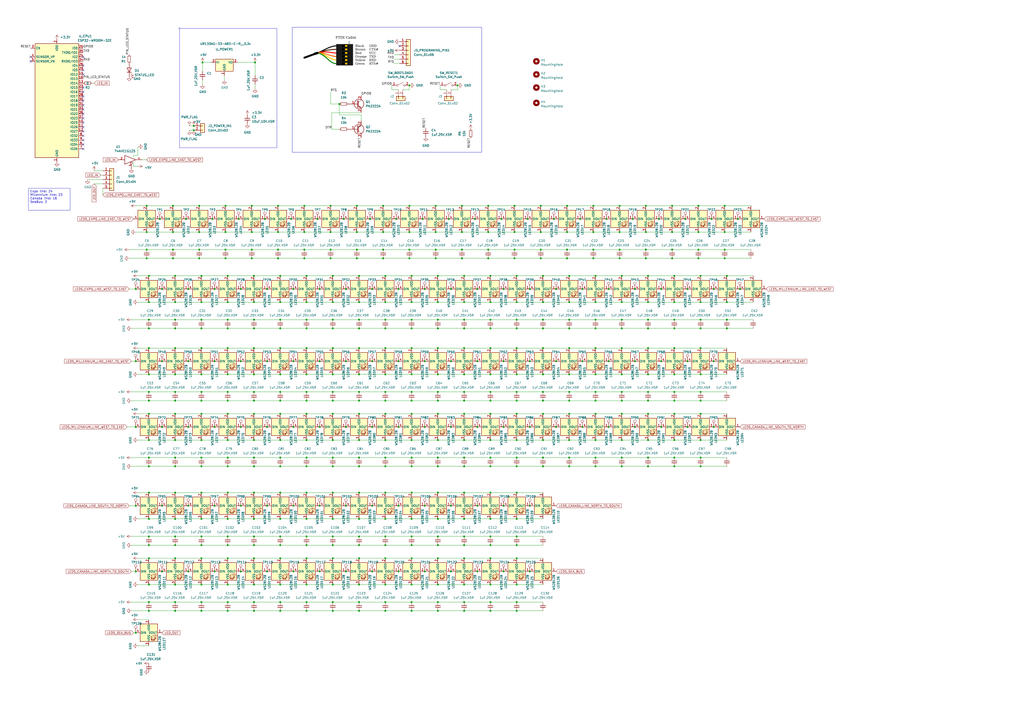
<source format=kicad_sch>
(kicad_sch (version 20231120) (generator "eeschema") (generator_version "8.0")
  (paper "A2")
  (junction (at 306.07 127))
  (junction (at 345.44 227.33))
  (junction (at 162.56 354.33))
  (junction (at 139.7 209.55))
  (junction (at 101.6 270.51))
  (junction (at 353.06 209.55))
  (junction (at 93.98 167.64))
  (junction (at 147.32 349.25))
  (junction (at 193.04 285.75))
  (junction (at 147.32 185.42))
  (junction (at 261.62 331.47))
  (junction (at 86.36 285.75))
  (junction (at 337.82 167.64))
  (junction (at 360.68 265.43))
  (junction (at 132.08 316.23))
  (junction (at 414.02 247.65))
  (junction (at 292.1 209.55))
  (junction (at 116.84 265.43))
  (junction (at 223.52 300.99))
  (junction (at 162.56 311.15))
  (junction (at 116.84 201.93))
  (junction (at 168.91 127))
  (junction (at 231.14 167.64))
  (junction (at 330.2 240.03))
  (junction (at 360.68 217.17))
  (junction (at 276.86 167.64))
  (junction (at 162.56 300.99))
  (junction (at 100.33 144.78))
  (junction (at 328.93 149.86))
  (junction (at 375.92 227.33))
  (junction (at 345.44 240.03))
  (junction (at 208.28 300.99))
  (junction (at 214.63 127))
  (junction (at 269.24 300.99))
  (junction (at 238.76 265.43))
  (junction (at 246.38 209.55))
  (junction (at 322.58 167.64))
  (junction (at 344.17 149.86))
  (junction (at 215.9 209.55))
  (junction (at 132.08 265.43))
  (junction (at 414.02 209.55))
  (junction (at 147.32 201.93))
  (junction (at 132.08 339.09))
  (junction (at 237.49 49.53))
  (junction (at 132.08 270.51))
  (junction (at 132.08 300.99))
  (junction (at 115.57 149.86))
  (junction (at 177.8 201.93))
  (junction (at 185.42 167.64))
  (junction (at 86.36 175.26))
  (junction (at 269.24 285.75))
  (junction (at 162.56 201.93))
  (junction (at 132.08 285.75))
  (junction (at 383.54 167.64))
  (junction (at 208.28 339.09))
  (junction (at 116.84 232.41))
  (junction (at 375.92 160.02))
  (junction (at 265.43 49.53))
  (junction (at 337.82 247.65))
  (junction (at 147.32 240.03))
  (junction (at 391.16 217.17))
  (junction (at 101.6 217.17))
  (junction (at 109.22 167.64))
  (junction (at 86.36 270.51))
  (junction (at 238.76 354.33))
  (junction (at 116.84 285.75))
  (junction (at 85.09 119.38))
  (junction (at 177.8 349.25))
  (junction (at 254 323.85))
  (junction (at 267.97 149.86))
  (junction (at 208.28 323.85))
  (junction (at 132.08 349.25))
  (junction (at 420.37 144.78))
  (junction (at 322.58 247.65))
  (junction (at 176.53 144.78))
  (junction (at 100.33 149.86))
  (junction (at 101.6 240.03))
  (junction (at 314.96 232.41))
  (junction (at 360.68 232.41))
  (junction (at 86.36 354.33))
  (junction (at 406.4 160.02))
  (junction (at 314.96 265.43))
  (junction (at 254 232.41))
  (junction (at 132.08 240.03))
  (junction (at 269.24 185.42))
  (junction (at 191.77 134.62))
  (junction (at 177.8 227.33))
  (junction (at 207.01 144.78))
  (junction (at 231.14 331.47))
  (junction (at 254 190.5))
  (junction (at 313.69 149.86))
  (junction (at 330.2 255.27))
  (junction (at 177.8 160.02))
  (junction (at 124.46 293.37))
  (junction (at 252.73 119.38))
  (junction (at 269.24 311.15))
  (junction (at 299.72 240.03))
  (junction (at 261.62 247.65))
  (junction (at 261.62 209.55))
  (junction (at 109.22 331.47))
  (junction (at 223.52 227.33))
  (junction (at 360.68 190.5))
  (junction (at 231.14 209.55))
  (junction (at 345.44 201.93))
  (junction (at 208.28 185.42))
  (junction (at 375.92 201.93))
  (junction (at 101.6 339.09))
  (junction (at 223.52 201.93))
  (junction (at 177.8 339.09))
  (junction (at 260.35 127))
  (junction (at 132.08 311.15))
  (junction (at 238.76 160.02))
  (junction (at 162.56 190.5))
  (junction (at 78.74 331.47))
  (junction (at 101.6 190.5))
  (junction (at 238.76 311.15))
  (junction (at 86.36 190.5))
  (junction (at 360.68 240.03))
  (junction (at 130.81 144.78))
  (junction (at 246.38 293.37))
  (junction (at 254 185.42))
  (junction (at 420.37 119.38))
  (junction (at 86.36 227.33))
  (junction (at 85.09 144.78))
  (junction (at 269.24 175.26))
  (junction (at 389.89 134.62))
  (junction (at 284.48 354.33))
  (junction (at 154.94 167.64))
  (junction (at 307.34 293.37))
  (junction (at 162.56 227.33))
  (junction (at 193.04 185.42))
  (junction (at 406.4 190.5))
  (junction (at 223.52 316.23))
  (junction (at 313.69 144.78))
  (junction (at 314.96 175.26))
  (junction (at 101.6 349.25))
  (junction (at 161.29 144.78))
  (junction (at 238.76 270.51))
  (junction (at 223.52 240.03))
  (junction (at 391.16 227.33))
  (junction (at 101.6 255.27))
  (junction (at 406.4 201.93))
  (junction (at 100.33 119.38))
  (junction (at 391.16 265.43))
  (junction (at 254 316.23))
  (junction (at 406.4 265.43))
  (junction (at 284.48 217.17))
  (junction (at 299.72 227.33))
  (junction (at 109.22 209.55))
  (junction (at 420.37 149.86))
  (junction (at 314.96 255.27))
  (junction (at 207.01 134.62))
  (junction (at 100.33 134.62))
  (junction (at 231.14 247.65))
  (junction (at 391.16 201.93))
  (junction (at 313.69 119.38))
  (junction (at 124.46 209.55))
  (junction (at 238.76 217.17))
  (junction (at 116.84 339.09))
  (junction (at 360.68 227.33))
  (junction (at 391.16 185.42))
  (junction (at 193.04 255.27))
  (junction (at 275.59 127))
  (junction (at 147.32 160.02))
  (junction (at 161.29 149.86))
  (junction (at 254 227.33))
  (junction (at 345.44 160.02))
  (junction (at 147.32 311.15))
  (junction (at 208.28 232.41))
  (junction (at 78.74 247.65))
  (junction (at 351.79 127))
  (junction (at 360.68 160.02))
  (junction (at 116.84 217.17))
  (junction (at 246.38 167.64))
  (junction (at 299.72 265.43))
  (junction (at 116.84 240.03))
  (junction (at 237.49 149.86))
  (junction (at 139.7 293.37))
  (junction (at 147.32 354.33))
  (junction (at 208.28 160.02))
  (junction (at 321.31 127))
  (junction (at 405.13 149.86))
  (junction (at 344.17 144.78))
  (junction (at 254 217.17))
  (junction (at 200.66 331.47))
  (junction (at 117.475 36.195))
  (junction (at 215.9 331.47))
  (junction (at 185.42 293.37))
  (junction (at 146.05 149.86))
  (junction (at 215.9 247.65))
  (junction (at 147.32 175.26))
  (junction (at 146.05 134.62))
  (junction (at 193.04 201.93))
  (junction (at 101.6 185.42))
  (junction (at 374.65 134.62))
  (junction (at 146.05 119.38))
  (junction (at 292.1 331.47))
  (junction (at 375.92 270.51))
  (junction (at 284.48 160.02))
  (junction (at 222.25 134.62))
  (junction (at 421.64 190.5))
  (junction (at 116.84 323.85))
  (junction (at 397.51 127))
  (junction (at 238.76 285.75))
  (junction (at 284.48 285.75))
  (junction (at 177.8 323.85))
  (junction (at 237.49 144.78))
  (junction (at 375.92 232.41))
  (junction (at 208.28 265.43))
  (junction (at 231.14 293.37))
  (junction (at 78.74 293.37))
  (junction (at 116.84 354.33))
  (junction (at 254 311.15))
  (junction (at 132.08 190.5))
  (junction (at 353.06 167.64))
  (junction (at 238.76 323.85))
  (junction (at 238.76 349.25))
  (junction (at 153.67 127))
  (junction (at 222.25 149.86))
  (junction (at 208.28 311.15))
  (junction (at 375.92 217.17))
  (junction (at 298.45 134.62))
  (junction (at 427.99 127))
  (junction (at 132.08 175.26))
  (junction (at 116.84 349.25))
  (junction (at 177.8 270.51))
  (junction (at 223.52 232.41))
  (junction (at 292.1 167.64))
  (junction (at 223.52 255.27))
  (junction (at 162.56 185.42))
  (junction (at 412.75 127))
  (junction (at 115.57 119.38))
  (junction (at 330.2 232.41))
  (junction (at 254 201.93))
  (junction (at 193.04 311.15))
  (junction (at 162.56 285.75))
  (junction (at 283.21 149.86))
  (junction (at 130.81 119.38))
  (junction (at 177.8 300.99))
  (junction (at 147.32 190.5))
  (junction (at 123.19 127))
  (junction (at 147.955 36.195))
  (junction (at 223.52 270.51))
  (junction (at 314.96 270.51))
  (junction (at 374.65 119.38))
  (junction (at 254 175.26))
  (junction (at 177.8 185.42))
  (junction (at 359.41 149.86))
  (junction (at 276.86 293.37))
  (junction (at 269.24 316.23))
  (junction (at 132.08 255.27))
  (junction (at 237.49 134.62))
  (junction (at 330.2 265.43))
  (junction (at 344.17 134.62))
  (junction (at 307.34 209.55))
  (junction (at 345.44 270.51))
  (junction (at 139.7 331.47))
  (junction (at 284.48 175.26))
  (junction (at 368.3 167.64))
  (junction (at 345.44 232.41))
  (junction (at 200.66 209.55))
  (junction (at 223.52 311.15))
  (junction (at 116.84 311.15))
  (junction (at 284.48 185.42))
  (junction (at 162.56 175.26))
  (junction (at 93.98 331.47))
  (junction (at 406.4 240.03))
  (junction (at 162.56 160.02))
  (junction (at 391.16 232.41))
  (junction (at 146.05 144.78))
  (junction (at 299.72 201.93))
  (junction (at 284.48 300.99))
  (junction (at 406.4 227.33))
  (junction (at 421.64 160.02))
  (junction (at 132.08 232.41))
  (junction (at 254 160.02))
  (junction (at 345.44 175.26))
  (junction (at 162.56 240.03))
  (junction (at 238.76 339.09))
  (junction (at 299.72 316.23))
  (junction (at 284.48 227.33))
  (junction (at 238.76 300.99))
  (junction (at 147.32 232.41))
  (junction (at 112.395 73.025))
  (junction (at 368.3 247.65))
  (junction (at 405.13 144.78))
  (junction (at 86.36 255.27))
  (junction (at 389.89 149.86))
  (junction (at 208.28 270.51))
  (junction (at 314.96 160.02))
  (junction (at 193.04 232.41))
  (junction (at 269.24 255.27))
  (junction (at 269.24 323.85))
  (junction (at 276.86 247.65))
  (junction (at 299.72 300.99))
  (junction (at 101.6 201.93))
  (junction (at 193.04 323.85))
  (junction (at 269.24 232.41))
  (junction (at 284.48 190.5))
  (junction (at 208.28 285.75))
  (junction (at 299.72 255.27))
  (junction (at 229.87 127))
  (junction (at 86.36 185.42))
  (junction (at 299.72 175.26))
  (junction (at 177.8 285.75))
  (junction (at 330.2 185.42))
  (junction (at 238.76 185.42))
  (junction (at 359.41 134.62))
  (junction (at 223.52 285.75))
  (junction (at 375.92 175.26))
  (junction (at 93.98 293.37))
  (junction (at 86.36 160.02))
  (junction (at 391.16 160.02))
  (junction (at 177.8 354.33))
  (junction (at 185.42 247.65))
  (junction (at 191.77 149.86))
  (junction (at 299.72 232.41))
  (junction (at 147.32 316.23))
  (junction (at 116.84 185.42))
  (junction (at 292.1 293.37))
  (junction (at 375.92 240.03))
  (junction (at 184.15 127))
  (junction (at 398.78 247.65))
  (junction (at 116.84 316.23))
  (junction (at 246.38 331.47))
  (junction (at 299.72 323.85))
  (junction (at 298.45 149.86))
  (junction (at 254 285.75))
  (junction (at 86.36 349.25))
  (junction (at 375.92 190.5))
  (junction (at 276.86 209.55))
  (junction (at 193.04 227.33))
  (junction (at 328.93 134.62))
  (junction (at 116.84 300.99))
  (junction (at 405.13 134.62))
  (junction (at 191.77 119.38))
  (junction (at 200.66 247.65))
  (junction (at 374.65 144.78))
  (junction (at 200.66 293.37))
  (junction (at 252.73 134.62))
  (junction (at 115.57 134.62))
  (junction (at 330.2 217.17))
  (junction (at 314.96 217.17))
  (junction (at 116.84 175.26))
  (junction (at 238.76 255.27))
  (junction (at 162.56 255.27))
  (junction (at 298.45 119.38))
  (junction (at 139.7 247.65))
  (junction (at 307.34 167.64))
  (junction (at 199.39 127))
  (junction (at 207.01 119.38))
  (junction (at 398.78 167.64))
  (junction (at 269.24 240.03))
  (junction (at 223.52 160.02))
  (junction (at 290.83 127))
  (junction (at 406.4 185.42))
  (junction (at 375.92 265.43))
  (junction (at 269.24 270.51))
  (junction (at 254 349.25))
  (junction (at 375.92 255.27))
  (junction (at 269.24 339.09))
  (junction (at 238.76 227.33))
  (junction (at 252.73 144.78))
  (junction (at 101.6 232.41))
  (junction (at 177.8 265.43))
  (junction (at 254 265.43))
  (junction (at 85.09 149.86))
  (junction (at 284.48 270.51))
  (junction (at 313.69 134.62))
  (junction (at 222.25 144.78))
  (junction (at 208.28 354.33))
  (junction (at 86.36 339.09))
  (junction (at 269.24 190.5))
  (junction (at 101.6 175.26))
  (junction (at 138.43 127))
  (junction (at 254 300.99))
  (junction (at 345.44 190.5))
  (junction (at 254 240.03))
  (junction (at 405.13 119.38))
  (junction (at 269.24 160.02))
  (junction (at 162.56 316.23))
  (junction (at 337.82 209.55))
  (junction (at 86.36 300.99))
  (junction (at 345.44 255.27))
  (junction (at 414.02 167.64))
  (junction (at 130.81 134.62))
  (junction (at 421.64 185.42))
  (junction (at 299.72 354.33))
  (junction (at 328.93 119.38))
  (junction (at 101.6 300.99))
  (junction (at 299.72 285.75))
  (junction (at 284.48 232.41))
  (junction (at 176.53 134.62))
  (junction (at 185.42 209.55))
  (junction (at 162.56 232.41))
  (junction (at 193.04 316.23))
  (junction (at 193.04 354.33))
  (junction (at 200.66 167.64))
  (junction (at 86.36 316.23))
  (junction (at 109.22 293.37))
  (junction (at 208.28 316.23))
  (junction (at 314.96 201.93))
  (junction (at 177.8 255.27))
  (junction (at 223.52 185.42))
  (junction (at 267.97 119.38))
  (junction (at 252.73 149.86))
  (junction (at 298.45 144.78))
  (junction (at 170.18 331.47))
  (junction (at 284.48 316.23))
  (junction (at 382.27 127))
  (junction (at 162.56 270.51))
  (junction (at 283.21 119.38))
  (junction (at 267.97 134.62))
  (junction (at 238.76 316.23))
  (junction (at 208.28 201.93))
  (junction (at 223.52 354.33))
  (junction (at 208.28 240.03))
  (junction (at 208.28 175.26))
  (junction (at 115.57 144.78))
  (junction (at 406.4 217.17))
  (junction (at 124.46 247.65))
  (junction (at 284.48 255.27))
  (junction (at 267.97 144.78))
  (junction (at 78.74 167.64))
  (junction (at 162.56 217.17))
  (junction (at 389.89 119.38))
  (junction (at 406.4 270.51))
  (junction (at 223.52 323.85))
  (junction (at 299.72 160.02))
  (junction (at 314.96 227.33))
  (junction (at 177.8 232.41))
  (junction (at 223.52 190.5))
  (junction (at 176.53 149.86))
  (junction (at 193.04 160.02))
  (junction (at 336.55 127))
  (junction (at 269.24 265.43))
  (junction (at 116.84 190.5))
  (junction (at 269.24 354.33))
  (junction (at 222.25 119.38))
  (junction (at 86.36 311.15))
  (junction (at 177.8 240.03))
  (junction (at 283.21 134.62))
  (junction (at 132.08 185.42))
  (junction (at 223.52 339.09))
  (junction (at 116.84 255.27))
  (junction (at 208.28 227.33))
  (junction (at 391.16 190.5))
  (junction (at 284.48 339.09))
  (junction (at 353.06 247.65))
  (junction (at 147.32 227.33))
  (junction (at 124.46 331.47))
  (junction (at 177.8 190.5))
  (junction (at 254 255.27))
  (junction (at 360.68 255.27))
  (junction (at 208.28 190.5))
  (junction (at 299.72 270.51))
  (junction (at 237.49 119.38))
  (junction (at 421.64 175.26))
  (junction (at 284.48 201.93))
  (junction (at 359.41 119.38))
  (junction (at 177.8 316.23))
  (junction (at 330.2 227.33))
  (junction (at 292.1 247.65))
  (junction (at 284.48 311.15))
  (junction (at 360.68 201.93))
  (junction (at 101.6 227.33))
  (junction (at 193.04 349.25))
  (junction (at 109.22 247.65))
  (junction (at 86.36 217.17))
  (junction (at 246.38 247.65))
  (junction (at 154.94 293.37))
  (junction (at 162.56 265.43))
  (junction (at 223.52 217.17))
  (junction (at 177.8 311.15))
  (junction (at 161.29 119.38))
  (junction (at 170.18 293.37))
  (junction (at 78.74 367.03))
  (junction (at 383.54 247.65))
  (junction (at 177.8 217.17))
  (junction (at 299.72 311.15))
  (junction (at 284.48 240.03))
  (junction (at 269.24 201.93))
  (junction (at 162.56 323.85))
  (junction (at 154.94 209.55))
  (junction (at 154.94 331.47))
  (junction (at 147.32 265.43))
  (junction (at 193.04 265.43))
  (junction (at 383.54 209.55))
  (junction (at 429.26 167.64))
  (junction (at 147.32 339.09))
  (junction (at 147.32 285.75))
  (junction (at 193.04 270.51))
  (junction (at 367.03 127))
  (junction (at 85.09 134.62))
  (junction (at 330.2 160.02))
  (junction (at 330.2 175.26))
  (junction (at 86.36 232.41))
  (junction (at 245.11 127))
  (junction (at 193.04 339.09))
  (junction (at 314.96 185.42))
  (junction (at 161.29 134.62))
  (junction (at 193.04 190.5))
  (junction (at 269.24 217.17))
  (junction (at 406.4 255.27))
  (junction (at 196.85 60.325))
  (junction (at 406.4 175.26))
  (junction (at 147.32 270.51))
  (junction (at 391.16 175.26))
  (junction (at 132.08 201.93))
  (junction (at 344.17 119.38))
  (junction (at 101.6 285.75))
  (junction (at 193.04 175.26))
  (junction (at 299.72 349.25))
  (junction (at 93.98 247.65))
  (junction (at 92.71 127))
  (junction (at 314.96 190.5))
  (junction (at 101.6 265.43))
  (junction (at 322.58 209.55))
  (junction (at 116.84 270.51))
  (junction (at 132.08 217.17))
  (junction (at 391.16 270.51))
  (junction (at 86.36 323.85))
  (junction (at 207.01 149.86))
  (junction (at 299.72 339.09))
  (junction (at 330.2 201.93))
  (junction (at 345.44 217.17))
  (junction (at 284.48 265.43))
  (junction (at 330.2 270.51))
  (junction (at 283.21 144.78))
  (junction (at 112.395 75.565))
  (junction (at 215.9 293.37))
  (junction (at 238.76 190.5))
  (junction (at 176.53 119.38))
  (junction (at 360.68 185.42))
  (junction (at 93.98 209.55))
  (junction (at 170.18 209.55))
  (junction (at 193.04 300.99))
  (junction (at 208.28 349.25))
  (junction (at 254 270.51))
  (junction (at 116.84 160.02))
  (junction (at 307.34 247.65))
  (junction (at 101.6 354.33))
  (junction (at 269.24 227.33))
  (junction (at 299.72 190.5))
  (junction (at 314.96 240.03))
  (junction (at 254 339.09))
  (junction (at 420.37 134.62))
  (junction (at 191.77 144.78))
  (junction (at 391.16 255.27))
  (junction (at 139.7 167.64))
  (junction (at 284.48 349.25))
  (junction (at 223.52 265.43))
  (junction (at 254 354.33))
  (junction (at 147.32 255.27))
  (junction (at 276.86 331.47))
  (junction (at 223.52 349.25))
  (junction (at 261.62 167.64))
  (junction (at 269.24 349.25))
  (junction (at 177.8 175.26))
  (junction (at 132.08 160.02))
  (junction (at 147.32 217.17))
  (junction (at 147.32 323.85))
  (junction (at 238.76 240.03))
  (junction (at 368.3 209.55))
  (junction (at 132.08 227.33))
  (junction (at 238.76 232.41))
  (junction (at 215.9 167.64))
  (junction (at 162.56 349.25))
  (junction (at 238.76 175.26))
  (junction (at 345.44 185.42))
  (junction (at 375.92 185.42))
  (junction (at 170.18 247.65))
  (junction (at 208.28 255.27))
  (junction (at 101.6 316.23))
  (junction (at 132.08 354.33))
  (junction (at 101.6 160.02))
  (junction (at 78.74 209.55))
  (junction (at 170.18 167.64))
  (junction (at 328.93 144.78))
  (junction (at 374.65 149.86))
  (junction (at 86.36 201.93))
  (junction (at 154.94 247.65))
  (junction (at 398.78 209.55))
  (junction (at 147.32 300.99))
  (junction (at 86.36 240.03))
  (junction (at 193.04 240.03))
  (junction (at 193.04 217.17))
  (junction (at 406.4 232.41))
  (junction (at 223.52 175.26))
  (junction (at 116.84 227.33))
  (junction (at 299.72 217.17))
  (junction (at 307.34 331.47))
  (junction (at 238.76 201.93))
  (junction (at 389.89 144.78))
  (junction (at 101.6 311.15))
  (junction (at 359.41 144.78))
  (junction (at 185.42 331.47))
  (junction (at 124.46 167.64))
  (junction (at 261.62 293.37))
  (junction (at 360.68 270.51))
  (junction (at 162.56 339.09))
  (junction (at 208.28 217.17))
  (junction (at 86.36 265.43))
  (junction (at 130.81 149.86))
  (junction (at 101.6 323.85))
  (junction (at 299.72 185.42))
  (junction (at 360.68 175.26))
  (junction (at 391.16 240.03))
  (junction (at 132.08 323.85))
  (junction (at 330.2 190.5))
  (junction (at 345.44 265.43))
  (junction (at 107.95 127))
  (junction (at 284.48 323.85))
  (no_connect (at 48.26 33.02))
  (no_connect (at 48.26 53.34))
  (no_connect (at 48.26 50.8))
  (no_connect (at 48.26 60.96))
  (no_connect (at 48.26 68.58))
  (no_connect (at 48.26 73.66))
  (no_connect (at 48.26 55.88))
  (no_connect (at 17.78 33.02))
  (no_connect (at 48.26 40.64))
  (no_connect (at 48.26 86.36))
  (no_connect (at 48.26 66.04))
  (no_connect (at 48.26 58.42))
  (no_connect (at 48.26 43.18))
  (no_connect (at 48.26 76.2))
  (no_connect (at 48.26 63.5))
  (no_connect (at 17.78 35.56))
  (no_connect (at 48.26 83.82))
  (no_connect (at 231.775 26.67))
  (no_connect (at 48.26 78.74))
  (no_connect (at 48.26 38.1))
  (no_connect (at 48.26 81.28))
  (no_connect (at 48.26 71.12))
  (wire (pts (xy 299.72 201.93) (xy 314.96 201.93)))
  (wire (pts (xy 222.25 134.62) (xy 237.49 134.62)))
  (wire (pts (xy 193.04 240.03) (xy 208.28 240.03)))
  (wire (pts (xy 147.32 175.26) (xy 162.56 175.26)))
  (wire (pts (xy 223.52 240.03) (xy 238.76 240.03)))
  (wire (pts (xy 283.21 149.86) (xy 298.45 149.86)))
  (wire (pts (xy 223.52 227.33) (xy 238.76 227.33)))
  (wire (pts (xy 59.69 109.22) (xy 59.69 113.03)))
  (wire (pts (xy 237.49 149.86) (xy 252.73 149.86)))
  (wire (pts (xy 208.28 160.02) (xy 223.52 160.02)))
  (wire (pts (xy 254 270.51) (xy 269.24 270.51)))
  (wire (pts (xy 101.6 311.15) (xy 116.84 311.15)))
  (wire (pts (xy 299.72 240.03) (xy 314.96 240.03)))
  (wire (pts (xy 420.37 149.86) (xy 435.61 149.86)))
  (wire (pts (xy 298.45 119.38) (xy 313.69 119.38)))
  (wire (pts (xy 177.8 240.03) (xy 193.04 240.03)))
  (wire (pts (xy 147.32 232.41) (xy 162.56 232.41)))
  (wire (pts (xy 254 160.02) (xy 269.24 160.02)))
  (wire (pts (xy 100.33 144.78) (xy 115.57 144.78)))
  (wire (pts (xy 117.475 36.195) (xy 117.475 41.275)))
  (wire (pts (xy 207.01 149.86) (xy 222.25 149.86)))
  (wire (pts (xy 254 354.33) (xy 269.24 354.33)))
  (wire (pts (xy 162.56 300.99) (xy 177.8 300.99)))
  (wire (pts (xy 223.52 160.02) (xy 238.76 160.02)))
  (wire (pts (xy 209.55 69.85) (xy 209.55 66.675)))
  (wire (pts (xy 299.72 354.33) (xy 314.96 354.33)))
  (wire (pts (xy 147.32 201.93) (xy 162.56 201.93)))
  (wire (pts (xy 284.48 354.33) (xy 299.72 354.33)))
  (wire (pts (xy 375.92 217.17) (xy 391.16 217.17)))
  (wire (pts (xy 115.57 149.86) (xy 130.81 149.86)))
  (wire (pts (xy 116.84 175.26) (xy 132.08 175.26)))
  (wire (pts (xy 284.48 227.33) (xy 299.72 227.33)))
  (wire (pts (xy 254 240.03) (xy 269.24 240.03)))
  (wire (pts (xy 86.36 311.15) (xy 101.6 311.15)))
  (wire (pts (xy 228.6 31.75) (xy 231.775 31.75)))
  (wire (pts (xy 406.4 201.93) (xy 421.64 201.93)))
  (wire (pts (xy 147.32 255.27) (xy 162.56 255.27)))
  (wire (pts (xy 391.16 240.03) (xy 406.4 240.03)))
  (wire (pts (xy 265.43 52.07) (xy 265.43 49.53)))
  (polyline (pts (xy 103.505 16.51) (xy 160.655 16.51)))
  (wire (pts (xy 328.93 134.62) (xy 344.17 134.62)))
  (wire (pts (xy 269.24 201.93) (xy 284.48 201.93)))
  (wire (pts (xy 267.97 144.78) (xy 283.21 144.78)))
  (wire (pts (xy 284.48 323.85) (xy 299.72 323.85)))
  (wire (pts (xy 100.33 149.86) (xy 115.57 149.86)))
  (wire (pts (xy 100.33 134.62) (xy 115.57 134.62)))
  (wire (pts (xy 116.84 201.93) (xy 132.08 201.93)))
  (wire (pts (xy 330.2 232.41) (xy 345.44 232.41)))
  (wire (pts (xy 132.08 217.17) (xy 147.32 217.17)))
  (wire (pts (xy 80.01 217.17) (xy 86.36 217.17)))
  (wire (pts (xy 254 339.09) (xy 269.24 339.09)))
  (wire (pts (xy 85.09 144.78) (xy 100.33 144.78)))
  (wire (pts (xy 147.32 217.17) (xy 162.56 217.17)))
  (wire (pts (xy 146.05 144.78) (xy 161.29 144.78)))
  (wire (pts (xy 238.76 316.23) (xy 254 316.23)))
  (wire (pts (xy 162.56 201.93) (xy 177.8 201.93)))
  (wire (pts (xy 162.56 227.33) (xy 177.8 227.33)))
  (wire (pts (xy 193.04 227.33) (xy 208.28 227.33)))
  (wire (pts (xy 54.61 99.06) (xy 59.69 99.06)))
  (wire (pts (xy 284.48 270.51) (xy 299.72 270.51)))
  (wire (pts (xy 406.4 255.27) (xy 421.64 255.27)))
  (wire (pts (xy 228.6 36.83) (xy 231.775 36.83)))
  (wire (pts (xy 237.49 144.78) (xy 252.73 144.78)))
  (wire (pts (xy 146.05 149.86) (xy 161.29 149.86)))
  (wire (pts (xy 193.04 160.02) (xy 208.28 160.02)))
  (wire (pts (xy 176.53 144.78) (xy 191.77 144.78)))
  (wire (pts (xy 208.28 300.99) (xy 223.52 300.99)))
  (wire (pts (xy 77.47 367.03) (xy 78.74 367.03)))
  (wire (pts (xy 284.48 311.15) (xy 299.72 311.15)))
  (wire (pts (xy 330.2 190.5) (xy 345.44 190.5)))
  (wire (pts (xy 208.28 217.17) (xy 223.52 217.17)))
  (wire (pts (xy 80.01 359.41) (xy 86.36 359.41)))
  (wire (pts (xy 360.68 240.03) (xy 375.92 240.03)))
  (wire (pts (xy 132.08 265.43) (xy 147.32 265.43)))
  (wire (pts (xy 421.64 190.5) (xy 436.88 190.5)))
  (wire (pts (xy 196.85 66.675) (xy 196.85 60.325)))
  (wire (pts (xy 177.8 227.33) (xy 193.04 227.33)))
  (wire (pts (xy 86.36 201.93) (xy 101.6 201.93)))
  (wire (pts (xy 177.8 190.5) (xy 193.04 190.5)))
  (wire (pts (xy 391.16 160.02) (xy 406.4 160.02)))
  (wire (pts (xy 147.32 311.15) (xy 162.56 311.15)))
  (wire (pts (xy 314.96 270.51) (xy 330.2 270.51)))
  (wire (pts (xy 76.2 311.15) (xy 86.36 311.15)))
  (wire (pts (xy 261.62 52.07) (xy 265.43 52.07)))
  (wire (pts (xy 191.77 144.78) (xy 207.01 144.78)))
  (wire (pts (xy 269.24 349.25) (xy 284.48 349.25)))
  (wire (pts (xy 147.32 285.75) (xy 162.56 285.75)))
  (wire (pts (xy 254 175.26) (xy 269.24 175.26)))
  (wire (pts (xy 391.16 185.42) (xy 406.4 185.42)))
  (wire (pts (xy 252.73 119.38) (xy 267.97 119.38)))
  (wire (pts (xy 420.37 144.78) (xy 435.61 144.78)))
  (wire (pts (xy 86.36 354.33) (xy 101.6 354.33)))
  (wire (pts (xy 78.74 134.62) (xy 85.09 134.62)))
  (wire (pts (xy 314.96 201.93) (xy 330.2 201.93)))
  (wire (pts (xy 86.36 232.41) (xy 101.6 232.41)))
  (wire (pts (xy 254 190.5) (xy 269.24 190.5)))
  (wire (pts (xy 406.4 227.33) (xy 421.64 227.33)))
  (wire (pts (xy 330.2 185.42) (xy 345.44 185.42)))
  (wire (pts (xy 223.52 354.33) (xy 238.76 354.33)))
  (wire (pts (xy 360.68 160.02) (xy 375.92 160.02)))
  (polyline (pts (xy 160.655 85.725) (xy 104.14 85.725)))
  (wire (pts (xy 223.52 232.41) (xy 238.76 232.41)))
  (wire (pts (xy 299.72 270.51) (xy 314.96 270.51)))
  (wire (pts (xy 193.04 232.41) (xy 208.28 232.41)))
  (wire (pts (xy 208.28 185.42) (xy 223.52 185.42)))
  (wire (pts (xy 330.2 217.17) (xy 345.44 217.17)))
  (wire (pts (xy 238.76 300.99) (xy 254 300.99)))
  (wire (pts (xy 101.6 201.93) (xy 116.84 201.93)))
  (wire (pts (xy 78.74 119.38) (xy 85.09 119.38)))
  (wire (pts (xy 238.76 175.26) (xy 254 175.26)))
  (wire (pts (xy 162.56 265.43) (xy 177.8 265.43)))
  (wire (pts (xy 116.84 316.23) (xy 132.08 316.23)))
  (wire (pts (xy 176.53 134.62) (xy 191.77 134.62)))
  (wire (pts (xy 86.36 240.03) (xy 101.6 240.03)))
  (wire (pts (xy 391.16 255.27) (xy 406.4 255.27)))
  (wire (pts (xy 238.76 201.93) (xy 254 201.93)))
  (wire (pts (xy 82.55 92.71) (xy 85.09 92.71)))
  (wire (pts (xy 191.77 149.86) (xy 207.01 149.86)))
  (wire (pts (xy 284.48 285.75) (xy 299.72 285.75)))
  (polyline (pts (xy 169.545 15.875) (xy 185.42 15.875)))
  (wire (pts (xy 162.56 217.17) (xy 177.8 217.17)))
  (wire (pts (xy 360.68 175.26) (xy 375.92 175.26)))
  (wire (pts (xy 223.52 185.42) (xy 238.76 185.42)))
  (wire (pts (xy 208.28 240.03) (xy 223.52 240.03)))
  (wire (pts (xy 345.44 265.43) (xy 360.68 265.43)))
  (polyline (pts (xy 279.4 88.265) (xy 169.545 88.265)))
  (wire (pts (xy 389.89 119.38) (xy 405.13 119.38)))
  (wire (pts (xy 161.29 119.38) (xy 176.53 119.38)))
  (wire (pts (xy 359.41 119.38) (xy 374.65 119.38)))
  (wire (pts (xy 146.05 134.62) (xy 161.29 134.62)))
  (wire (pts (xy 116.84 339.09) (xy 132.08 339.09)))
  (wire (pts (xy 284.48 217.17) (xy 299.72 217.17)))
  (wire (pts (xy 207.01 119.38) (xy 222.25 119.38)))
  (wire (pts (xy 147.32 185.42) (xy 162.56 185.42)))
  (wire (pts (xy 76.2 270.51) (xy 86.36 270.51)))
  (wire (pts (xy 252.73 134.62) (xy 267.97 134.62)))
  (wire (pts (xy 223.52 255.27) (xy 238.76 255.27)))
  (wire (pts (xy 237.49 134.62) (xy 252.73 134.62)))
  (wire (pts (xy 269.24 185.42) (xy 284.48 185.42)))
  (wire (pts (xy 223.52 339.09) (xy 238.76 339.09)))
  (wire (pts (xy 283.21 144.78) (xy 298.45 144.78)))
  (wire (pts (xy 132.08 160.02) (xy 147.32 160.02)))
  (wire (pts (xy 254 217.17) (xy 269.24 217.17)))
  (wire (pts (xy 223.52 190.5) (xy 238.76 190.5)))
  (wire (pts (xy 269.24 227.33) (xy 284.48 227.33)))
  (wire (pts (xy 238.76 190.5) (xy 254 190.5)))
  (wire (pts (xy 101.6 285.75) (xy 116.84 285.75)))
  (wire (pts (xy 132.08 323.85) (xy 147.32 323.85)))
  (wire (pts (xy 374.65 149.86) (xy 389.89 149.86)))
  (wire (pts (xy 76.2 232.41) (xy 86.36 232.41)))
  (wire (pts (xy 344.17 119.38) (xy 359.41 119.38)))
  (wire (pts (xy 345.44 232.41) (xy 360.68 232.41)))
  (wire (pts (xy 375.92 185.42) (xy 391.16 185.42)))
  (wire (pts (xy 299.72 160.02) (xy 314.96 160.02)))
  (wire (pts (xy 115.57 119.38) (xy 130.81 119.38)))
  (wire (pts (xy 116.84 240.03) (xy 132.08 240.03)))
  (wire (pts (xy 345.44 227.33) (xy 360.68 227.33)))
  (wire (pts (xy 313.69 134.62) (xy 328.93 134.62)))
  (wire (pts (xy 330.2 227.33) (xy 345.44 227.33)))
  (wire (pts (xy 116.84 311.15) (xy 132.08 311.15)))
  (wire (pts (xy 80.01 255.27) (xy 86.36 255.27)))
  (wire (pts (xy 375.92 265.43) (xy 391.16 265.43)))
  (wire (pts (xy 252.73 144.78) (xy 267.97 144.78)))
  (wire (pts (xy 405.13 144.78) (xy 420.37 144.78)))
  (wire (pts (xy 406.4 160.02) (xy 421.64 160.02)))
  (wire (pts (xy 391.16 227.33) (xy 406.4 227.33)))
  (wire (pts (xy 406.4 232.41) (xy 421.64 232.41)))
  (wire (pts (xy 269.24 217.17) (xy 284.48 217.17)))
  (polyline (pts (xy 104.14 15.875) (xy 104.14 85.725)))
  (wire (pts (xy 284.48 349.25) (xy 299.72 349.25)))
  (wire (pts (xy 345.44 240.03) (xy 360.68 240.03)))
  (wire (pts (xy 389.89 144.78) (xy 405.13 144.78)))
  (wire (pts (xy 147.955 48.895) (xy 147.955 51.435)))
  (wire (pts (xy 130.81 144.78) (xy 146.05 144.78)))
  (wire (pts (xy 86.36 185.42) (xy 101.6 185.42)))
  (wire (pts (xy 254 311.15) (xy 269.24 311.15)))
  (wire (pts (xy 162.56 323.85) (xy 177.8 323.85)))
  (wire (pts (xy 117.475 46.355) (xy 117.475 48.895)))
  (wire (pts (xy 238.76 232.41) (xy 254 232.41)))
  (wire (pts (xy 314.96 265.43) (xy 330.2 265.43)))
  (wire (pts (xy 196.85 60.325) (xy 191.77 60.325)))
  (wire (pts (xy 191.77 119.38) (xy 207.01 119.38)))
  (wire (pts (xy 76.2 265.43) (xy 86.36 265.43)))
  (wire (pts (xy 299.72 316.23) (xy 314.96 316.23)))
  (wire (pts (xy 193.04 354.33) (xy 208.28 354.33)))
  (wire (pts (xy 269.24 175.26) (xy 284.48 175.26)))
  (wire (pts (xy 330.2 270.51) (xy 345.44 270.51)))
  (wire (pts (xy 238.76 217.17) (xy 254 217.17)))
  (wire (pts (xy 101.6 240.03) (xy 116.84 240.03)))
  (wire (pts (xy 314.96 217.17) (xy 330.2 217.17)))
  (wire (pts (xy 130.175 43.815) (xy 130.175 46.355)))
  (wire (pts (xy 146.05 119.38) (xy 161.29 119.38)))
  (wire (pts (xy 299.72 285.75) (xy 314.96 285.75)))
  (wire (pts (xy 147.32 190.5) (xy 162.56 190.5)))
  (wire (pts (xy 177.8 217.17) (xy 193.04 217.17)))
  (wire (pts (xy 254 265.43) (xy 269.24 265.43)))
  (wire (pts (xy 176.53 119.38) (xy 191.77 119.38)))
  (wire (pts (xy 405.13 119.38) (xy 420.37 119.38)))
  (wire (pts (xy 314.96 232.41) (xy 330.2 232.41)))
  (wire (pts (xy 86.36 285.75) (xy 101.6 285.75)))
  (wire (pts (xy 208.28 354.33) (xy 223.52 354.33)))
  (wire (pts (xy 74.93 167.64) (xy 78.74 167.64)))
  (wire (pts (xy 116.84 285.75) (xy 132.08 285.75)))
  (wire (pts (xy 80.01 175.26) (xy 86.36 175.26)))
  (wire (pts (xy 208.28 190.5) (xy 223.52 190.5)))
  (wire (pts (xy 132.08 240.03) (xy 147.32 240.03)))
  (wire (pts (xy 228.6 34.29) (xy 231.775 34.29)))
  (wire (pts (xy 314.96 190.5) (xy 330.2 190.5)))
  (wire (pts (xy 147.955 36.195) (xy 147.955 43.815)))
  (wire (pts (xy 132.08 175.26) (xy 147.32 175.26)))
  (wire (pts (xy 177.8 232.41) (xy 193.04 232.41)))
  (wire (pts (xy 130.81 149.86) (xy 146.05 149.86)))
  (wire (pts (xy 162.56 349.25) (xy 177.8 349.25)))
  (wire (pts (xy 421.64 185.42) (xy 436.88 185.42)))
  (wire (pts (xy 405.13 134.62) (xy 420.37 134.62)))
  (wire (pts (xy 391.16 217.17) (xy 406.4 217.17)))
  (wire (pts (xy 147.32 316.23) (xy 162.56 316.23)))
  (wire (pts (xy 283.21 119.38) (xy 298.45 119.38)))
  (wire (pts (xy 208.28 285.75) (xy 223.52 285.75)))
  (wire (pts (xy 238.76 240.03) (xy 254 240.03)))
  (wire (pts (xy 375.92 255.27) (xy 391.16 255.27)))
  (wire (pts (xy 299.72 232.41) (xy 314.96 232.41)))
  (wire (pts (xy 191.77 60.325) (xy 191.77 53.34)))
  (wire (pts (xy 254 255.27) (xy 269.24 255.27)))
  (wire (pts (xy 116.84 232.41) (xy 132.08 232.41)))
  (wire (pts (xy 208.28 175.26) (xy 223.52 175.26)))
  (wire (pts (xy 101.6 339.09) (xy 116.84 339.09)))
  (wire (pts (xy 269.24 339.09) (xy 284.48 339.09)))
  (polyline (pts (xy 279.4 15.875) (xy 279.4 88.265)))
  (wire (pts (xy 86.36 339.09) (xy 101.6 339.09)))
  (wire (pts (xy 86.36 175.26) (xy 101.6 175.26)))
  (wire (pts (xy 101.6 265.43) (xy 116.84 265.43)))
  (wire (pts (xy 161.29 144.78) (xy 176.53 144.78)))
  (wire (pts (xy 344.17 144.78) (xy 359.41 144.78)))
  (wire (pts (xy 76.2 331.47) (xy 78.74 331.47)))
  (wire (pts (xy 80.01 160.02) (xy 86.36 160.02)))
  (wire (pts (xy 193.04 323.85) (xy 208.28 323.85)))
  (wire (pts (xy 391.16 190.5) (xy 406.4 190.5)))
  (wire (pts (xy 375.92 240.03) (xy 391.16 240.03)))
  (wire (pts (xy 345.44 160.02) (xy 360.68 160.02)))
  (wire (pts (xy 314.96 240.03) (xy 330.2 240.03)))
  (wire (pts (xy 375.92 201.93) (xy 391.16 201.93)))
  (wire (pts (xy 193.04 316.23) (xy 208.28 316.23)))
  (wire (pts (xy 269.24 300.99) (xy 284.48 300.99)))
  (wire (pts (xy 375.92 160.02) (xy 391.16 160.02)))
  (wire (pts (xy 101.6 190.5) (xy 116.84 190.5)))
  (wire (pts (xy 208.28 255.27) (xy 223.52 255.27)))
  (wire (pts (xy 132.08 285.75) (xy 147.32 285.75)))
  (wire (pts (xy 269.24 255.27) (xy 284.48 255.27)))
  (wire (pts (xy 298.45 149.86) (xy 313.69 149.86)))
  (wire (pts (xy 177.8 265.43) (xy 193.04 265.43)))
  (wire (pts (xy 283.21 134.62) (xy 298.45 134.62)))
  (wire (pts (xy 80.01 240.03) (xy 86.36 240.03)))
  (wire (pts (xy 374.65 144.78) (xy 389.89 144.78)))
  (wire (pts (xy 147.32 349.25) (xy 162.56 349.25)))
  (wire (pts (xy 86.36 323.85) (xy 101.6 323.85)))
  (wire (pts (xy 85.09 149.86) (xy 100.33 149.86)))
  (wire (pts (xy 132.08 227.33) (xy 147.32 227.33)))
  (wire (pts (xy 177.8 323.85) (xy 193.04 323.85)))
  (wire (pts (xy 147.32 300.99) (xy 162.56 300.99)))
  (wire (pts (xy 76.2 190.5) (xy 86.36 190.5)))
  (wire (pts (xy 162.56 240.03) (xy 177.8 240.03)))
  (wire (pts (xy 130.81 134.62) (xy 146.05 134.62)))
  (wire (pts (xy 177.8 316.23) (xy 193.04 316.23)))
  (wire (pts (xy 284.48 190.5) (xy 299.72 190.5)))
  (wire (pts (xy 101.6 270.51) (xy 116.84 270.51)))
  (wire (pts (xy 116.84 265.43) (xy 132.08 265.43)))
  (wire (pts (xy 313.69 149.86) (xy 328.93 149.86)))
  (wire (pts (xy 406.4 240.03) (xy 421.64 240.03)))
  (wire (pts (xy 238.76 323.85) (xy 254 323.85)))
  (wire (pts (xy 86.36 227.33) (xy 101.6 227.33)))
  (wire (pts (xy 100.33 119.38) (xy 115.57 119.38)))
  (wire (pts (xy 177.8 160.02) (xy 193.04 160.02)))
  (wire (pts (xy 222.25 119.38) (xy 237.49 119.38)))
  (wire (pts (xy 80.01 323.85) (xy 86.36 323.85)))
  (wire (pts (xy 115.57 144.78) (xy 130.81 144.78)))
  (wire (pts (xy 269.24 160.02) (xy 284.48 160.02)))
  (wire (pts (xy 132.08 185.42) (xy 147.32 185.42)))
  (wire (pts (xy 223.52 265.43) (xy 238.76 265.43)))
  (wire (pts (xy 284.48 300.99) (xy 299.72 300.99)))
  (wire (pts (xy 193.04 270.51) (xy 208.28 270.51)))
  (wire (pts (xy 328.93 119.38) (xy 344.17 119.38)))
  (wire (pts (xy 193.04 265.43) (xy 208.28 265.43)))
  (wire (pts (xy 162.56 285.75) (xy 177.8 285.75)))
  (wire (pts (xy 284.48 185.42) (xy 299.72 185.42)))
  (wire (pts (xy 406.4 270.51) (xy 421.64 270.51)))
  (wire (pts (xy 299.72 185.42) (xy 314.96 185.42)))
  (wire (pts (xy 269.24 232.41) (xy 284.48 232.41)))
  (wire (pts (xy 391.16 175.26) (xy 406.4 175.26)))
  (wire (pts (xy 162.56 339.09) (xy 177.8 339.09)))
  (wire (pts (xy 421.64 160.02) (xy 436.88 160.02)))
  (wire (pts (xy 116.84 323.85) (xy 132.08 323.85)))
  (wire (pts (xy 284.48 160.02) (xy 299.72 160.02)))
  (wire (pts (xy 162.56 354.33) (xy 177.8 354.33)))
  (wire (pts (xy 85.09 134.62) (xy 100.33 134.62)))
  (wire (pts (xy 162.56 160.02) (xy 177.8 160.02)))
  (wire (pts (xy 208.28 227.33) (xy 223.52 227.33)))
  (wire (pts (xy 284.48 201.93) (xy 299.72 201.93)))
  (wire (pts (xy 208.28 339.09) (xy 223.52 339.09)))
  (wire (pts (xy 161.29 149.86) (xy 176.53 149.86)))
  (wire (pts (xy 254 285.75) (xy 269.24 285.75)))
  (wire (pts (xy 330.2 240.03) (xy 345.44 240.03)))
  (wire (pts (xy 116.84 227.33) (xy 132.08 227.33)))
  (wire (pts (xy 391.16 270.51) (xy 406.4 270.51)))
  (wire (pts (xy 375.92 190.5) (xy 391.16 190.5)))
  (wire (pts (xy 177.8 255.27) (xy 193.04 255.27)))
  (wire (pts (xy 132.08 316.23) (xy 147.32 316.23)))
  (wire (pts (xy 116.84 354.33) (xy 132.08 354.33)))
  (wire (pts (xy 76.2 316.23) (xy 86.36 316.23)))
  (wire (pts (xy 284.48 175.26) (xy 299.72 175.26)))
  (wire (pts (xy 238.76 349.25) (xy 254 349.25)))
  (wire (pts (xy 299.72 255.27) (xy 314.96 255.27)))
  (wire (pts (xy 74.93 144.78) (xy 85.09 144.78)))
  (wire (pts (xy 254 349.25) (xy 269.24 349.25)))
  (wire (pts (xy 76.2 227.33) (xy 86.36 227.33)))
  (wire (pts (xy 360.68 270.51) (xy 375.92 270.51)))
  (wire (pts (xy 299.72 227.33) (xy 314.96 227.33)))
  (wire (pts (xy 80.01 85.09) (xy 80.01 90.17)))
  (wire (pts (xy 238.76 270.51) (xy 254 270.51)))
  (wire (pts (xy 101.6 300.99) (xy 116.84 300.99)))
  (wire (pts (xy 101.6 255.27) (xy 116.84 255.27)))
  (wire (pts (xy 330.2 265.43) (xy 345.44 265.43)))
  (wire (pts (xy 101.6 227.33) (xy 116.84 227.33)))
  (wire (pts (xy 132.08 311.15) (xy 147.32 311.15)))
  (wire (pts (xy 375.92 232.41) (xy 391.16 232.41)))
  (wire (pts (xy 238.76 285.75) (xy 254 285.75)))
  (wire (pts (xy 360.68 227.33) (xy 375.92 227.33)))
  (wire (pts (xy 177.8 175.26) (xy 193.04 175.26)))
  (wire (pts (xy 269.24 354.33) (xy 284.48 354.33)))
  (wire (pts (xy 208.28 232.41) (xy 223.52 232.41)))
  (wire (pts (xy 109.855 75.565) (xy 112.395 75.565)))
  (wire (pts (xy 80.01 285.75) (xy 86.36 285.75)))
  (polyline (pts (xy 169.545 15.875) (xy 169.545 88.265)))
  (wire (pts (xy 267.97 119.38) (xy 283.21 119.38)))
  (wire (pts (xy 77.47 96.52) (xy 77.47 93.98)))
  (wire (pts (xy 101.6 316.23) (xy 116.84 316.23)))
  (wire (pts (xy 359.41 134.62) (xy 374.65 134.62)))
  (wire (pts (xy 115.57 134.62) (xy 130.81 134.62)))
  (wire (pts (xy 345.44 255.27) (xy 360.68 255.27)))
  (wire (pts (xy 238.76 227.33) (xy 254 227.33)))
  (wire (pts (xy 223.52 311.15) (xy 238.76 311.15)))
  (wire (pts (xy 132.08 349.25) (xy 147.32 349.25)))
  (wire (pts (xy 298.45 134.62) (xy 313.69 134.62)))
  (wire (pts (xy 162.56 255.27) (xy 177.8 255.27)))
  (wire (pts (xy 132.08 300.99) (xy 147.32 300.99)))
  (wire (pts (xy 50.8 104.14) (xy 59.69 104.14)))
  (wire (pts (xy 130.81 119.38) (xy 146.05 119.38)))
  (wire (pts (xy 86.36 160.02) (xy 101.6 160.02)))
  (wire (pts (xy 222.25 149.86) (xy 237.49 149.86)))
  (wire (pts (xy 86.36 270.51) (xy 101.6 270.51)))
  (wire (pts (xy 345.44 217.17) (xy 360.68 217.17)))
  (wire (pts (xy 238.76 354.33) (xy 254 354.33)))
  (wire (pts (xy 299.72 217.17) (xy 314.96 217.17)))
  (wire (pts (xy 313.69 144.78) (xy 328.93 144.78)))
  (wire (pts (xy 193.04 300.99) (xy 208.28 300.99)))
  (wire (pts (xy 101.6 185.42) (xy 116.84 185.42)))
  (wire (pts (xy 117.475 36.195) (xy 122.555 36.195)))
  (wire (pts (xy 328.93 144.78) (xy 344.17 144.78)))
  (wire (pts (xy 406.4 175.26) (xy 421.64 175.26)))
  (wire (pts (xy 223.52 285.75) (xy 238.76 285.75)))
  (wire (pts (xy 330.2 255.27) (xy 345.44 255.27)))
  (wire (pts (xy 77.47 90.17) (xy 80.01 90.17)))
  (wire (pts (xy 177.8 285.75) (xy 193.04 285.75)))
  (wire (pts (xy 147.32 160.02) (xy 162.56 160.02)))
  (wire (pts (xy 193.04 185.42) (xy 208.28 185.42)))
  (wire (pts (xy 223.52 175.26) (xy 238.76 175.26)))
  (wire (pts (xy 86.36 255.27) (xy 101.6 255.27)))
  (wire (pts (xy 162.56 311.15) (xy 177.8 311.15)))
  (wire (pts (xy 328.93 149.86) (xy 344.17 149.86)))
  (wire (pts (xy 269.24 270.51) (xy 284.48 270.51)))
  (wire (pts (xy 406.4 265.43) (xy 421.64 265.43)))
  (wire (pts (xy 420.37 134.62) (xy 435.61 134.62)))
  (wire (pts (xy 177.8 185.42) (xy 193.04 185.42)))
  (wire (pts (xy 192.405 74.93) (xy 196.85 74.93)))
  (wire (pts (xy 420.37 119.38) (xy 435.61 119.38)))
  (wire (pts (xy 80.01 374.65) (xy 86.36 374.65)))
  (wire (pts (xy 238.76 160.02) (xy 254 160.02)))
  (wire (pts (xy 238.76 255.27) (xy 254 255.27)))
  (wire (pts (xy 162.56 270.51) (xy 177.8 270.51)))
  (wire (pts (xy 360.68 232.41) (xy 375.92 232.41)))
  (wire (pts (xy 406.4 185.42) (xy 421.64 185.42)))
  (wire (pts (xy 255.27 52.07) (xy 259.08 52.07)))
  (wire (pts (xy 330.2 175.26) (xy 345.44 175.26)))
  (wire (pts (xy 269.24 265.43) (xy 284.48 265.43)))
  (wire (pts (xy 254 323.85) (xy 269.24 323.85)))
  (wire (pts (xy 421.64 175.26) (xy 436.88 175.26)))
  (wire (pts (xy 74.93 293.37) (xy 78.74 293.37)))
  (wire (pts (xy 284.48 265.43) (xy 299.72 265.43)))
  (wire (pts (xy 406.4 217.17) (xy 421.64 217.17)))
  (wire (pts (xy 237.49 52.07) (xy 233.68 52.07)))
  (wire (pts (xy 162.56 175.26) (xy 177.8 175.26)))
  (wire (pts (xy 391.16 232.41) (xy 406.4 232.41)))
  (wire (pts (xy 77.47 91.44) (xy 77.47 90.17)))
  (wire (pts (xy 86.36 265.43) (xy 101.6 265.43)))
  (wire (pts (xy 269.24 316.23) (xy 284.48 316.23)))
  (wire (pts (xy 177.8 354.33) (xy 193.04 354.33)))
  (wire (pts (xy 269.24 311.15) (xy 284.48 311.15)))
  (wire (pts (xy 269.24 285.75) (xy 284.48 285.75)))
  (wire (pts (xy 116.84 255.27) (xy 132.08 255.27)))
  (wire (pts (xy 76.2 349.25) (xy 86.36 349.25)))
  (wire (pts (xy 208.28 311.15) (xy 223.52 311.15)))
  (wire (pts (xy 147.32 240.03) (xy 162.56 240.03)))
  (wire (pts (xy 223.52 201.93) (xy 238.76 201.93)))
  (wire (pts (xy 299.72 190.5) (xy 314.96 190.5)))
  (wire (pts (xy 314.96 227.33) (xy 330.2 227.33)))
  (wire (pts (xy 193.04 349.25) (xy 208.28 349.25)))
  (wire (pts (xy 132.08 232.41) (xy 147.32 232.41)))
  (wire (pts (xy 360.68 190.5) (xy 375.92 190.5)))
  (wire (pts (xy 359.41 149.86) (xy 374.65 149.86)))
  (wire (pts (xy 208.28 270.51) (xy 223.52 270.51)))
  (wire (pts (xy 374.65 119.38) (xy 389.89 119.38)))
  (wire (pts (xy 208.28 323.85) (xy 223.52 323.85)))
  (wire (pts (xy 116.84 160.02) (xy 132.08 160.02)))
  (wire (pts (xy 314.96 185.42) (xy 330.2 185.42)))
  (wire (pts (xy 344.17 149.86) (xy 359.41 149.86)))
  (wire (pts (xy 284.48 240.03) (xy 299.72 240.03)))
  (wire (pts (xy 222.25 144.78) (xy 237.49 144.78)))
  (wire (pts (xy 269.24 240.03) (xy 284.48 240.03)))
  (wire (pts (xy 359.41 144.78) (xy 374.65 144.78)))
  (wire (pts (xy 132.08 201.93) (xy 147.32 201.93)))
  (wire (pts (xy 223.52 316.23) (xy 238.76 316.23)))
  (wire (pts (xy 177.8 339.09) (xy 193.04 339.09)))
  (wire (pts (xy 116.84 185.42) (xy 132.08 185.42)))
  (wire (pts (xy 237.49 49.53) (xy 237.49 52.07)))
  (wire (pts (xy 147.32 339.09) (xy 162.56 339.09)))
  (wire (pts (xy 193.04 285.75) (xy 208.28 285.75)))
  (wire (pts (xy 330.2 201.93) (xy 345.44 201.93)))
  (wire (pts (xy 223.52 300.99) (xy 238.76 300.99)))
  (wire (pts (xy 86.36 217.17) (xy 101.6 217.17)))
  (wire (pts (xy 162.56 190.5) (xy 177.8 190.5)))
  (wire (pts (xy 177.8 349.25) (xy 193.04 349.25)))
  (wire (pts (xy 313.69 119.38) (xy 328.93 119.38)))
  (wire (pts (xy 147.32 270.51) (xy 162.56 270.51)))
  (wire (pts (xy 227.33 52.07) (xy 231.14 52.07)))
  (wire (pts (xy 116.84 270.51) (xy 132.08 270.51)))
  (wire (pts (xy 59.69 101.6) (xy 58.42 101.6)))
  (wire (pts (xy 193.04 255.27) (xy 208.28 255.27)))
  (wire (pts (xy 177.8 270.51) (xy 193.04 270.51)))
  (wire (pts (xy 208.28 201.93) (xy 223.52 201.93)))
  (wire (pts (xy 80.01 339.09) (xy 86.36 339.09)))
  (wire (pts (xy 375.92 175.26) (xy 391.16 175.26)))
  (wire (pts (xy 406.4 190.5) (xy 421.64 190.5)))
  (wire (pts (xy 193.04 339.09) (xy 208.28 339.09)))
  (wire (pts (xy 132.08 270.51) (xy 147.32 270.51)))
  (wire (pts (xy 299.72 175.26) (xy 314.96 175.26)))
  (wire (pts (xy 284.48 339.09) (xy 299.72 339.09)))
  (wire (pts (xy 237.49 119.38) (xy 252.73 119.38)))
  (wire (pts (xy 360.68 185.42) (xy 375.92 185.42)))
  (wire (pts (xy 193.04 175.26) (xy 208.28 175.26)))
  (wire (pts (xy 53.34 48.26) (xy 54.61 48.26)))
  (wire (pts (xy 284.48 255.27) (xy 299.72 255.27)))
  (wire (pts (xy 132.08 190.5) (xy 147.32 190.5)))
  (wire (pts (xy 344.17 134.62) (xy 359.41 134.62)))
  (wire (pts (xy 360.68 265.43) (xy 375.92 265.43)))
  (wire (pts (xy 254 185.42) (xy 269.24 185.42)))
  (wire (pts (xy 109.855 73.025) (xy 112.395 73.025)))
  (wire (pts (xy 101.6 323.85) (xy 116.84 323.85)))
  (wire (pts (xy 76.2 185.42) (xy 86.36 185.42)))
  (wire (pts (xy 223.52 270.51) (xy 238.76 270.51)))
  (wire (pts (xy 137.795 36.195) (xy 147.955 36.195)))
  (wire (pts (xy 227.33 49.53) (xy 227.33 52.07)))
  (wire (pts (xy 330.2 160.02) (xy 345.44 160.02)))
  (wire (pts (xy 345.44 201.93) (xy 360.68 201.93)))
  (wire (pts (xy 254 201.93) (xy 269.24 201.93)))
  (wire (pts (xy 360.68 201.93) (xy 375.92 201.93)))
  (wire (pts (xy 162.56 232.41) (xy 177.8 232.41)))
  (wire (pts (xy 360.68 217.17) (xy 375.92 217.17)))
  (wire (pts (xy 132.08 339.09) (xy 147.32 339.09)))
  (wire (pts (xy 238.76 265.43) (xy 254 265.43)))
  (wire (pts (xy 193.04 190.5) (xy 208.28 190.5)))
  (wire (pts (xy 374.65 134.62) (xy 389.89 134.62)))
  (wire (pts (xy 54.61 106.68) (xy 59.69 106.68)))
  (wire (pts (xy 391.16 201.93) (xy 406.4 201.93)))
  (wire (pts (xy 191.77 134.62) (xy 207.01 134.62)))
  (wire (pts (xy 208.28 349.25) (xy 223.52 349.25)))
  (wire (pts (xy 162.56 185.42) (xy 177.8 185.42)))
  (wire (pts (xy 193.04 311.15) (xy 208.28 311.15)))
  (wire (pts (xy 101.6 160.02) (xy 116.84 160.02)))
  (wire (pts (xy 254 300.99) (xy 269.24 300.99)))
  (wire (pts (xy 85.09 119.38) (xy 100.33 119.38)))
  (wire (pts (xy 207.01 144.78) (xy 222.25 144.78)))
  (wire (pts (xy 116.84 300.99) (xy 132.08 300.99)))
  (polyline (pts (xy 160.655 16.51) (xy 160.655 85.725)))
  (wire (pts (xy 223.52 349.25) (xy 238.76 349.25)))
  (wire (pts (xy 132.08 354.33) (xy 147.32 354.33)))
  (wire (pts (xy 147.32 354.33) (xy 162.56 354.33)))
  (wire (pts (xy 314.96 255.27) (xy 330.2 255.27)))
  (wire (pts (xy 238.76 185.42) (xy 254 185.42)))
  (wire (pts (xy 299.72 265.43) (xy 314.96 265.43)))
  (wire (pts (xy 267.97 149.86) (xy 283.21 149.86)))
  (wire (pts (xy 314.96 160.02) (xy 330.2 160.02)))
  (wire (pts (xy 255.27 49.53) (xy 255.27 52.07)))
  (wire (pts (xy 132.08 255.27) (xy 147.32 255.27)))
  (wire (pts (xy 86.36 349.25) (xy 101.6 349.25)))
  (wire (pts (xy 345.44 270.51) (xy 360.68 270.51)))
  (wire (pts (xy 209.55 65.405) (xy 192.405 65.405)))
  (wire (pts (xy 208.28 265.43) (xy 223.52 265.43)))
  (wire (pts (xy 223.52 323.85) (xy 238.76 323.85)))
  (wire (pts (xy 254 232.41) (xy 269.24 232.41)))
  (wire (pts (xy 161.29 134.62) (xy 176.53 134.62)))
  (wire (pts (xy 192.405 65.405) (xy 192.405 74.93)))
  (wire (pts (xy 162.56 316.23) (xy 177.8 316.23)))
  (wire (pts (xy 147.32 227.33) (xy 162.56 227.33)))
  (wire (pts (xy 80.01 201.93) (xy 86.36 201.93)))
  (wire (pts (xy 345.44 185.42) (xy 360.68 185.42)))
  (wire (pts (xy 267.97 134.62) (xy 283.21 134.62)))
  (wire (pts (xy 86.36 300.99) (xy 101.6 300.99)))
  (wire (pts (xy 193.04 217.17) (xy 208.28 217.17)))
  (polyline (pts (xy 185.42 15.875) (xy 279.4 15.875)))
  (wire (pts (xy 360.68 255.27) (xy 375.92 255.27)))
  (wire (pts (xy 147.32 265.43) (xy 162.56 265.43)))
  (wire (pts (xy 116.84 190.5) (xy 132.08 190.5)))
  (wire (pts (xy 116.84 217.17) (xy 132.08 217.17)))
  (wire (pts (xy 177.8 201.93) (xy 193.04 201.93)))
  (wire (pts (xy 76.2 354.33) (xy 86.36 354.33)))
  (wire (pts (xy 284.48 316.23) (xy 299.72 316.23)))
  (wire (pts (xy 345.44 175.26) (xy 360.68 175.26)))
  (wire (pts (xy 116.84 349.25) (xy 132.08 349.25)))
  (wire (pts (xy 208.28 316.23) (xy 223.52 316.23)))
  (wire (pts (xy 238.76 339.09) (xy 254 339.09)))
  (wire (pts (xy 375.92 227.33) (xy 391.16 227.33)))
  (wire (pts (xy 101.6 349.25) (xy 116.84 349.25)))
  (wire (pts (xy 101.6 175.26) (xy 116.84 175.26)))
  (wire (pts (xy 314.96 175.26) (xy 330.2 175.26)))
  (wire (pts (xy 284.48 232.41) (xy 299.72 232.41)))
  (wire (pts (xy 299.72 339.09) (xy 314.96 339.09)))
  (wire (pts (xy 375.92 270.51) (xy 391.16 270.51)))
  (wire (pts (xy 238.76 311.15) (xy 254 311.15)))
  (wire (pts (xy 269.24 190.5) (xy 284.48 190.5)))
  (wire (pts (xy 101.6 354.33) (xy 116.84 354.33)))
  (wire (pts (xy 177.8 300.99) (xy 193.04 300.99)))
  (wire (pts (xy 269.24 323.85) (xy 284.48 323.85)))
  (wire (pts (xy 299.72 323.85) (xy 314.96 323.85)))
  (wire (pts (xy 177.8 311.15) (xy 193.04 311.15)))
  (wire (pts (xy 101.6 217.17) (xy 116.84 217.17)))
  (wire (pts (xy 345.44 190.5) (xy 360.68 190.5)))
  (wire (pts (xy 298.45 144.78) (xy 313.69 144.78)))
  (wire (pts (xy 80.01 96.52) (xy 77.47 96.52)))
  (wire (pts (xy 299.72 349.25) (xy 314.96 349.25)))
  (wire (pts (xy 80.01 300.99) (xy 86.36 300.99)))
  (wire (pts (xy 209.55 66.675) (xy 196.85 66.675)))
  (wire (pts (xy 101.6 232.41) (xy 116.84 232.41)))
  (wire (pts (xy 299.72 311.15) (xy 314.96 311.15)))
  (wire (pts (xy 391.16 265.43) (xy 406.4 265.43)))
  (wire (pts (xy 207.01 134.62) (xy 222.25 134.62)))
  (wire (pts (xy 193.04 201.93) (xy 208.28 201.93)))
  (wire (pts (xy 86.36 316.23) (xy 101.6 316.23)))
  (wire (pts (xy 74.93 149.86) (xy 85.09 149.86)))
  (wire (pts (xy 405.13 149.86) (xy 420.37 149.86)))
  (wire (pts (xy 73.66 247.65) (xy 78.74 247.65)))
  (wire (pts (xy 252.73 149.86) (xy 267.97 149.86)))
  (wire (pts (xy 254 316.23) (xy 269.24 316.23)))
  (wire (pts (xy 76.2 209.55) (xy 78.74 209.55)))
  (wire (pts (xy 389.89 134.62) (xy 405.13 134.62)))
  (wire (pts (xy 254 227.33) (xy 269.24 227.33)))
  (wire (pts (xy 299.72 300.99) (xy 314.96 300.99)))
  (wire (pts (xy 176.53 149.86) (xy 191.77 149.86)))
  (wire (pts (xy 389.89 149.86) (xy 405.13 149.86)))
  (wire (pts (xy 223.52 217.17) (xy 238.76 217.17)))
  (wire (pts (xy 86.36 190.5) (xy 101.6 190.5)))
  (wire (pts (xy 147.32 323.85) (xy 162.56 323.85)))
  (image (at 198.12 29.845) (scale 1.6202))
  (text_box "Expo line: 24\nMillennium line: 23\nCanada line: 16\nSeaBus: 2" (at 16.51 109.22 0) (size 24.13 12.7) (effects (font (size 1.27 1.27)) (justify left top)))
  (label "RESET" (at 255.27 49.53 180))
  (label "RTS" (at 191.77 53.34 0))
  (label "RESET" (at 17.78 27.94 180))
  (label "TXD" (at 48.26 30.48 0))
  (label "RXD" (at 228.6 31.75 180))
  (label "GPIO0" (at 227.33 49.53 180))
  (label "RXD" (at 48.26 35.56 0))
  (label "GPIO0" (at 209.55 55.245 0))
  (label "TXD" (at 228.6 34.29 180))
  (label "RESET" (at 209.55 80.01 270))
  (label "RESET" (at 273.05 80.01 270))
  (label "RTS" (at 228.6 36.83 180))
  (label "GPIO0" (at 48.26 27.94 0))
  (label "RESET" (at 247.015 74.295 90))
  (label "PIN_LED_STATUS" (at 48.26 45.72 0))
  (label "PIN_LED_STATUS" (at 74.93 31.75 90))
  (label "DTR" (at 192.405 74.93 180))
  (global_label "LEDS_CANADA_LINE_SOUTH_TO_NORTH" (shape input) (at 74.93 293.37 180) (property "Intersheetrefs" "${INTERSHEET_REFS}" (effects (hide yes))))
  (global_label "LEDS_CANADA_LINE_SOUTH_TO_NORTH" (shape input) (at 429.26 247.65 0) (property "Intersheetrefs" "${INTERSHEET_REFS}" (effects (hide yes))))
  (global_label "LEDS_EXPO_LINE_EAST_TO_WEST" (shape input) (at 77.47 127 180) (property "Intersheetrefs" "${INTERSHEET_REFS}" (effects (hide yes))))
  (global_label "LED_IN" (shape input) (at 58.42 101.6 180) (property "Intersheetrefs" "${INTERSHEET_REFS}" (effects (hide yes))))
  (global_label "LEDS_MILLENNIUM_LINE_WEST_TO_EAST" (shape input) (at 429.26 209.55 0) (property "Intersheetrefs" "${INTERSHEET_REFS}" (effects (hide yes))))
  (global_label "LEDS_CANADA_LINE_NORTH_TO_SOUTH" (shape input) (at 76.2 331.47 180) (property "Intersheetrefs" "${INTERSHEET_REFS}" (effects (hide yes))))
  (global_label "LEDS_EXPO_LINE_WEST_TO_EAST" (shape input) (at 74.93 167.64 180) (property "Intersheetrefs" "${INTERSHEET_REFS}" (effects (hide yes))))
  (global_label "LEDS_SEA_BUS" (shape input) (at 322.58 331.47 0) (property "Intersheetrefs" "${INTERSHEET_REFS}" (effects (hide yes))))
  (global_label "LEDS_EXPO_LINE_WEST_TO_EAST" (shape input) (at 443.23 127 0) (property "Intersheetrefs" "${INTERSHEET_REFS}" (effects (hide yes))))
  (global_label "LED_IN" (shape input) (at 68.58 92.71 180) (property "Intersheetrefs" "${INTERSHEET_REFS}" (effects (hide yes))))
  (global_label "LEDS_MILLENNIUM_LINE_EAST_TO_WEST" (shape input) (at 76.2 209.55 180) (property "Intersheetrefs" "${INTERSHEET_REFS}" (effects (hide yes))))
  (global_label "LEDS_SEA_BUS" (shape input) (at 77.47 367.03 180) (property "Intersheetrefs" "${INTERSHEET_REFS}" (effects (hide yes))))
  (global_label "LED_OUT" (shape input) (at 93.98 367.03 0) (property "Intersheetrefs" "${INTERSHEET_REFS}" (effects (hide yes))))
  (global_label "LEDS_EXPO_LINE_EAST_TO_WEST" (shape input) (at 85.09 92.71 0) (property "Intersheetrefs" "${INTERSHEET_REFS}" (effects (hide yes))))
  (global_label "LEDS_MILLENNIUM_LINE_EAST_TO_WEST" (shape input) (at 444.5 167.64 0) (property "Intersheetrefs" "${INTERSHEET_REFS}" (effects (hide yes))))
  (global_label "LEDS_EXPO_LINE_EAST_TO_WEST" (shape input) (at 59.69 113.03 0) (property "Intersheetrefs" "${INTERSHEET_REFS}" (effects (hide yes))))
  (global_label "LEDS_CANADA_LINE_NORTH_TO_SOUTH" (shape input) (at 322.58 293.37 0) (property "Intersheetrefs" "${INTERSHEET_REFS}" (effects (hide yes))))
  (global_label "LED_OUT" (shape input) (at 54.61 106.68 270) (property "Intersheetrefs" "${INTERSHEET_REFS}" (effects (hide yes))))
  (global_label "LEDS_MILLENNIUM_LINE_WEST_TO_EAST" (shape input) (at 73.66 247.65 180) (property "Intersheetrefs" "${INTERSHEET_REFS}" (effects (hide yes))))
  (global_label "LED_IN" (shape input) (at 54.61 48.26 0) (property "Intersheetrefs" "${INTERSHEET_REFS}" (effects (hide yes))))
  (symbol (lib_id "vancouver-skytrain-pcb:XL-1010RGBC-WS2812B") (at 208.28 247.65 0) (unit 1)
    (property "Reference" "LED80" (at 217.17 254 90))
    (property "Value" "WS2812B" (at 214.63 254 90))
    (property "Footprint" "vancouver-skytrain-pcb.pretty:XL-1010RGBC-WS2812B" (effects (hide yes)))
    (property "Datasheet" "https://datasheet.lcsc.com/lcsc/2301111010_XINGLIGHT-XL-1010RGBC-WS2812B_C5349953.pdf" (effects (hide yes)))
    (property "LCSC" "C5349953" (effects (hide yes)))
  )
  (symbol (lib_id "Connector:TestPoint") (at 261.62 209.55 0) (unit 1)
    (property "Reference" "TP60" (at 259.08 204.216 0) (effects (justify left)))
    (property "Value" "TestPoint" (effects (hide yes)))
    (property "Footprint" "SWS-Library:SWS-Testpoint-Bug-1mm" (effects (hide yes)))
    (property "Description" "test point" (effects (hide yes)))
    (property "LCSC" "DNP" (effects (hide yes)))
  )
  (symbol (lib_id "vancouver-skytrain-pcb:XL-1010RGBC-WS2812B") (at 391.16 209.55 0) (unit 1)
    (property "Reference" "LED69" (at 400.05 215.9 90))
    (property "Value" "WS2812B" (at 397.51 215.9 90))
    (property "Footprint" "vancouver-skytrain-pcb.pretty:XL-1010RGBC-WS2812B" (effects (hide yes)))
    (property "Datasheet" "https://datasheet.lcsc.com/lcsc/2301111010_XINGLIGHT-XL-1010RGBC-WS2812B_C5349953.pdf" (effects (hide yes)))
    (property "LCSC" "C5349953" (effects (hide yes)))
  )
  (symbol (lib_id "power:+5V") (at 231.775 29.21 90) (unit 1)
    (property "Reference" "#PWR03" (effects (hide yes)))
    (property "Value" "+5V" (at 228.6 29.2099 90) (effects (justify left)))
  )
  (symbol (lib_id "power:+5V") (at 86.36 384.81 90) (unit 1)
    (property "Reference" "#PWR051" (effects (hide yes)))
    (property "Value" "+5V" (at 82.55 384.81 90) (effects (justify left)))
  )
  (symbol (lib_id "Connector:TestPoint") (at 215.9 331.47 0) (unit 1)
    (property "Reference" "TP119" (at 213.36 326.136 0) (effects (justify left)))
    (property "Value" "TestPoint" (effects (hide yes)))
    (property "Footprint" "SWS-Library:SWS-Testpoint-Bug-1mm" (effects (hide yes)))
    (property "Description" "test point" (effects (hide yes)))
    (property "LCSC" "DNP" (effects (hide yes)))
  )
  (symbol (lib_id "vancouver-skytrain-pcb:XL-1010RGBC-WS2812B") (at 420.37 127 0) (unit 1)
    (property "Reference" "LED23" (at 429.26 133.35 90))
    (property "Value" "WS2812B" (at 426.72 133.35 90))
    (property "Footprint" "vancouver-skytrain-pcb.pretty:XL-1010RGBC-WS2812B" (effects (hide yes)))
    (property "Datasheet" "https://datasheet.lcsc.com/lcsc/2301111010_XINGLIGHT-XL-1010RGBC-WS2812B_C5349953.pdf" (effects (hide yes)))
    (property "LCSC" "C5349953" (effects (hide yes)))
  )
  (symbol (lib_id "calendar:ESP32-WROOM-32E") (at 33.02 58.42 0) (unit 1)
    (property "Reference" "U_CPU1" (at 45.72 20.955 0) (effects (justify left)))
    (property "Value" "ESP32-WROOM-32E" (at 45.085 23.495 0) (effects (justify left)))
    (property "Footprint" "RF_Module:ESP32-WROOM-32" (effects (hide yes)))
    (property "Datasheet" "https://www.espressif.com/sites/default/files/documentation/esp32-wroom-32_datasheet_en.pdf" (effects (hide yes)))
    (property "LCSC" "C701342" (effects (hide yes)))
  )
  (symbol (lib_id "Connector:TestPoint") (at 200.66 331.47 0) (unit 1)
    (property "Reference" "TP118" (at 198.12 326.136 0) (effects (justify left)))
    (property "Value" "TestPoint" (effects (hide yes)))
    (property "Footprint" "SWS-Library:SWS-Testpoint-Bug-1mm" (effects (hide yes)))
    (property "Description" "test point" (effects (hide yes)))
    (property "LCSC" "DNP" (effects (hide yes)))
  )
  (symbol (lib_id "Connector:TestPoint") (at 200.66 167.64 0) (unit 1)
    (property "Reference" "TP32" (at 198.12 162.306 0) (effects (justify left)))
    (property "Value" "TestPoint" (effects (hide yes)))
    (property "Footprint" "SWS-Library:SWS-Testpoint-Bug-1mm" (effects (hide yes)))
    (property "Description" "test point" (effects (hide yes)))
    (property "LCSC" "DNP" (effects (hide yes)))
  )
  (symbol (lib_id "vancouver-skytrain-pcb:XL-1010RGBC-WS2812B") (at 359.41 127 0) (unit 1)
    (property "Reference" "LED19" (at 368.3 133.35 90))
    (property "Value" "WS2812B" (at 365.76 133.35 90))
    (property "Footprint" "vancouver-skytrain-pcb.pretty:XL-1010RGBC-WS2812B" (effects (hide yes)))
    (property "Datasheet" "https://datasheet.lcsc.com/lcsc/2301111010_XINGLIGHT-XL-1010RGBC-WS2812B_C5349953.pdf" (effects (hide yes)))
    (property "LCSC" "C5349953" (effects (hide yes)))
  )
  (symbol (lib_id "74xGxx:74AHC1G125") (at 76.2 92.71 0) (mirror x) (unit 1)
    (property "Reference" "U1" (at 68.58 85.09 0))
    (property "Value" "74AHC1G125" (at 72.39 87.63 0))
    (property "Footprint" "Package_TO_SOT_SMD:SOT-23-5" (effects (hide yes)))
    (property "Datasheet" "http://www.ti.com/lit/sg/scyt129e/scyt129e.pdf" (effects (hide yes)))
    (property "LCSC" "C23654" (effects (hide yes)))
  )
  (symbol (lib_id "jlcpcb-basic-capacitor-0402:1uF,25V,X5R ") (at 193.04 187.96 0) (unit 1)
    (property "Reference" "C36" (at 191.77 180.34 0) (effects (justify left)))
    (property "Value" "1uF,25V,X5R " (at 186.69 182.88 0) (effects (justify left)))
    (property "Footprint" "vancouver-skytrain-pcb.pretty:C_0402_1005Metric" (effects (hide yes)))
    (property "Datasheet" "https://datasheet.lcsc.com/lcsc/1811091611_Samsung-Electro-Mechanics-CL05A105KA5NQNC_C52923.pdf" (effects (hide yes)))
    (property "LCSC" "C52923" (effects (hide yes)))
    (property "MFG" "Samsung Electro-Mechanics" (effects (hide yes)))
    (property "MFGPN" "CL05A105KA5NQNC" (effects (hide yes)))
  )
  (symbol (lib_id "Connector:TestPoint") (at 185.42 293.37 0) (unit 1)
    (property "Reference" "TP101" (at 182.88 288.036 0) (effects (justify left)))
    (property "Value" "TestPoint" (effects (hide yes)))
    (property "Footprint" "SWS-Library:SWS-Testpoint-Bug-1mm" (effects (hide yes)))
    (property "Description" "test point" (effects (hide yes)))
    (property "LCSC" "DNP" (effects (hide yes)))
  )
  (symbol (lib_id "power:+5V") (at 76.2 311.15 90) (unit 1)
    (property "Reference" "#PWR043" (effects (hide yes)))
    (property "Value" "+5V" (at 72.39 311.15 90) (effects (justify left)))
  )
  (symbol (lib_id "power:GND") (at 237.49 49.53 90) (unit 1)
    (property "Reference" "#PWR08" (effects (hide yes)))
    (property "Value" "GND" (at 241.3 49.5299 90) (effects (justify right)))
  )
  (symbol (lib_id "jlcpcb-basic-capacitor-0402:1uF,25V,X5R ") (at 284.48 229.87 0) (unit 1)
    (property "Reference" "C66" (at 283.21 222.25 0) (effects (justify left)))
    (property "Value" "1uF,25V,X5R " (at 278.13 224.79 0) (effects (justify left)))
    (property "Footprint" "vancouver-skytrain-pcb.pretty:C_0402_1005Metric" (effects (hide yes)))
    (property "Datasheet" "https://datasheet.lcsc.com/lcsc/1811091611_Samsung-Electro-Mechanics-CL05A105KA5NQNC_C52923.pdf" (effects (hide yes)))
    (property "LCSC" "C52923" (effects (hide yes)))
    (property "MFG" "Samsung Electro-Mechanics" (effects (hide yes)))
    (property "MFGPN" "CL05A105KA5NQNC" (effects (hide yes)))
  )
  (symbol (lib_id "vancouver-skytrain-pcb:XL-1010RGBC-WS2812B") (at 116.84 167.64 0) (unit 1)
    (property "Reference" "LED27" (at 125.73 173.99 90))
    (property "Value" "WS2812B" (at 123.19 173.99 90))
    (property "Footprint" "vancouver-skytrain-pcb.pretty:XL-1010RGBC-WS2812B" (effects (hide yes)))
    (property "Datasheet" "https://datasheet.lcsc.com/lcsc/2301111010_XINGLIGHT-XL-1010RGBC-WS2812B_C5349953.pdf" (effects (hide yes)))
    (property "LCSC" "C5349953" (effects (hide yes)))
  )
  (symbol (lib_id "jlcpcb-basic-capacitor-0402:1uF,25V,X5R ") (at 421.64 229.87 0) (unit 1)
    (property "Reference" "C75" (at 420.37 222.25 0) (effects (justify left)))
    (property "Value" "1uF,25V,X5R " (at 415.29 224.79 0) (effects (justify left)))
    (property "Footprint" "vancouver-skytrain-pcb.pretty:C_0402_1005Metric" (effects (hide yes)))
    (property "Datasheet" "https://datasheet.lcsc.com/lcsc/1811091611_Samsung-Electro-Mechanics-CL05A105KA5NQNC_C52923.pdf" (effects (hide yes)))
    (property "LCSC" "C52923" (effects (hide yes)))
    (property "MFG" "Samsung Electro-Mechanics" (effects (hide yes)))
    (property "MFGPN" "CL05A105KA5NQNC" (effects (hide yes)))
  )
  (symbol (lib_id "Connector:TestPoint") (at 429.26 167.64 0) (unit 1)
    (property "Reference" "TP47" (at 426.72 162.306 0) (effects (justify left)))
    (property "Value" "TestPoint" (effects (hide yes)))
    (property "Footprint" "SWS-Library:SWS-Testpoint-Bug-1mm" (effects (hide yes)))
    (property "Description" "test point" (effects (hide yes)))
    (property "LCSC" "DNP" (effects (hide yes)))
  )
  (symbol (lib_id "Connector:TestPoint") (at 78.74 167.64 0) (unit 1)
    (property "Reference" "TP24" (at 76.2 162.306 0) (effects (justify left)))
    (property "Value" "TestPoint" (effects (hide yes)))
    (property "Footprint" "SWS-Library:SWS-Testpoint-Bug-1mm" (effects (hide yes)))
    (property "Description" "test point" (effects (hide yes)))
    (property "LCSC" "DNP" (effects (hide yes)))
  )
  (symbol (lib_id "Connector:TestPoint") (at 414.02 209.55 0) (unit 1)
    (property "Reference" "TP70" (at 411.48 204.216 0) (effects (justify left)))
    (property "Value" "TestPoint" (effects (hide yes)))
    (property "Footprint" "SWS-Library:SWS-Testpoint-Bug-1mm" (effects (hide yes)))
    (property "Description" "test point" (effects (hide yes)))
    (property "LCSC" "DNP" (effects (hide yes)))
  )
  (symbol (lib_id "jlcpcb-basic-capacitor-0402:1uF,25V,X5R ") (at 406.4 187.96 0) (unit 1)
    (property "Reference" "C50" (at 405.13 180.34 0) (effects (justify left)))
    (property "Value" "1uF,25V,X5R " (at 400.05 182.88 0) (effects (justify left)))
    (property "Footprint" "vancouver-skytrain-pcb.pretty:C_0402_1005Metric" (effects (hide yes)))
    (property "Datasheet" "https://datasheet.lcsc.com/lcsc/1811091611_Samsung-Electro-Mechanics-CL05A105KA5NQNC_C52923.pdf" (effects (hide yes)))
    (property "LCSC" "C52923" (effects (hide yes)))
    (property "MFG" "Samsung Electro-Mechanics" (effects (hide yes)))
    (property "MFGPN" "CL05A105KA5NQNC" (effects (hide yes)))
  )
  (symbol (lib_id "vancouver-skytrain-pcb:XL-1010RGBC-WS2812B") (at 162.56 247.65 0) (unit 1)
    (property "Reference" "LED77" (at 171.45 254 90))
    (property "Value" "WS2812B" (at 168.91 254 90))
    (property "Footprint" "vancouver-skytrain-pcb.pretty:XL-1010RGBC-WS2812B" (effects (hide yes)))
    (property "Datasheet" "https://datasheet.lcsc.com/lcsc/2301111010_XINGLIGHT-XL-1010RGBC-WS2812B_C5349953.pdf" (effects (hide yes)))
    (property "LCSC" "C5349953" (effects (hide yes)))
  )
  (symbol (lib_id "Connector:TestPoint") (at 246.38 209.55 0) (unit 1)
    (property "Reference" "TP59" (at 243.84 204.216 0) (effects (justify left)))
    (property "Value" "TestPoint" (effects (hide yes)))
    (property "Footprint" "SWS-Library:SWS-Testpoint-Bug-1mm" (effects (hide yes)))
    (property "Description" "test point" (effects (hide yes)))
    (property "LCSC" "DNP" (effects (hide yes)))
  )
  (symbol (lib_id "Connector:TestPoint") (at 261.62 167.64 0) (unit 1)
    (property "Reference" "TP36" (at 259.08 162.306 0) (effects (justify left)))
    (property "Value" "TestPoint" (effects (hide yes)))
    (property "Footprint" "SWS-Library:SWS-Testpoint-Bug-1mm" (effects (hide yes)))
    (property "Description" "test point" (effects (hide yes)))
    (property "LCSC" "DNP" (effects (hide yes)))
  )
  (symbol (lib_id "power:GND") (at 76.2 97.79 0) (unit 1)
    (property "Reference" "#PWR022" (effects (hide yes)))
    (property "Value" "GND" (at 76.327 102.1842 0))
  )
  (symbol (lib_id "jlcpcb-basic-capacitor-0402:1uF,25V,X5R ") (at 328.93 147.32 0) (unit 1)
    (property "Reference" "C21" (at 327.66 139.7 0) (effects (justify left)))
    (property "Value" "1uF,25V,X5R " (at 322.58 142.24 0) (effects (justify left)))
    (property "Footprint" "vancouver-skytrain-pcb.pretty:C_0402_1005Metric" (effects (hide yes)))
    (property "Datasheet" "https://datasheet.lcsc.com/lcsc/1811091611_Samsung-Electro-Mechanics-CL05A105KA5NQNC_C52923.pdf" (effects (hide yes)))
    (property "LCSC" "C52923" (effects (hide yes)))
    (property "MFG" "Samsung Electro-Mechanics" (effects (hide yes)))
    (property "MFGPN" "CL05A105KA5NQNC" (effects (hide yes)))
  )
  (symbol (lib_id "Connector:TestPoint") (at 78.74 247.65 0) (unit 1)
    (property "Reference" "TP71" (at 76.2 242.316 0) (effects (justify left)))
    (property "Value" "TestPoint" (effects (hide yes)))
    (property "Footprint" "SWS-Library:SWS-Testpoint-Bug-1mm" (effects (hide yes)))
    (property "Description" "test point" (effects (hide yes)))
    (property "LCSC" "DNP" (effects (hide yes)))
  )
  (symbol (lib_id "jlcpcb-basic-capacitor-0402:1uF,25V,X5R ") (at 269.24 229.87 0) (unit 1)
    (property "Reference" "C65" (at 267.97 222.25 0) (effects (justify left)))
    (property "Value" "1uF,25V,X5R " (at 262.89 224.79 0) (effects (justify left)))
    (property "Footprint" "vancouver-skytrain-pcb.pretty:C_0402_1005Metric" (effects (hide yes)))
    (property "Datasheet" "https://datasheet.lcsc.com/lcsc/1811091611_Samsung-Electro-Mechanics-CL05A105KA5NQNC_C52923.pdf" (effects (hide yes)))
    (property "LCSC" "C52923" (effects (hide yes)))
    (property "MFG" "Samsung Electro-Mechanics" (effects (hide yes)))
    (property "MFGPN" "CL05A105KA5NQNC" (effects (hide yes)))
  )
  (symbol (lib_id "vancouver-skytrain-pcb:XL-1010RGBC-WS2812B") (at 360.68 247.65 0) (unit 1)
    (property "Reference" "LED90" (at 369.57 254 90))
    (property "Value" "WS2812B" (at 367.03 254 90))
    (property "Footprint" "vancouver-skytrain-pcb.pretty:XL-1010RGBC-WS2812B" (effects (hide yes)))
    (property "Datasheet" "https://datasheet.lcsc.com/lcsc/2301111010_XINGLIGHT-XL-1010RGBC-WS2812B_C5349953.pdf" (effects (hide yes)))
    (property "LCSC" "C5349953" (effects (hide yes)))
  )
  (symbol (lib_id "jlcpcb-basic-capacitor-0402:1uF,25V,X5R ") (at 147.32 267.97 0) (unit 1)
    (property "Reference" "C80" (at 146.05 260.35 0) (effects (justify left)))
    (property "Value" "1uF,25V,X5R " (at 140.97 262.89 0) (effects (justify left)))
    (property "Footprint" "vancouver-skytrain-pcb.pretty:C_0402_1005Metric" (effects (hide yes)))
    (property "Datasheet" "https://datasheet.lcsc.com/lcsc/1811091611_Samsung-Electro-Mechanics-CL05A105KA5NQNC_C52923.pdf" (effects (hide yes)))
    (property "LCSC" "C52923" (effects (hide yes)))
    (property "MFG" "Samsung Electro-Mechanics" (effects (hide yes)))
    (property "MFGPN" "CL05A105KA5NQNC" (effects (hide yes)))
  )
  (symbol (lib_id "Connector:TestPoint") (at 246.38 247.65 0) (unit 1)
    (property "Reference" "TP82" (at 243.84 242.316 0) (effects (justify left)))
    (property "Value" "TestPoint" (effects (hide yes)))
    (property "Footprint" "SWS-Library:SWS-Testpoint-Bug-1mm" (effects (hide yes)))
    (property "Description" "test point" (effects (hide yes)))
    (property "LCSC" "DNP" (effects (hide yes)))
  )
  (symbol (lib_id "Connector:TestPoint") (at 231.14 167.64 0) (unit 1)
    (property "Reference" "TP34" (at 228.6 162.306 0) (effects (justify left)))
    (property "Value" "TestPoint" (effects (hide yes)))
    (property "Footprint" "SWS-Library:SWS-Testpoint-Bug-1mm" (effects (hide yes)))
    (property "Description" "test point" (effects (hide yes)))
    (property "LCSC" "DNP" (effects (hide yes)))
  )
  (symbol (lib_id "jlcpcb-basic-capacitor-0402:1uF,25V,X5R ") (at 299.72 267.97 0) (unit 1)
    (property "Reference" "C90" (at 298.45 260.35 0) (effects (justify left)))
    (property "Value" "1uF,25V,X5R " (at 293.37 262.89 0) (effects (justify left)))
    (property "Footprint" "vancouver-skytrain-pcb.pretty:C_0402_1005Metric" (effects (hide yes)))
    (property "Datasheet" "https://datasheet.lcsc.com/lcsc/1811091611_Samsung-Electro-Mechanics-CL05A105KA5NQNC_C52923.pdf" (effects (hide yes)))
    (property "LCSC" "C52923" (effects (hide yes)))
    (property "MFG" "Samsung Electro-Mechanics" (effects (hide yes)))
    (property "MFGPN" "CL05A105KA5NQNC" (effects (hide yes)))
  )
  (symbol (lib_id "jlcpcb-basic-capacitor-0402:1uF,25V,X5R ") (at 360.68 229.87 0) (unit 1)
    (property "Reference" "C71" (at 359.41 222.25 0) (effects (justify left)))
    (property "Value" "1uF,25V,X5R " (at 354.33 224.79 0) (effects (justify left)))
    (property "Footprint" "vancouver-skytrain-pcb.pretty:C_0402_1005Metric" (effects (hide yes)))
    (property "Datasheet" "https://datasheet.lcsc.com/lcsc/1811091611_Samsung-Electro-Mechanics-CL05A105KA5NQNC_C52923.pdf" (effects (hide yes)))
    (property "LCSC" "C52923" (effects (hide yes)))
    (property "MFG" "Samsung Electro-Mechanics" (effects (hide yes)))
    (property "MFGPN" "CL05A105KA5NQNC" (effects (hide yes)))
  )
  (symbol (lib_id "Connector:TestPoint") (at 412.75 127 0) (unit 1)
    (property "Reference" "TP22" (at 410.21 121.666 0) (effects (justify left)))
    (property "Value" "TestPoint" (effects (hide yes)))
    (property "Footprint" "SWS-Library:SWS-Testpoint-Bug-1mm" (effects (hide yes)))
    (property "Description" "test point" (effects (hide yes)))
    (property "LCSC" "DNP" (effects (hide yes)))
  )
  (symbol (lib_id "power:+5V") (at 117.475 36.195 0) (unit 1)
    (property "Reference" "#PWR04" (effects (hide yes)))
    (property "Value" "+5V" (at 117.856 31.8008 0))
  )
  (symbol (lib_id "Connector:TestPoint") (at 261.62 293.37 0) (unit 1)
    (property "Reference" "TP106" (at 259.08 288.036 0) (effects (justify left)))
    (property "Value" "TestPoint" (effects (hide yes)))
    (property "Footprint" "SWS-Library:SWS-Testpoint-Bug-1mm" (effects (hide yes)))
    (property "Description" "test point" (effects (hide yes)))
    (property "LCSC" "DNP" (effects (hide yes)))
  )
  (symbol (lib_id "jlcpcb-basic-capacitor-0402:1uF,25V,X5R ") (at 436.88 187.96 0) (unit 1)
    (property "Reference" "C52" (at 435.61 180.34 0) (effects (justify left)))
    (property "Value" "1uF,25V,X5R " (at 430.53 182.88 0) (effects (justify left)))
    (property "Footprint" "vancouver-skytrain-pcb.pretty:C_0402_1005Metric" (effects (hide yes)))
    (property "Datasheet" "https://datasheet.lcsc.com/lcsc/1811091611_Samsung-Electro-Mechanics-CL05A105KA5NQNC_C52923.pdf" (effects (hide yes)))
    (property "LCSC" "C52923" (effects (hide yes)))
    (property "MFG" "Samsung Electro-Mechanics" (effects (hide yes)))
    (property "MFGPN" "CL05A105KA5NQNC" (effects (hide yes)))
  )
  (symbol (lib_id "Connector:TestPoint") (at 292.1 293.37 0) (unit 1)
    (property "Reference" "TP108" (at 289.56 288.036 0) (effects (justify left)))
    (property "Value" "TestPoint" (effects (hide yes)))
    (property "Footprint" "SWS-Library:SWS-Testpoint-Bug-1mm" (effects (hide yes)))
    (property "Description" "test point" (effects (hide yes)))
    (property "LCSC" "DNP" (effects (hide yes)))
  )
  (symbol (lib_id "power:GND") (at 112.395 75.565 0) (unit 1)
    (property "Reference" "#PWR017" (effects (hide yes)))
    (property "Value" "GND" (at 114.935 78.105 0))
  )
  (symbol (lib_id "power:+5V") (at 80.01 160.02 90) (unit 1)
    (property "Reference" "#PWR029" (effects (hide yes)))
    (property "Value" "+5V" (at 80.01 157.48 90) (effects (justify left)))
  )
  (symbol (lib_id "Connector:TestPoint") (at 124.46 167.64 0) (unit 1)
    (property "Reference" "TP27" (at 121.92 162.306 0) (effects (justify left)))
    (property "Value" "TestPoint" (effects (hide yes)))
    (property "Footprint" "SWS-Library:SWS-Testpoint-Bug-1mm" (effects (hide yes)))
    (property "Description" "test point" (effects (hide yes)))
    (property "LCSC" "DNP" (effects (hide yes)))
  )
  (symbol (lib_id "jlcpcb-basic-capacitor-0402:1uF,25V,X5R ") (at 132.08 313.69 0) (unit 1)
    (property "Reference" "C102" (at 130.81 306.07 0) (effects (justify left)))
    (property "Value" "1uF,25V,X5R " (at 125.73 308.61 0) (effects (justify left)))
    (property "Footprint" "vancouver-skytrain-pcb.pretty:C_0402_1005Metric" (effects (hide yes)))
    (property "Datasheet" "https://datasheet.lcsc.com/lcsc/1811091611_Samsung-Electro-Mechanics-CL05A105KA5NQNC_C52923.pdf" (effects (hide yes)))
    (property "LCSC" "C52923" (effects (hide yes)))
    (property "MFG" "Samsung Electro-Mechanics" (effects (hide yes)))
    (property "MFGPN" "CL05A105KA5NQNC" (effects (hide yes)))
  )
  (symbol (lib_id "vancouver-skytrain-pcb:XL-1010RGBC-WS2812B") (at 345.44 167.64 0) (unit 1)
    (property "Reference" "LED42" (at 354.33 173.99 90))
    (property "Value" "WS2812B" (at 351.79 173.99 90))
    (property "Footprint" "vancouver-skytrain-pcb.pretty:XL-1010RGBC-WS2812B" (effects (hide yes)))
    (property "Datasheet" "https://datasheet.lcsc.com/lcsc/2301111010_XINGLIGHT-XL-1010RGBC-WS2812B_C5349953.pdf" (effects (hide yes)))
    (property "LCSC" "C5349953" (effects (hide yes)))
  )
  (symbol (lib_id "jlcpcb-basic-capacitor-0402:1uF,25V,X5R ") (at 238.76 351.79 0) (unit 1)
    (property "Reference" "C125" (at 237.49 344.17 0) (effects (justify left)))
    (property "Value" "1uF,25V,X5R " (at 232.41 346.71 0) (effects (justify left)))
    (property "Footprint" "vancouver-skytrain-pcb.pretty:C_0402_1005Metric" (effects (hide yes)))
    (property "Datasheet" "https://datasheet.lcsc.com/lcsc/1811091611_Samsung-Electro-Mechanics-CL05A105KA5NQNC_C52923.pdf" (effects (hide yes)))
    (property "LCSC" "C52923" (effects (hide yes)))
    (property "MFG" "Samsung Electro-Mechanics" (effects (hide yes)))
    (property "MFGPN" "CL05A105KA5NQNC" (effects (hide yes)))
  )
  (symbol (lib_id "power:GND") (at 80.01 374.65 270) (unit 1)
    (property "Reference" "#PWR050" (effects (hide yes)))
    (property "Value" "GND" (at 75.6158 374.777 0))
  )
  (symbol (lib_id "Connector_Generic:Conn_01x02") (at 117.475 73.025 0) (unit 1)
    (property "Reference" "J2_POWER_IN1" (at 120.65 73.0249 0) (effects (justify left)))
    (property "Value" "Conn_01x02" (at 120.65 75.5649 0) (effects (justify left)))
    (property "Footprint" "Connector_Phoenix_MC:PhoenixContact_MCV_1,5_2-G-3.81_1x02_P3.81mm_Vertical" (effects (hide yes)))
    (property "LCSC" "DNP" (effects (hide yes)))
  )
  (symbol (lib_id "vancouver-skytrain-pcb:XL-1010RGBC-WS2812B") (at 101.6 247.65 0) (unit 1)
    (property "Reference" "LED73" (at 110.49 254 90))
    (property "Value" "WS2812B" (at 107.95 254 90))
    (property "Footprint" "vancouver-skytrain-pcb.pretty:XL-1010RGBC-WS2812B" (effects (hide yes)))
    (property "Datasheet" "https://datasheet.lcsc.com/lcsc/2301111010_XINGLIGHT-XL-1010RGBC-WS2812B_C5349953.pdf" (effects (hide yes)))
    (property "LCSC" "C5349953" (effects (hide yes)))
  )
  (symbol (lib_id "Connector:TestPoint") (at 383.54 247.65 0) (unit 1)
    (property "Reference" "TP91" (at 381 242.316 0) (effects (justify left)))
    (property "Value" "TestPoint" (effects (hide yes)))
    (property "Footprint" "SWS-Library:SWS-Testpoint-Bug-1mm" (effects (hide yes)))
    (property "Description" "test point" (effects (hide yes)))
    (property "LCSC" "DNP" (effects (hide yes)))
  )
  (symbol (lib_id "Connector:TestPoint") (at 383.54 209.55 0) (unit 1)
    (property "Reference" "TP68" (at 381 204.216 0) (effects (justify left)))
    (property "Value" "TestPoint" (effects (hide yes)))
    (property "Footprint" "SWS-Library:SWS-Testpoint-Bug-1mm" (effects (hide yes)))
    (property "Description" "test point" (effects (hide yes)))
    (property "LCSC" "DNP" (effects (hide yes)))
  )
  (symbol (lib_id "power:GND") (at 76.2 232.41 270) (unit 1)
    (property "Reference" "#PWR036" (effects (hide yes)))
    (property "Value" "GND" (at 71.8058 232.537 0))
  )
  (symbol (lib_id "vancouver-skytrain-pcb:XL-1010RGBC-WS2812B") (at 284.48 331.47 0) (unit 1)
    (property "Reference" "LED124" (at 293.37 337.82 90))
    (property "Value" "WS2812B" (at 290.83 337.82 90))
    (property "Footprint" "vancouver-skytrain-pcb.pretty:XL-1010RGBC-WS2812B" (effects (hide yes)))
    (property "Datasheet" "https://datasheet.lcsc.com/lcsc/2301111010_XINGLIGHT-XL-1010RGBC-WS2812B_C5349953.pdf" (effects (hide yes)))
    (property "LCSC" "C5349953" (effects (hide yes)))
  )
  (symbol (lib_id "power:GND") (at 265.43 49.53 90) (unit 1)
    (property "Reference" "#PWR011" (effects (hide yes)))
    (property "Value" "GND" (at 269.24 49.5299 90) (effects (justify right)))
  )
  (symbol (lib_id "jlcpcb-basic-capacitor-0402:1uF,25V,X5R ") (at 147.32 187.96 0) (unit 1)
    (property "Reference" "C33" (at 146.05 180.34 0) (effects (justify left)))
    (property "Value" "1uF,25V,X5R " (at 140.97 182.88 0) (effects (justify left)))
    (property "Footprint" "vancouver-skytrain-pcb.pretty:C_0402_1005Metric" (effects (hide yes)))
    (property "Datasheet" "https://datasheet.lcsc.com/lcsc/1811091611_Samsung-Electro-Mechanics-CL05A105KA5NQNC_C52923.pdf" (effects (hide yes)))
    (property "LCSC" "C52923" (effects (hide yes)))
    (property "MFG" "Samsung Electro-Mechanics" (effects (hide yes)))
    (property "MFGPN" "CL05A105KA5NQNC" (effects (hide yes)))
  )
  (symbol (lib_id "Connector:TestPoint") (at 109.22 247.65 0) (unit 1)
    (property "Reference" "TP73" (at 106.68 242.316 0) (effects (justify left)))
    (property "Value" "TestPoint" (effects (hide yes)))
    (property "Footprint" "SWS-Library:SWS-Testpoint-Bug-1mm" (effects (hide yes)))
    (property "Description" "test point" (effects (hide yes)))
    (property "LCSC" "DNP" (effects (hide yes)))
  )
  (symbol (lib_id "Connector:TestPoint") (at 93.98 247.65 0) (unit 1)
    (property "Reference" "TP72" (at 91.44 242.316 0) (effects (justify left)))
    (property "Value" "TestPoint" (effects (hide yes)))
    (property "Footprint" "SWS-Library:SWS-Testpoint-Bug-1mm" (effects (hide yes)))
    (property "Description" "test point" (effects (hide yes)))
    (property "LCSC" "DNP" (effects (hide yes)))
  )
  (symbol (lib_id "vancouver-skytrain-pcb:XL-1010RGBC-WS2812B") (at 344.17 127 0) (unit 1)
    (property "Reference" "LED18" (at 353.06 133.35 90))
    (property "Value" "WS2812B" (at 350.52 133.35 90))
    (property "Footprint" "vancouver-skytrain-pcb.pretty:XL-1010RGBC-WS2812B" (effects (hide yes)))
    (property "Datasheet" "https://datasheet.lcsc.com/lcsc/2301111010_XINGLIGHT-XL-1010RGBC-WS2812B_C5349953.pdf" (effects (hide yes)))
    (property "LCSC" "C5349953" (effects (hide yes)))
  )
  (symbol (lib_id "jlcpcb-basic-capacitor-0402:1uF,25V,X5R ") (at 299.72 229.87 0) (unit 1)
    (property "Reference" "C67" (at 298.45 222.25 0) (effects (justify left)))
    (property "Value" "1uF,25V,X5R " (at 293.37 224.79 0) (effects (justify left)))
    (property "Footprint" "vancouver-skytrain-pcb.pretty:C_0402_1005Metric" (effects (hide yes)))
    (property "Datasheet" "https://datasheet.lcsc.com/lcsc/1811091611_Samsung-Electro-Mechanics-CL05A105KA5NQNC_C52923.pdf" (effects (hide yes)))
    (property "LCSC" "C52923" (effects (hide yes)))
    (property "MFG" "Samsung Electro-Mechanics" (effects (hide yes)))
    (property "MFGPN" "CL05A105KA5NQNC" (effects (hide yes)))
  )
  (symbol (lib_id "jlcpcb-basic-capacitor-0402:1uF,25V,X5R ") (at 360.68 267.97 0) (unit 1)
    (property "Reference" "C94" (at 359.41 260.35 0) (effects (justify left)))
    (property "Value" "1uF,25V,X5R " (at 354.33 262.89 0) (effects (justify left)))
    (property "Footprint" "vancouver-skytrain-pcb.pretty:C_0402_1005Metric" (effects (hide yes)))
    (property "Datasheet" "https://datasheet.lcsc.com/lcsc/1811091611_Samsung-Electro-Mechanics-CL05A105KA5NQNC_C52923.pdf" (effects (hide yes)))
    (property "LCSC" "C52923" (effects (hide yes)))
    (property "MFG" "Samsung Electro-Mechanics" (effects (hide yes)))
    (property "MFGPN" "CL05A105KA5NQNC" (effects (hide yes)))
  )
  (symbol (lib_id "vancouver-skytrain-pcb:XL-1010RGBC-WS2812B") (at 299.72 293.37 0) (unit 1)
    (property "Reference" "LED109" (at 308.61 299.72 90))
    (property "Value" "WS2812B" (at 306.07 299.72 90))
    (property "Footprint" "vancouver-skytrain-pcb.pretty:XL-1010RGBC-WS2812B" (effects (hide yes)))
    (property "Datasheet" "https://datasheet.lcsc.com/lcsc/2301111010_XINGLIGHT-XL-1010RGBC-WS2812B_C5349953.pdf" (effects (hide yes)))
    (property "LCSC" "C5349953" (effects (hide yes)))
  )
  (symbol (lib_id "Connector:TestPoint") (at 107.95 127 0) (unit 1)
    (property "Reference" "TP2" (at 106.172 121.666 0) (effects (justify left)))
    (property "Value" "TestPoint" (effects (hide yes)))
    (property "Footprint" "SWS-Library:SWS-Testpoint-Bug-1mm" (effects (hide yes)))
    (property "Description" "test point" (effects (hide yes)))
    (property "LCSC" "DNP" (effects (hide yes)))
  )
  (symbol (lib_id "jlcpcb-basic-capacitor-0402:1uF,25V,X5R ") (at 284.48 187.96 0) (unit 1)
    (property "Reference" "C42" (at 283.21 180.34 0) (effects (justify left)))
    (property "Value" "1uF,25V,X5R " (at 278.13 182.88 0) (effects (justify left)))
    (property "Footprint" "vancouver-skytrain-pcb.pretty:C_0402_1005Metric" (effects (hide yes)))
    (property "Datasheet" "https://datasheet.lcsc.com/lcsc/1811091611_Samsung-Electro-Mechanics-CL05A105KA5NQNC_C52923.pdf" (effects (hide yes)))
    (property "LCSC" "C52923" (effects (hide yes)))
    (property "MFG" "Samsung Electro-Mechanics" (effects (hide yes)))
    (property "MFGPN" "CL05A105KA5NQNC" (effects (hide yes)))
  )
  (symbol (lib_id "Connector:TestPoint") (at 368.3 167.64 0) (unit 1)
    (property "Reference" "TP43" (at 365.76 162.306 0) (effects (justify left)))
    (property "Value" "TestPoint" (effects (hide yes)))
    (property "Footprint" "SWS-Library:SWS-Testpoint-Bug-1mm" (effects (hide yes)))
    (property "Description" "test point" (effects (hide yes)))
    (property "LCSC" "DNP" (effects (hide yes)))
  )
  (symbol (lib_id "vancouver-skytrain-pcb:XL-1010RGBC-WS2812B") (at 147.32 167.64 0) (unit 1)
    (property "Reference" "LED29" (at 156.21 173.99 90))
    (property "Value" "WS2812B" (at 153.67 173.99 90))
    (property "Footprint" "vancouver-skytrain-pcb.pretty:XL-1010RGBC-WS2812B" (effects (hide yes)))
    (property "Datasheet" "https://datasheet.lcsc.com/lcsc/2301111010_XINGLIGHT-XL-1010RGBC-WS2812B_C5349953.pdf" (effects (hide yes)))
    (property "LCSC" "C5349953" (effects (hide yes)))
  )
  (symbol (lib_id "jlcpcb-basic-capacitor-0402:1uF,25V,X5R ") (at 116.84 313.69 0) (unit 1)
    (property "Reference" "C101" (at 115.57 306.07 0) (effects (justify left)))
    (property "Value" "1uF,25V,X5R " (at 110.49 308.61 0) (effects (justify left)))
    (property "Footprint" "vancouver-skytrain-pcb.pretty:C_0402_1005Metric" (effects (hide yes)))
    (property "Datasheet" "https://datasheet.lcsc.com/lcsc/1811091611_Samsung-Electro-Mechanics-CL05A105KA5NQNC_C52923.pdf" (effects (hide yes)))
    (property "LCSC" "C52923" (effects (hide yes)))
    (property "MFG" "Samsung Electro-Mechanics" (effects (hide yes)))
    (property "MFGPN" "CL05A105KA5NQNC" (effects (hide yes)))
  )
  (symbol (lib_id "vancouver-skytrain-pcb:XL-1010RGBC-WS2812B") (at 147.32 209.55 0) (unit 1)
    (property "Reference" "LED53" (at 156.21 215.9 90))
    (property "Value" "WS2812B" (at 153.67 215.9 90))
    (property "Footprint" "vancouver-skytrain-pcb.pretty:XL-1010RGBC-WS2812B" (effects (hide yes)))
    (property "Datasheet" "https://datasheet.lcsc.com/lcsc/2301111010_XINGLIGHT-XL-1010RGBC-WS2812B_C5349953.pdf" (effects (hide yes)))
    (property "LCSC" "C5349953" (effects (hide yes)))
  )
  (symbol (lib_id "vancouver-skytrain-pcb:XL-1010RGBC-WS2812B") (at 328.93 127 0) (unit 1)
    (property "Reference" "LED17" (at 337.82 133.35 90))
    (property "Value" "WS2812B" (at 335.28 133.35 90))
    (property "Footprint" "vancouver-skytrain-pcb.pretty:XL-1010RGBC-WS2812B" (effects (hide yes)))
    (property "Datasheet" "https://datasheet.lcsc.com/lcsc/2301111010_XINGLIGHT-XL-1010RGBC-WS2812B_C5349953.pdf" (effects (hide yes)))
    (property "LCSC" "C5349953" (effects (hide yes)))
  )
  (symbol (lib_id "Connector:TestPoint") (at 200.66 209.55 0) (unit 1)
    (property "Reference" "TP56" (at 198.12 204.216 0) (effects (justify left)))
    (property "Value" "TestPoint" (effects (hide yes)))
    (property "Footprint" "SWS-Library:SWS-Testpoint-Bug-1mm" (effects (hide yes)))
    (property "Description" "test point" (effects (hide yes)))
    (property "LCSC" "DNP" (effects (hide yes)))
  )
  (symbol (lib_id "jlcpcb-basic-capacitor-0402:1uF,25V,X5R ") (at 345.44 267.97 0) (unit 1)
    (property "Reference" "C93" (at 344.17 260.35 0) (effects (justify left)))
    (property "Value" "1uF,25V,X5R " (at 339.09 262.89 0) (effects (justify left)))
    (property "Footprint" "vancouver-skytrain-pcb.pretty:C_0402_1005Metric" (effects (hide yes)))
    (property "Datasheet" "https://datasheet.lcsc.com/lcsc/1811091611_Samsung-Electro-Mechanics-CL05A105KA5NQNC_C52923.pdf" (effects (hide yes)))
    (property "LCSC" "C52923" (effects (hide yes)))
    (property "MFG" "Samsung Electro-Mechanics" (effects (hide yes)))
    (property "MFGPN" "CL05A105KA5NQNC" (effects (hide yes)))
  )
  (symbol (lib_id "Device:LED") (at 74.93 40.64 90) (unit 1)
    (property "Reference" "D1" (at 78.105 40.9574 90) (effects (justify right)))
    (property "Value" "STATUS_LED" (at 78.105 43.4974 90) (effects (justify right)))
    (property "Footprint" "vancouver-skytrain-pcb.pretty:LED_0603_1608Metric" (effects (hide yes)))
    (property "LCSC" "C2286" (effects (hide yes)))
  )
  (symbol (lib_id "Connector:TestPoint") (at 260.35 127 0) (unit 1)
    (property "Reference" "TP12" (at 258.572 121.666 0) (effects (justify left)))
    (property "Value" "TestPoint" (effects (hide yes)))
    (property "Footprint" "SWS-Library:SWS-Testpoint-Bug-1mm" (effects (hide yes)))
    (property "Description" "test point" (effects (hide yes)))
    (property "LCSC" "DNP" (effects (hide yes)))
  )
  (symbol (lib_id "jlcpcb-basic-capacitor-0402:1uF,25V,X5R ") (at 254 229.87 0) (unit 1)
    (property "Reference" "C64" (at 252.73 222.25 0) (effects (justify left)))
    (property "Value" "1uF,25V,X5R " (at 247.65 224.79 0) (effects (justify left)))
    (property "Footprint" "vancouver-skytrain-pcb.pretty:C_0402_1005Metric" (effects (hide yes)))
    (property "Datasheet" "https://datasheet.lcsc.com/lcsc/1811091611_Samsung-Electro-Mechanics-CL05A105KA5NQNC_C52923.pdf" (effects (hide yes)))
    (property "LCSC" "C52923" (effects (hide yes)))
    (property "MFG" "Samsung Electro-Mechanics" (effects (hide yes)))
    (property "MFGPN" "CL05A105KA5NQNC" (effects (hide yes)))
  )
  (symbol (lib_id "Connector:TestPoint") (at 231.14 331.47 0) (unit 1)
    (property "Reference" "TP120" (at 228.6 326.136 0) (effects (justify left)))
    (property "Value" "TestPoint" (effects (hide yes)))
    (property "Footprint" "SWS-Library:SWS-Testpoint-Bug-1mm" (effects (hide yes)))
    (property "Description" "test point" (effects (hide yes)))
    (property "LCSC" "DNP" (effects (hide yes)))
  )
  (symbol (lib_id "Connector:TestPoint") (at 170.18 167.64 0) (unit 1)
    (property "Reference" "TP30" (at 167.64 162.306 0) (effects (justify left)))
    (property "Value" "TestPoint" (effects (hide yes)))
    (property "Footprint" "SWS-Library:SWS-Testpoint-Bug-1mm" (effects (hide yes)))
    (property "Description" "test point" (effects (hide yes)))
    (property "LCSC" "DNP" (effects (hide yes)))
  )
  (symbol (lib_id "vancouver-skytrain-pcb:XL-1010RGBC-WS2812B") (at 101.6 331.47 0) (unit 1)
    (property "Reference" "LED112" (at 110.49 337.82 90))
    (property "Value" "WS2812B" (at 107.95 337.82 90))
    (property "Footprint" "vancouver-skytrain-pcb.pretty:XL-1010RGBC-WS2812B" (effects (hide yes)))
    (property "Datasheet" "https://datasheet.lcsc.com/lcsc/2301111010_XINGLIGHT-XL-1010RGBC-WS2812B_C5349953.pdf" (effects (hide yes)))
    (property "LCSC" "C5349953" (effects (hide yes)))
  )
  (symbol (lib_id "vancouver-skytrain-pcb:XL-1010RGBC-WS2812B") (at 238.76 293.37 0) (unit 1)
    (property "Reference" "LED105" (at 247.65 299.72 90))
    (property "Value" "WS2812B" (at 245.11 299.72 90))
    (property "Footprint" "vancouver-skytrain-pcb.pretty:XL-1010RGBC-WS2812B" (effects (hide yes)))
    (property "Datasheet" "https://datasheet.lcsc.com/lcsc/2301111010_XINGLIGHT-XL-1010RGBC-WS2812B_C5349953.pdf" (effects (hide yes)))
    (property "LCSC" "C5349953" (effects (hide yes)))
  )
  (symbol (lib_id "vancouver-skytrain-pcb:XL-1010RGBC-WS2812B") (at 223.52 167.64 0) (unit 1)
    (property "Reference" "LED34" (at 232.41 173.99 90))
    (property "Value" "WS2812B" (at 229.87 173.99 90))
    (property "Footprint" "vancouver-skytrain-pcb.pretty:XL-1010RGBC-WS2812B" (effects (hide yes)))
    (property "Datasheet" "https://datasheet.lcsc.com/lcsc/2301111010_XINGLIGHT-XL-1010RGBC-WS2812B_C5349953.pdf" (effects (hide yes)))
    (property "LCSC" "C5349953" (effects (hide yes)))
  )
  (symbol (lib_id "vancouver-skytrain-pcb:XL-1010RGBC-WS2812B") (at 314.96 167.64 0) (unit 1)
    (property "Reference" "LED40" (at 323.85 173.99 90))
    (property "Value" "WS2812B" (at 321.31 173.99 90))
    (property "Footprint" "vancouver-skytrain-pcb.pretty:XL-1010RGBC-WS2812B" (effects (hide yes)))
    (property "Datasheet" "https://datasheet.lcsc.com/lcsc/2301111010_XINGLIGHT-XL-1010RGBC-WS2812B_C5349953.pdf" (effects (hide yes)))
    (property "LCSC" "C5349953" (effects (hide yes)))
  )
  (symbol (lib_id "jlcpcb-basic-capacitor-0402:1uF,25V,X5R ") (at 161.29 147.32 0) (unit 1)
    (property "Reference" "C10" (at 160.02 139.7 0) (effects (justify left)))
    (property "Value" "1uF,25V,X5R " (at 154.94 142.24 0) (effects (justify left)))
    (property "Footprint" "vancouver-skytrain-pcb.pretty:C_0402_1005Metric" (effects (hide yes)))
    (property "Datasheet" "https://datasheet.lcsc.com/lcsc/1811091611_Samsung-Electro-Mechanics-CL05A105KA5NQNC_C52923.pdf" (effects (hide yes)))
    (property "LCSC" "C52923" (effects (hide yes)))
    (property "MFG" "Samsung Electro-Mechanics" (effects (hide yes)))
    (property "MFGPN" "CL05A105KA5NQNC" (effects (hide yes)))
  )
  (symbol (lib_id "jlcpcb-basic-capacitor-0402:1uF,25V,X5R ") (at 193.04 351.79 0) (unit 1)
    (property "Reference" "C122" (at 191.77 344.17 0) (effects (justify left)))
    (property "Value" "1uF,25V,X5R " (at 186.69 346.71 0) (effects (justify left)))
    (property "Footprint" "vancouver-skytrain-pcb.pretty:C_0402_1005Metric" (effects (hide yes)))
    (property "Datasheet" "https://datasheet.lcsc.com/lcsc/1811091611_Samsung-Electro-Mechanics-CL05A105KA5NQNC_C52923.pdf" (effects (hide yes)))
    (property "LCSC" "C52923" (effects (hide yes)))
    (property "MFG" "Samsung Electro-Mechanics" (effects (hide yes)))
    (property "MFGPN" "CL05A105KA5NQNC" (effects (hide yes)))
  )
  (symbol (lib_id "jlcpcb-basic-capacitor-0402:1uF,25V,X5R ") (at 208.28 267.97 0) (unit 1)
    (property "Reference" "C84" (at 207.01 260.35 0) (effects (justify left)))
    (property "Value" "1uF,25V,X5R " (at 201.93 262.89 0) (effects (justify left)))
    (property "Footprint" "vancouver-skytrain-pcb.pretty:C_0402_1005Metric" (effects (hide yes)))
    (property "Datasheet" "https://datasheet.lcsc.com/lcsc/1811091611_Samsung-Electro-Mechanics-CL05A105KA5NQNC_C52923.pdf" (effects (hide yes)))
    (property "LCSC" "C52923" (effects (hide yes)))
    (property "MFG" "Samsung Electro-Mechanics" (effects (hide yes)))
    (property "MFGPN" "CL05A105KA5NQNC" (effects (hide yes)))
  )
  (symbol (lib_id "power:PWR_FLAG") (at 109.855 75.565 180) (unit 1)
    (property "Reference" "#FLG02" (effects (hide yes)))
    (property "Value" "PWR_FLAG" (at 104.775 80.645 0) (effects (justify right)))
  )
  (symbol (lib_id "vancouver-skytrain-pcb:XL-1010RGBC-WS2812B") (at 101.6 167.64 0) (unit 1)
    (property "Reference" "LED26" (at 110.49 173.99 90))
    (property "Value" "WS2812B" (at 107.95 173.99 90))
    (property "Footprint" "vancouver-skytrain-pcb.pretty:XL-1010RGBC-WS2812B" (effects (hide yes)))
    (property "Datasheet" "https://datasheet.lcsc.com/lcsc/2301111010_XINGLIGHT-XL-1010RGBC-WS2812B_C5349953.pdf" (effects (hide yes)))
    (property "LCSC" "C5349953" (effects (hide yes)))
  )
  (symbol (lib_id "Connector:TestPoint") (at 124.46 293.37 0) (unit 1)
    (property "Reference" "TP97" (at 121.92 288.036 0) (effects (justify left)))
    (property "Value" "TestPoint" (effects (hide yes)))
    (property "Footprint" "SWS-Library:SWS-Testpoint-Bug-1mm" (effects (hide yes)))
    (property "Description" "test point" (effects (hide yes)))
    (property "LCSC" "DNP" (effects (hide yes)))
  )
  (symbol (lib_id "vancouver-skytrain-pcb:XL-1010RGBC-WS2812B") (at 223.52 331.47 0) (unit 1)
    (property "Reference" "LED120" (at 232.41 337.82 90))
    (property "Value" "WS2812B" (at 229.87 337.82 90))
    (property "Footprint" "vancouver-skytrain-pcb.pretty:XL-1010RGBC-WS2812B" (effects (hide yes)))
    (property "Datasheet" "https://datasheet.lcsc.com/lcsc/2301111010_XINGLIGHT-XL-1010RGBC-WS2812B_C5349953.pdf" (effects (hide yes)))
    (property "LCSC" "C5349953" (effects (hide yes)))
  )
  (symbol (lib_id "vancouver-skytrain-pcb:XL-1010RGBC-WS2812B") (at 298.45 127 0) (unit 1)
    (property "Reference" "LED15" (at 307.34 133.35 90))
    (property "Value" "WS2812B" (at 304.8 133.35 90))
    (property "Footprint" "vancouver-skytrain-pcb.pretty:XL-1010RGBC-WS2812B" (effects (hide yes)))
    (property "Datasheet" "https://datasheet.lcsc.com/lcsc/2301111010_XINGLIGHT-XL-1010RGBC-WS2812B_C5349953.pdf" (effects (hide yes)))
    (property "LCSC" "C5349953" (effects (hide yes)))
  )
  (symbol (lib_id "jlcpcb-basic-capacitor-0402:1uF,25V,X5R ") (at 101.6 313.69 0) (unit 1)
    (property "Reference" "C100" (at 100.33 306.07 0) (effects (justify left)))
    (property "Value" "1uF,25V,X5R " (at 95.25 308.61 0) (effects (justify left)))
    (property "Footprint" "vancouver-skytrain-pcb.pretty:C_0402_1005Metric" (effects (hide yes)))
    (property "Datasheet" "https://datasheet.lcsc.com/lcsc/1811091611_Samsung-Electro-Mechanics-CL05A105KA5NQNC_C52923.pdf" (effects (hide yes)))
    (property "LCSC" "C52923" (effects (hide yes)))
    (property "MFG" "Samsung Electro-Mechanics" (effects (hide yes)))
    (property "MFGPN" "CL05A105KA5NQNC" (effects (hide yes)))
  )
  (symbol (lib_id "jlcpcb-basic-capacitor-0402:1uF,25V,X5R ") (at 375.92 229.87 0) (unit 1)
    (property "Reference" "C72" (at 374.65 222.25 0) (effects (justify left)))
    (property "Value" "1uF,25V,X5R " (at 369.57 224.79 0) (effects (justify left)))
    (property "Footprint" "vancouver-skytrain-pcb.pretty:C_0402_1005Metric" (effects (hide yes)))
    (property "Datasheet" "https://datasheet.lcsc.com/lcsc/1811091611_Samsung-Electro-Mechanics-CL05A105KA5NQNC_C52923.pdf" (effects (hide yes)))
    (property "LCSC" "C52923" (effects (hide yes)))
    (property "MFG" "Samsung Electro-Mechanics" (effects (hide yes)))
    (property "MFGPN" "CL05A105KA5NQNC" (effects (hide yes)))
  )
  (symbol (lib_id "vancouver-skytrain-pcb:XL-1010RGBC-WS2812B") (at 269.24 167.64 0) (unit 1)
    (property "Reference" "LED37" (at 278.13 173.99 90))
    (property "Value" "WS2812B" (at 275.59 173.99 90))
    (property "Footprint" "vancouver-skytrain-pcb.pretty:XL-1010RGBC-WS2812B" (effects (hide yes)))
    (property "Datasheet" "https://datasheet.lcsc.com/lcsc/2301111010_XINGLIGHT-XL-1010RGBC-WS2812B_C5349953.pdf" (effects (hide yes)))
    (property "LCSC" "C5349953" (effects (hide yes)))
  )
  (symbol (lib_id "vancouver-skytrain-pcb:XL-1010RGBC-WS2812B") (at 222.25 127 0) (unit 1)
    (property "Reference" "LED10" (at 231.14 133.35 90))
    (property "Value" "WS2812B" (at 228.6 133.35 90))
    (property "Footprint" "vancouver-skytrain-pcb.pretty:XL-1010RGBC-WS2812B" (effects (hide yes)))
    (property "Datasheet" "https://datasheet.lcsc.com/lcsc/2301111010_XINGLIGHT-XL-1010RGBC-WS2812B_C5349953.pdf" (effects (hide yes)))
    (property "LCSC" "C5349953" (effects (hide yes)))
  )
  (symbol (lib_id "power:GND") (at 117.475 48.895 0) (unit 1)
    (property "Reference" "#PWR09" (effects (hide yes)))
    (property "Value" "GND" (at 117.602 53.2892 0))
  )
  (symbol (lib_id "jlcpcb-basic-capacitor-0402:1uF,25V,X5R ") (at 406.4 267.97 0) (unit 1)
    (property "Reference" "C97" (at 405.13 260.35 0) (effects (justify left)))
    (property "Value" "1uF,25V,X5R " (at 400.05 262.89 0) (effects (justify left)))
    (property "Footprint" "vancouver-skytrain-pcb.pretty:C_0402_1005Metric" (effects (hide yes)))
    (property "Datasheet" "https://datasheet.lcsc.com/lcsc/1811091611_Samsung-Electro-Mechanics-CL05A105KA5NQNC_C52923.pdf" (effects (hide yes)))
    (property "LCSC" "C52923" (effects (hide yes)))
    (property "MFG" "Samsung Electro-Mechanics" (effects (hide yes)))
    (property "MFGPN" "CL05A105KA5NQNC" (effects (hide yes)))
  )
  (symbol (lib_id "jlcpcb-basic-capacitor-0402:1uF,25V,X5R ") (at 254 267.97 0) (unit 1)
    (property "Reference" "C87" (at 252.73 260.35 0) (effects (justify left)))
    (property "Value" "1uF,25V,X5R " (at 247.65 262.89 0) (effects (justify left)))
    (property "Footprint" "vancouver-skytrain-pcb.pretty:C_0402_1005Metric" (effects (hide yes)))
    (property "Datasheet" "https://datasheet.lcsc.com/lcsc/1811091611_Samsung-Electro-Mechanics-CL05A105KA5NQNC_C52923.pdf" (effects (hide yes)))
    (property "LCSC" "C52923" (effects (hide yes)))
    (property "MFG" "Samsung Electro-Mechanics" (effects (hide yes)))
    (property "MFGPN" "CL05A105KA5NQNC" (effects (hide yes)))
  )
  (symbol (lib_id "Connector:TestPoint") (at 185.42 209.55 0) (unit 1)
    (property "Reference" "TP55" (at 182.88 204.216 0) (effects (justify left)))
    (property "Value" "TestPoint" (effects (hide yes)))
    (property "Footprint" "SWS-Library:SWS-Testpoint-Bug-1mm" (effects (hide yes)))
    (property "Description" "test point" (effects (hide yes)))
    (property "LCSC" "DNP" (effects (hide yes)))
  )
  (symbol (lib_id "vancouver-skytrain-pcb:XL-1010RGBC-WS2812B") (at 421.64 209.55 0) (unit 1)
    (property "Reference" "LED71" (at 430.53 215.9 90))
    (property "Value" "WS2812B" (at 427.99 215.9 90))
    (property "Footprint" "vancouver-skytrain-pcb.pretty:XL-1010RGBC-WS2812B" (effects (hide yes)))
    (property "Datasheet" "https://datasheet.lcsc.com/lcsc/2301111010_XINGLIGHT-XL-1010RGBC-WS2812B_C5349953.pdf" (effects (hide yes)))
    (property "LCSC" "C5349953" (effects (hide yes)))
  )
  (symbol (lib_id "jlcpcb-basic-capacitor-0402:1uF,25V,X5R ") (at 314.96 313.69 0) (unit 1)
    (property "Reference" "C114" (at 313.69 306.07 0) (effects (justify left)))
    (property "Value" "1uF,25V,X5R " (at 308.61 308.61 0) (effects (justify left)))
    (property "Footprint" "vancouver-skytrain-pcb.pretty:C_0402_1005Metric" (effects (hide yes)))
    (property "Datasheet" "https://datasheet.lcsc.com/lcsc/1811091611_Samsung-Electro-Mechanics-CL05A105KA5NQNC_C52923.pdf" (effects (hide yes)))
    (property "LCSC" "C52923" (effects (hide yes)))
    (property "MFG" "Samsung Electro-Mechanics" (effects (hide yes)))
    (property "MFGPN" "CL05A105KA5NQNC" (effects (hide yes)))
  )
  (symbol (lib_id "power:GND") (at 130.175 46.355 0) (unit 1)
    (property "Reference" "#PWR07" (effects (hide yes)))
    (property "Value" "GND" (at 130.302 50.7492 0))
  )
  (symbol (lib_id "vancouver-skytrain-pcb:XL-1010RGBC-WS2812B") (at 86.36 247.65 0) (unit 1)
    (property "Reference" "LED72" (at 95.25 254 90))
    (property "Value" "WS2812B" (at 92.71 254 90))
    (property "Footprint" "vancouver-skytrain-pcb.pretty:XL-1010RGBC-WS2812B" (effects (hide yes)))
    (property "Datasheet" "https://datasheet.lcsc.com/lcsc/2301111010_XINGLIGHT-XL-1010RGBC-WS2812B_C5349953.pdf" (effects (hide yes)))
    (property "LCSC" "C5349953" (effects (hide yes)))
  )
  (symbol (lib_id "Connector:TestPoint") (at 307.34 209.55 0) (unit 1)
    (property "Reference" "TP63" (at 304.8 204.216 0) (effects (justify left)))
    (property "Value" "TestPoint" (effects (hide yes)))
    (property "Footprint" "SWS-Library:SWS-Testpoint-Bug-1mm" (effects (hide yes)))
    (property "Description" "test point" (effects (hide yes)))
    (property "LCSC" "DNP" (effects (hide yes)))
  )
  (symbol (lib_id "Connector:TestPoint") (at 321.31 127 0) (unit 1)
    (property "Reference" "TP16" (at 318.77 121.666 0) (effects (justify left)))
    (property "Value" "TestPoint" (effects (hide yes)))
    (property "Footprint" "SWS-Library:SWS-Testpoint-Bug-1mm" (effects (hide yes)))
    (property "Description" "test point" (effects (hide yes)))
    (property "LCSC" "DNP" (effects (hide yes)))
  )
  (symbol (lib_id "vancouver-skytrain-pcb:XL-1010RGBC-WS2812B") (at 191.77 127 0) (unit 1)
    (property "Reference" "LED8" (at 200.66 133.35 90))
    (property "Value" "WS2812B" (at 198.12 133.35 90))
    (property "Footprint" "vancouver-skytrain-pcb.pretty:XL-1010RGBC-WS2812B" (effects (hide yes)))
    (property "Datasheet" "https://datasheet.lcsc.com/lcsc/2301111010_XINGLIGHT-XL-1010RGBC-WS2812B_C5349953.pdf" (effects (hide yes)))
    (property "LCSC" "C5349953" (effects (hide yes)))
  )
  (symbol (lib_id "jlcpcb-basic-capacitor-0402:1uF,25V,X5R ") (at 147.32 229.87 0) (unit 1)
    (property "Reference" "C57" (at 146.05 222.25 0) (effects (justify left)))
    (property "Value" "1uF,25V,X5R " (at 140.97 224.79 0) (effects (justify left)))
    (property "Footprint" "vancouver-skytrain-pcb.pretty:C_0402_1005Metric" (effects (hide yes)))
    (property "Datasheet" "https://datasheet.lcsc.com/lcsc/1811091611_Samsung-Electro-Mechanics-CL05A105KA5NQNC_C52923.pdf" (effects (hide yes)))
    (property "LCSC" "C52923" (effects (hide yes)))
    (property "MFG" "Samsung Electro-Mechanics" (effects (hide yes)))
    (property "MFGPN" "CL05A105KA5NQNC" (effects (hide yes)))
  )
  (symbol (lib_id "power:+5V") (at 80.01 96.52 270) (unit 1)
    (property "Reference" "#PWR021" (effects (hide yes)))
    (property "Value" "+5V" (at 83.82 97.155 90) (effects (justify left)))
  )
  (symbol (lib_id "Connector:TestPoint") (at 275.59 127 0) (unit 1)
    (property "Reference" "TP13" (at 273.05 121.666 0) (effects (justify left)))
    (property "Value" "TestPoint" (effects (hide yes)))
    (property "Footprint" "SWS-Library:SWS-Testpoint-Bug-1mm" (effects (hide yes)))
    (property "Description" "test point" (effects (hide yes)))
    (property "LCSC" "DNP" (effects (hide yes)))
  )
  (symbol (lib_id "Connector:TestPoint") (at 336.55 127 0) (unit 1)
    (property "Reference" "TP17" (at 334.01 121.666 0) (effects (justify left)))
    (property "Value" "TestPoint" (effects (hide yes)))
    (property "Footprint" "SWS-Library:SWS-Testpoint-Bug-1mm" (effects (hide yes)))
    (property "Description" "test point" (effects (hide yes)))
    (property "LCSC" "DNP" (effects (hide yes)))
  )
  (symbol (lib_id "Connector:TestPoint") (at 215.9 167.64 0) (unit 1)
    (property "Reference" "TP33" (at 213.36 162.306 0) (effects (justify left)))
    (property "Value" "TestPoint" (effects (hide yes)))
    (property "Footprint" "SWS-Library:SWS-Testpoint-Bug-1mm" (effects (hide yes)))
    (property "Description" "test point" (effects (hide yes)))
    (property "LCSC" "DNP" (effects (hide yes)))
  )
  (symbol (lib_id "jlcpcb-basic-capacitor-0402:1uF,25V,X5R ") (at 330.2 187.96 0) (unit 1)
    (property "Reference" "C45" (at 328.93 180.34 0) (effects (justify left)))
    (property "Value" "1uF,25V,X5R " (at 323.85 182.88 0) (effects (justify left)))
    (property "Footprint" "vancouver-skytrain-pcb.pretty:C_0402_1005Metric" (effects (hide yes)))
    (property "Datasheet" "https://datasheet.lcsc.com/lcsc/1811091611_Samsung-Electro-Mechanics-CL05A105KA5NQNC_C52923.pdf" (effects (hide yes)))
    (property "LCSC" "C52923" (effects (hide yes)))
    (property "MFG" "Samsung Electro-Mechanics" (effects (hide yes)))
    (property "MFGPN" "CL05A105KA5NQNC" (effects (hide yes)))
  )
  (symbol (lib_id "Connector:TestPoint") (at 138.43 127 0) (unit 1)
    (property "Reference" "TP4" (at 136.652 121.666 0) (effects (justify left)))
    (property "Value" "TestPoint" (effects (hide yes)))
    (property "Footprint" "SWS-Library:SWS-Testpoint-Bug-1mm" (effects (hide yes)))
    (property "Description" "test point" (effects (hide yes)))
    (property "LCSC" "DNP" (effects (hide yes)))
  )
  (symbol (lib_id "power:GND") (at 78.74 134.62 270) (unit 1)
    (property "Reference" "#PWR026" (effects (hide yes)))
    (property "Value" "GND" (at 74.3458 134.747 0))
  )
  (symbol (lib_id "power:GND") (at 80.01 255.27 270) (unit 1)
    (property "Reference" "#PWR038" (effects (hide yes)))
    (property "Value" "GND" (at 75.6158 255.397 0))
  )
  (symbol (lib_id "Connector:TestPoint") (at 170.18 247.65 0) (unit 1)
    (property "Reference" "TP77" (at 167.64 242.316 0) (effects (justify left)))
    (property "Value" "TestPoint" (effects (hide yes)))
    (property "Footprint" "SWS-Library:SWS-Testpoint-Bug-1mm" (effects (hide yes)))
    (property "Description" "test point" (effects (hide yes)))
    (property "LCSC" "DNP" (effects (hide yes)))
  )
  (symbol (lib_id "vancouver-skytrain-pcb:XL-1010RGBC-WS2812B") (at 284.48 209.55 0) (unit 1)
    (property "Reference" "LED62" (at 293.37 215.9 90))
    (property "Value" "WS2812B" (at 290.83 215.9 90))
    (property "Footprint" "vancouver-skytrain-pcb.pretty:XL-1010RGBC-WS2812B" (effects (hide yes)))
    (property "Datasheet" "https://datasheet.lcsc.com/lcsc/2301111010_XINGLIGHT-XL-1010RGBC-WS2812B_C5349953.pdf" (effects (hide yes)))
    (property "LCSC" "C5349953" (effects (hide yes)))
  )
  (symbol (lib_id "jlcpcb-basic-capacitor-0402:1uF,25V,X5R ") (at 147.955 46.355 0) (unit 1)
    (property "Reference" "C2" (at 150.495 45.0849 0) (effects (justify left)))
    (property "Value" "1uF,25V,X5R " (at 144.145 52.705 90) (effects (justify left)))
    (property "Footprint" "vancouver-skytrain-pcb.pretty:C_0402_1005Metric" (effects (hide yes)))
    (property "Datasheet" "https://datasheet.lcsc.com/lcsc/1811091611_Samsung-Electro-Mechanics-CL05A105KA5NQNC_C52923.pdf" (effects (hide yes)))
    (property "LCSC" "C52923" (effects (hide yes)))
    (property "MFG" "Samsung Electro-Mechanics" (effects (hide yes)))
    (property "MFGPN" "CL05A105KA5NQNC" (effects (hide yes)))
  )
  (symbol (lib_id "vancouver-skytrain-pcb:XL-1010RGBC-WS2812B") (at 238.76 167.64 0) (unit 1)
    (property "Reference" "LED35" (at 247.65 173.99 90))
    (property "Value" "WS2812B" (at 245.11 173.99 90))
    (property "Footprint" "vancouver-skytrain-pcb.pretty:XL-1010RGBC-WS2812B" (effects (hide yes)))
    (property "Datasheet" "https://datasheet.lcsc.com/lcsc/2301111010_XINGLIGHT-XL-1010RGBC-WS2812B_C5349953.pdf" (effects (hide yes)))
    (property "LCSC" "C5349953" (effects (hide yes)))
  )
  (symbol (lib_id "jlcpcb-basic-capacitor-0402:1uF,25V,X5R ") (at 283.21 147.32 0) (unit 1)
    (property "Reference" "C18" (at 281.94 139.7 0) (effects (justify left)))
    (property "Value" "1uF,25V,X5R " (at 276.86 142.24 0) (effects (justify left)))
    (property "Footprint" "vancouver-skytrain-pcb.pretty:C_0402_1005Metric" (effects (hide yes)))
    (property "Datasheet" "https://datasheet.lcsc.com/lcsc/1811091611_Samsung-Electro-Mechanics-CL05A105KA5NQNC_C52923.pdf" (effects (hide yes)))
    (property "LCSC" "C52923" (effects (hide yes)))
    (property "MFG" "Samsung Electro-Mechanics" (effects (hide yes)))
    (property "MFGPN" "CL05A105KA5NQNC" (effects (hide yes)))
  )
  (symbol (lib_id "jlcpcb-basic-capacitor-0402:1uF,25V,X5R ") (at 254 313.69 0) (unit 1)
    (property "Reference" "C110" (at 252.73 306.07 0) (effects (justify left)))
    (property "Value" "1uF,25V,X5R " (at 247.65 308.61 0) (effects (justify left)))
    (property "Footprint" "vancouver-skytrain-pcb.pretty:C_0402_1005Metric" (effects (hide yes)))
    (property "Datasheet" "https://datasheet.lcsc.com/lcsc/1811091611_Samsung-Electro-Mechanics-CL05A105KA5NQNC_C52923.pdf" (effects (hide yes)))
    (property "LCSC" "C52923" (effects (hide yes)))
    (property "MFG" "Samsung Electro-Mechanics" (effects (hide yes)))
    (property "MFGPN" "CL05A105KA5NQNC" (effects (hide yes)))
  )
  (symbol (lib_id "vancouver-skytrain-pcb:XL-1010RGBC-WS2812B") (at 254 247.65 0) (unit 1)
    (property "Reference" "LED83" (at 262.89 254 90))
    (property "Value" "WS2812B" (at 260.35 254 90))
    (property "Footprint" "vancouver-skytrain-pcb.pretty:XL-1010RGBC-WS2812B" (effects (hide yes)))
    (property "Datasheet" "https://datasheet.lcsc.com/lcsc/2301111010_XINGLIGHT-XL-1010RGBC-WS2812B_C5349953.pdf" (effects (hide yes)))
    (property "LCSC" "C5349953" (effects (hide yes)))
  )
  (symbol (lib_id "Connector:TestPoint") (at 307.34 167.64 0) (unit 1)
    (property "Reference" "TP39" (at 304.8 162.306 0) (effects (justify left)))
    (property "Value" "TestPoint" (effects (hide yes)))
    (property "Footprint" "SWS-Library:SWS-Testpoint-Bug-1mm" (effects (hide yes)))
    (property "Description" "test point" (effects (hide yes)))
    (property "LCSC" "DNP" (effects (hide yes)))
  )
  (symbol (lib_id "vancouver-skytrain-pcb:XL-1010RGBC-WS2812B") (at 375.92 247.65 0) (unit 1)
    (property "Reference" "LED91" (at 384.81 254 90))
    (property "Value" "WS2812B" (at 382.27 254 90))
    (property "Footprint" "vancouver-skytrain-pcb.pretty:XL-1010RGBC-WS2812B" (effects (hide yes)))
    (property "Datasheet" "https://datasheet.lcsc.com/lcsc/2301111010_XINGLIGHT-XL-1010RGBC-WS2812B_C5349953.pdf" (effects (hide yes)))
    (property "LCSC" "C5349953" (effects (hide yes)))
  )
  (symbol (lib_id "vancouver-skytrain-pcb:XL-1010RGBC-WS2812B") (at 284.48 167.64 0) (unit 1)
    (property "Reference" "LED38" (at 293.37 173.99 90))
    (property "Value" "WS2812B" (at 290.83 173.99 90))
    (property "Footprint" "vancouver-skytrain-pcb.pretty:XL-1010RGBC-WS2812B" (effects (hide yes)))
    (property "Datasheet" "https://datasheet.lcsc.com/lcsc/2301111010_XINGLIGHT-XL-1010RGBC-WS2812B_C5349953.pdf" (effects (hide yes)))
    (property "LCSC" "C5349953" (effects (hide yes)))
  )
  (symbol (lib_id "vancouver-skytrain-pcb:XL-1010RGBC-WS2812B") (at 435.61 127 0) (unit 1)
    (property "Reference" "LED24" (at 444.5 133.35 90))
    (property "Value" "WS2812B" (at 441.96 133.35 90))
    (property "Footprint" "vancouver-skytrain-pcb.pretty:XL-1010RGBC-WS2812B" (effects (hide yes)))
    (property "Datasheet" "https://datasheet.lcsc.com/lcsc/2301111010_XINGLIGHT-XL-1010RGBC-WS2812B_C5349953.pdf" (effects (hide yes)))
    (property "LCSC" "C5349953" (effects (hide yes)))
  )
  (symbol (lib_id "jlcpcb-basic-capacitor-0402:1uF,25V,X5R ") (at 345.44 187.96 0) (unit 1)
    (property "Reference" "C46" (at 344.17 180.34 0) (effects (justify left)))
    (property "Value" "1uF,25V,X5R " (at 339.09 182.88 0) (effects (justify left)))
    (property "Footprint" "vancouver-skytrain-pcb.pretty:C_0402_1005Metric" (effects (hide yes)))
    (property "Datasheet" "https://datasheet.lcsc.com/lcsc/1811091611_Samsung-Electro-Mechanics-CL05A105KA5NQNC_C52923.pdf" (effects (hide yes)))
    (property "LCSC" "C52923" (effects (hide yes)))
    (property "MFG" "Samsung Electro-Mechanics" (effects (hide yes)))
    (property "MFGPN" "CL05A105KA5NQNC" (effects (hide yes)))
  )
  (symbol (lib_id "jlcpcb-basic-capacitor-0402:1uF,25V,X5R ") (at 162.56 187.96 0) (unit 1)
    (property "Reference" "C34" (at 161.29 180.34 0) (effects (justify left)))
    (property "Value" "1uF,25V,X5R " (at 156.21 182.88 0) (effects (justify left)))
    (property "Footprint" "vancouver-skytrain-pcb.pretty:C_0402_1005Metric" (effects (hide yes)))
    (property "Datasheet" "https://datasheet.lcsc.com/lcsc/1811091611_Samsung-Electro-Mechanics-CL05A105KA5NQNC_C52923.pdf" (effects (hide yes)))
    (property "LCSC" "C52923" (effects (hide yes)))
    (property "MFG" "Samsung Electro-Mechanics" (effects (hide yes)))
    (property "MFGPN" "CL05A105KA5NQNC" (effects (hide yes)))
  )
  (symbol (lib_id "jlcpcb-basic-capacitor-0402:1uF,25V,X5R ") (at 116.84 187.96 0) (unit 1)
    (property "Reference" "C31" (at 115.57 180.34 0) (effects (justify left)))
    (property "Value" "1uF,25V,X5R " (at 110.49 182.88 0) (effects (justify left)))
    (property "Footprint" "vancouver-skytrain-pcb.pretty:C_0402_1005Metric" (effects (hide yes)))
    (property "Datasheet" "https://datasheet.lcsc.com/lcsc/1811091611_Samsung-Electro-Mechanics-CL05A105KA5NQNC_C52923.pdf" (effects (hide yes)))
    (property "LCSC" "C52923" (effects (hide yes)))
    (property "MFG" "Samsung Electro-Mechanics" (effects (hide yes)))
    (property "MFGPN" "CL05A105KA5NQNC" (effects (hide yes)))
  )
  (symbol (lib_id "Connector:TestPoint") (at 246.38 293.37 0) (unit 1)
    (property "Reference" "TP105" (at 243.84 288.036 0) (effects (justify left)))
    (property "Value" "TestPoint" (effects (hide yes)))
    (property "Footprint" "SWS-Library:SWS-Testpoint-Bug-1mm" (effects (hide yes)))
    (property "Description" "test point" (effects (hide yes)))
    (property "LCSC" "DNP" (effects (hide yes)))
  )
  (symbol (lib_id "power:+5V") (at 54.61 99.06 0) (unit 1)
    (property "Reference" "#PWR023" (effects (hide yes)))
    (property "Value" "+5V" (at 54.991 94.6658 0))
  )
  (symbol (lib_id "jlcpcb-basic-capacitor-0402:1uF,25V,X5R ") (at 238.76 229.87 0) (unit 1)
    (property "Reference" "C63" (at 237.49 222.25 0) (effects (justify left)))
    (property "Value" "1uF,25V,X5R " (at 232.41 224.79 0) (effects (justify left)))
    (property "Footprint" "vancouver-skytrain-pcb.pretty:C_0402_1005Metric" (effects (hide yes)))
    (property "Datasheet" "https://datasheet.lcsc.com/lcsc/1811091611_Samsung-Electro-Mechanics-CL05A105KA5NQNC_C52923.pdf" (effects (hide yes)))
    (property "LCSC" "C52923" (effects (hide yes)))
    (property "MFG" "Samsung Electro-Mechanics" (effects (hide yes)))
    (property "MFGPN" "CL05A105KA5NQNC" (effects (hide yes)))
  )
  (symbol (lib_id "Connector:TestPoint") (at 214.63 127 0) (unit 1)
    (property "Reference" "TP9" (at 212.852 121.666 0) (effects (justify left)))
    (property "Value" "TestPoint" (effects (hide yes)))
    (property "Footprint" "SWS-Library:SWS-Testpoint-Bug-1mm" (effects (hide yes)))
    (property "Description" "test point" (effects (hide yes)))
    (property "LCSC" "DNP" (effects (hide yes)))
  )
  (symbol (lib_id "jlcpcb-basic-capacitor-0402:1uF,25V,X5R ") (at 269.24 313.69 0) (unit 1)
    (property "Reference" "C111" (at 267.97 306.07 0) (effects (justify left)))
    (property "Value" "1uF,25V,X5R " (at 262.89 308.61 0) (effects (justify left)))
    (property "Footprint" "vancouver-skytrain-pcb.pretty:C_0402_1005Metric" (effects (hide yes)))
    (property "Datasheet" "https://datasheet.lcsc.com/lcsc/1811091611_Samsung-Electro-Mechanics-CL05A105KA5NQNC_C52923.pdf" (effects (hide yes)))
    (property "LCSC" "C52923" (effects (hide yes)))
    (property "MFG" "Samsung Electro-Mechanics" (effects (hide yes)))
    (property "MFGPN" "CL05A105KA5NQNC" (effects (hide yes)))
  )
  (symbol (lib_id "Connector:TestPoint") (at 215.9 247.65 0) (unit 1)
    (property "Reference" "TP80" (at 213.36 242.316 0) (effects (justify left)))
    (property "Value" "TestPoint" (effects (hide yes)))
    (property "Footprint" "SWS-Library:SWS-Testpoint-Bug-1mm" (effects (hide yes)))
    (property "Description" "test point" (effects (hide yes)))
    (property "LCSC" "DNP" (effects (hide yes)))
  )
  (symbol (lib_id "jlcpcb-basic-capacitor-0402:1uF,25V,X5R ") (at 86.36 229.87 0) (unit 1)
    (property "Reference" "C53" (at 85.09 222.25 0) (effects (justify left)))
    (property "Value" "1uF,25V,X5R " (at 81.28 224.79 0) (effects (justify left)))
    (property "Footprint" "vancouver-skytrain-pcb.pretty:C_0402_1005Metric" (effects (hide yes)))
    (property "Datasheet" "https://datasheet.lcsc.com/lcsc/1811091611_Samsung-Electro-Mechanics-CL05A105KA5NQNC_C52923.pdf" (effects (hide yes)))
    (property "LCSC" "C52923" (effects (hide yes)))
    (property "MFG" "Samsung Electro-Mechanics" (effects (hide yes)))
    (property "MFGPN" "CL05A105KA5NQNC" (effects (hide yes)))
  )
  (symbol (lib_id "jlcpcb-basic-capacitor-0402:1uF,25V,X5R ") (at 269.24 187.96 0) (unit 1)
    (property "Reference" "C41" (at 267.97 180.34 0) (effects (justify left)))
    (property "Value" "1uF,25V,X5R " (at 262.89 182.88 0) (effects (justify left)))
    (property "Footprint" "vancouver-skytrain-pcb.pretty:C_0402_1005Metric" (effects (hide yes)))
    (property "Datasheet" "https://datasheet.lcsc.com/lcsc/1811091611_Samsung-Electro-Mechanics-CL05A105KA5NQNC_C52923.pdf" (effects (hide yes)))
    (property "LCSC" "C52923" (effects (hide yes)))
    (property "MFG" "Samsung Electro-Mechanics" (effects (hide yes)))
    (property "MFGPN" "CL05A105KA5NQNC" (effects (hide yes)))
  )
  (symbol (lib_id "vancouver-skytrain-pcb:XL-1010RGBC-WS2812B") (at 314.96 247.65 0) (unit 1)
    (property "Reference" "LED87" (at 323.85 254 90))
    (property "Value" "WS2812B" (at 321.31 254 90))
    (property "Footprint" "vancouver-skytrain-pcb.pretty:XL-1010RGBC-WS2812B" (effects (hide yes)))
    (property "Datasheet" "https://datasheet.lcsc.com/lcsc/2301111010_XINGLIGHT-XL-1010RGBC-WS2812B_C5349953.pdf" (effects (hide yes)))
    (property "LCSC" "C5349953" (effects (hide yes)))
  )
  (symbol (lib_id "jlcpcb-basic-capacitor-0402:1uF,25V,X5R ") (at 223.52 267.97 0) (unit 1)
    (property "Reference" "C85" (at 222.25 260.35 0) (effects (justify left)))
    (property "Value" "1uF,25V,X5R " (at 217.17 262.89 0) (effects (justify left)))
    (property "Footprint" "vancouver-skytrain-pcb.pretty:C_0402_1005Metric" (effects (hide yes)))
    (property "Datasheet" "https://datasheet.lcsc.com/lcsc/1811091611_Samsung-Electro-Mechanics-CL05A105KA5NQNC_C52923.pdf" (effects (hide yes)))
    (property "LCSC" "C52923" (effects (hide yes)))
    (property "MFG" "Samsung Electro-Mechanics" (effects (hide yes)))
    (property "MFGPN" "CL05A105KA5NQNC" (effects (hide yes)))
  )
  (symbol (lib_id "Connector:TestPoint") (at 322.58 167.64 0) (unit 1)
    (property "Reference" "TP40" (at 320.04 162.306 0) (effects (justify left)))
    (property "Value" "TestPoint" (effects (hide yes)))
    (property "Footprint" "SWS-Library:SWS-Testpoint-Bug-1mm" (effects (hide yes)))
    (property "Description" "test point" (effects (hide yes)))
    (property "LCSC" "DNP" (effects (hide yes)))
  )
  (symbol (lib_id "jlcpcb-basic-capacitor-0402:1uF,25V,X5R ") (at 223.52 229.87 0) (unit 1)
    (property "Reference" "C62" (at 222.25 222.25 0) (effects (justify left)))
    (property "Value" "1uF,25V,X5R " (at 217.17 224.79 0) (effects (justify left)))
    (property "Footprint" "vancouver-skytrain-pcb.pretty:C_0402_1005Metric" (effects (hide yes)))
    (property "Datasheet" "https://datasheet.lcsc.com/lcsc/1811091611_Samsung-Electro-Mechanics-CL05A105KA5NQNC_C52923.pdf" (effects (hide yes)))
    (property "LCSC" "C52923" (effects (hide yes)))
    (property "MFG" "Samsung Electro-Mechanics" (effects (hide yes)))
    (property "MFGPN" "CL05A105KA5NQNC" (effects (hide yes)))
  )
  (symbol (lib_id "vancouver-skytrain-pcb:XL-1010RGBC-WS2812B") (at 284.48 293.37 0) (unit 1)
    (property "Reference" "LED108" (at 293.37 299.72 90))
    (property "Value" "WS2812B" (at 290.83 299.72 90))
    (property "Footprint" "vancouver-skytrain-pcb.pretty:XL-1010RGBC-WS2812B" (effects (hide yes)))
    (property "Datasheet" "https://datasheet.lcsc.com/lcsc/2301111010_XINGLIGHT-XL-1010RGBC-WS2812B_C5349953.pdf" (effects (hide yes)))
    (property "LCSC" "C5349953" (effects (hide yes)))
  )
  (symbol (lib_id "jlcpcb-basic-capacitor-0402:1uF,25V,X5R ") (at 313.69 147.32 0) (unit 1)
    (property "Reference" "C20" (at 312.42 139.7 0) (effects (justify left)))
    (property "Value" "1uF,25V,X5R " (at 307.34 142.24 0) (effects (justify left)))
    (property "Footprint" "vancouver-skytrain-pcb.pretty:C_0402_1005Metric" (effects (hide yes)))
    (property "Datasheet" "https://datasheet.lcsc.com/lcsc/1811091611_Samsung-Electro-Mechanics-CL05A105KA5NQNC_C52923.pdf" (effects (hide yes)))
    (property "LCSC" "C52923" (effects (hide yes)))
    (property "MFG" "Samsung Electro-Mechanics" (effects (hide yes)))
    (property "MFGPN" "CL05A105KA5NQNC" (effects (hide yes)))
  )
  (symbol (lib_id "Connector:TestPoint") (at 139.7 209.55 0) (unit 1)
    (property "Reference" "TP52" (at 137.16 204.216 0) (effects (justify left)))
    (property "Value" "TestPoint" (effects (hide yes)))
    (property "Footprint" "SWS-Library:SWS-Testpoint-Bug-1mm" (effects (hide yes)))
    (property "Description" "test point" (effects (hide yes)))
    (property "LCSC" "DNP" (effects (hide yes)))
  )
  (symbol (lib_id "Connector:TestPoint") (at 231.14 209.55 0) (unit 1)
    (property "Reference" "TP58" (at 228.6 204.216 0) (effects (justify left)))
    (property "Value" "TestPoint" (effects (hide yes)))
    (property "Footprint" "SWS-Library:SWS-Testpoint-Bug-1mm" (effects (hide yes)))
    (property "Description" "test point" (effects (hide yes)))
    (property "LCSC" "DNP" (effects (hide yes)))
  )
  (symbol (lib_id "jlcpcb-basic-capacitor-0402:1uF,25V,X5R ") (at 435.61 147.32 0) (unit 1)
    (property "Reference" "C28" (at 434.34 139.7 0) (effects (justify left)))
    (property "Value" "1uF,25V,X5R " (at 429.26 142.24 0) (effects (justify left)))
    (property "Footprint" "vancouver-skytrain-pcb.pretty:C_0402_1005Metric" (effects (hide yes)))
    (property "Datasheet" "https://datasheet.lcsc.com/lcsc/1811091611_Samsung-Electro-Mechanics-CL05A105KA5NQNC_C52923.pdf" (effects (hide yes)))
    (property "LCSC" "C52923" (effects (hide yes)))
    (property "MFG" "Samsung Electro-Mechanics" (effects (hide yes)))
    (property "MFGPN" "CL05A105KA5NQNC" (effects (hide yes)))
  )
  (symbol (lib_id "jlcpcb-basic-capacitor-0402:1uF,25V,X5R ") (at 421.64 187.96 0) (unit 1)
    (property "Reference" "C51" (at 420.37 180.34 0) (effects (justify left)))
    (property "Value" "1uF,25V,X5R " (at 415.29 182.88 0) (effects (justify left)))
    (property "Footprint" "vancouver-skytrain-pcb.pretty:C_0402_1005Metric" (effects (hide yes)))
    (property "Datasheet" "https://datasheet.lcsc.com/lcsc/1811091611_Samsung-Electro-Mechanics-CL05A105KA5NQNC_C52923.pdf" (effects (hide yes)))
    (property "LCSC" "C52923" (effects (hide yes)))
    (property "MFG" "Samsung Electro-Mechanics" (effects (hide yes)))
    (property "MFGPN" "CL05A105KA5NQNC" (effects (hide yes)))
  )
  (symbol (lib_id "Connector:TestPoint") (at 168.91 127 0) (unit 1)
    (property "Reference" "TP6" (at 167.132 121.666 0) (effects (justify left)))
    (property "Value" "TestPoint" (effects (hide yes)))
    (property "Footprint" "SWS-Library:SWS-Testpoint-Bug-1mm" (effects (hide yes)))
    (property "Description" "test point" (effects (hide yes)))
    (property "LCSC" "DNP" (effects (hide yes)))
  )
  (symbol (lib_id "jlcpcb-basic-capacitor-0402:1uF,25V,X5R ") (at 421.64 267.97 0) (unit 1)
    (property "Reference" "C98" (at 420.37 260.35 0) (effects (justify left)))
    (property "Value" "1uF,25V,X5R " (at 415.29 262.89 0) (effects (justify left)))
    (property "Footprint" "vancouver-skytrain-pcb.pretty:C_0402_1005Metric" (effects (hide yes)))
    (property "Datasheet" "https://datasheet.lcsc.com/lcsc/1811091611_Samsung-Electro-Mechanics-CL05A105KA5NQNC_C52923.pdf" (effects (hide yes)))
    (property "LCSC" "C52923" (effects (hide yes)))
    (property "MFG" "Samsung Electro-Mechanics" (effects (hide yes)))
    (property "MFGPN" "CL05A105KA5NQNC" (effects (hide yes)))
  )
  (symbol (lib_id "vancouver-skytrain-pcb:XL-1010RGBC-WS2812B") (at 86.36 209.55 0) (unit 1)
    (property "Reference" "LED49" (at 95.25 215.9 90))
    (property "Value" "WS2812B" (at 92.71 215.9 90))
    (property "Footprint" "vancouver-skytrain-pcb.pretty:XL-1010RGBC-WS2812B" (effects (hide yes)))
    (property "Datasheet" "https://datasheet.lcsc.com/lcsc/2301111010_XINGLIGHT-XL-1010RGBC-WS2812B_C5349953.pdf" (effects (hide yes)))
    (property "LCSC" "C5349953" (effects (hide yes)))
  )
  (symbol (lib_id "Connector:TestPoint") (at 307.34 293.37 0) (unit 1)
    (property "Reference" "TP109" (at 304.8 288.036 0) (effects (justify left)))
    (property "Value" "TestPoint" (effects (hide yes)))
    (property "Footprint" "SWS-Library:SWS-Testpoint-Bug-1mm" (effects (hide yes)))
    (property "Description" "test point" (effects (hide yes)))
    (property "LCSC" "DNP" (effects (hide yes)))
  )
  (symbol (lib_id "power:+3.3V") (at 143.51 66.675 0) (unit 1)
    (property "Reference" "#PWR012" (effects (hide yes)))
    (property "Value" "+3.3V" (at 146.05 65.4049 0) (effects (justify left)))
  )
  (symbol (lib_id "vancouver-skytrain-pcb:XL-1010RGBC-WS2812B") (at 314.96 209.55 0) (unit 1)
    (property "Reference" "LED64" (at 323.85 215.9 90))
    (property "Value" "WS2812B" (at 321.31 215.9 90))
    (property "Footprint" "vancouver-skytrain-pcb.pretty:XL-1010RGBC-WS2812B" (effects (hide yes)))
    (property "Datasheet" "https://datasheet.lcsc.com/lcsc/2301111010_XINGLIGHT-XL-1010RGBC-WS2812B_C5349953.pdf" (effects (hide yes)))
    (property "LCSC" "C5349953" (effects (hide yes)))
  )
  (symbol (lib_id "jlcpcb-basic-capacitor-0402:1uF,25V,X5R ") (at 146.05 147.32 0) (unit 1)
    (property "Reference" "C9" (at 144.78 139.7 0) (effects (justify left)))
    (property "Value" "1uF,25V,X5R " (at 139.7 142.24 0) (effects (justify left)))
    (property "Footprint" "vancouver-skytrain-pcb.pretty:C_0402_1005Metric" (effects (hide yes)))
    (property "Datasheet" "https://datasheet.lcsc.com/lcsc/1811091611_Samsung-Electro-Mechanics-CL05A105KA5NQNC_C52923.pdf" (effects (hide yes)))
    (property "LCSC" "C52923" (effects (hide yes)))
    (property "MFG" "Samsung Electro-Mechanics" (effects (hide yes)))
    (property "MFGPN" "CL05A105KA5NQNC" (effects (hide yes)))
  )
  (symbol (lib_id "vancouver-skytrain-pcb:XL-1010RGBC-WS2812B") (at 391.16 167.64 0) (unit 1)
    (property "Reference" "LED45" (at 400.05 173.99 90))
    (property "Value" "WS2812B" (at 397.51 173.99 90))
    (property "Footprint" "vancouver-skytrain-pcb.pretty:XL-1010RGBC-WS2812B" (effects (hide yes)))
    (property "Datasheet" "https://datasheet.lcsc.com/lcsc/2301111010_XINGLIGHT-XL-1010RGBC-WS2812B_C5349953.pdf" (effects (hide yes)))
    (property "LCSC" "C5349953" (effects (hide yes)))
  )
  (symbol (lib_id "vancouver-skytrain-pcb:XL-1010RGBC-WS2812B") (at 116.84 293.37 0) (unit 1)
    (property "Reference" "LED97" (at 125.73 299.72 90))
    (property "Value" "WS2812B" (at 123.19 299.72 90))
    (property "Footprint" "vancouver-skytrain-pcb.pretty:XL-1010RGBC-WS2812B" (effects (hide yes)))
    (property "Datasheet" "https://datasheet.lcsc.com/lcsc/2301111010_XINGLIGHT-XL-1010RGBC-WS2812B_C5349953.pdf" (effects (hide yes)))
    (property "LCSC" "C5349953" (effects (hide yes)))
  )
  (symbol (lib_id "vancouver-skytrain-pcb:XL-1010RGBC-WS2812B") (at 132.08 209.55 0) (unit 1)
    (property "Reference" "LED52" (at 140.97 215.9 90))
    (property "Value" "WS2812B" (at 138.43 215.9 90))
    (property "Footprint" "vancouver-skytrain-pcb.pretty:XL-1010RGBC-WS2812B" (effects (hide yes)))
    (property "Datasheet" "https://datasheet.lcsc.com/lcsc/2301111010_XINGLIGHT-XL-1010RGBC-WS2812B_C5349953.pdf" (effects (hide yes)))
    (property "LCSC" "C5349953" (effects (hide yes)))
  )
  (symbol (lib_id "Connector:TestPoint") (at 153.67 127 0) (unit 1)
    (property "Reference" "TP5" (at 151.892 121.666 0) (effects (justify left)))
    (property "Value" "TestPoint" (effects (hide yes)))
    (property "Footprint" "SWS-Library:SWS-Testpoint-Bug-1mm" (effects (hide yes)))
    (property "Description" "test point" (effects (hide yes)))
    (property "LCSC" "DNP" (effects (hide yes)))
  )
  (symbol (lib_id "power:+3.3V") (at 273.05 74.93 0) (unit 1)
    (property "Reference" "#PWR016" (effects (hide yes)))
    (property "Value" "+3.3V" (at 273.0499 71.755 90) (effects (justify left)))
  )
  (symbol (lib_id "vancouver-skytrain-pcb:XL-1010RGBC-WS2812B") (at 283.21 127 0) (unit 1)
    (property "Reference" "LED14" (at 292.1 133.35 90))
    (property "Value" "WS2812B" (at 289.56 133.35 90))
    (property "Footprint" "vancouver-skytrain-pcb.pretty:XL-1010RGBC-WS2812B" (effects (hide yes)))
    (property "Datasheet" "https://datasheet.lcsc.com/lcsc/2301111010_XINGLIGHT-XL-1010RGBC-WS2812B_C5349953.pdf" (effects (hide yes)))
    (property "LCSC" "C5349953" (effects (hide yes)))
  )
  (symbol (lib_id "power:+5V") (at 80.01 323.85 90) (unit 1)
    (property "Reference" "#PWR045" (effects (hide yes)))
    (property "Value" "+5V" (at 80.01 321.31 90) (effects (justify left)))
  )
  (symbol (lib_id "vancouver-skytrain-pcb:XL-1010RGBC-WS2812B") (at 299.72 331.47 0) (unit 1)
    (property "Reference" "LED125" (at 308.61 337.82 90))
    (property "Value" "WS2812B" (at 306.07 337.82 90))
    (property "Footprint" "vancouver-skytrain-pcb.pretty:XL-1010RGBC-WS2812B" (effects (hide yes)))
    (property "Datasheet" "https://datasheet.lcsc.com/lcsc/2301111010_XINGLIGHT-XL-1010RGBC-WS2812B_C5349953.pdf" (effects (hide yes)))
    (property "LCSC" "C5349953" (effects (hide yes)))
  )
  (symbol (lib_id "vancouver-skytrain-pcb:XL-1010RGBC-WS2812B") (at 269.24 209.55 0) (unit 1)
    (property "Reference" "LED61" (at 278.13 215.9 90))
    (property "Value" "WS2812B" (at 275.59 215.9 90))
    (property "Footprint" "vancouver-skytrain-pcb.pretty:XL-1010RGBC-WS2812B" (effects (hide yes)))
    (property "Datasheet" "https://datasheet.lcsc.com/lcsc/2301111010_XINGLIGHT-XL-1010RGBC-WS2812B_C5349953.pdf" (effects (hide yes)))
    (property "LCSC" "C5349953" (effects (hide yes)))
  )
  (symbol (lib_id "Connector:TestPoint") (at 276.86 247.65 0) (unit 1)
    (property "Reference" "TP84" (at 274.32 242.316 0) (effects (justify left)))
    (property "Value" "TestPoint" (effects (hide yes)))
    (property "Footprint" "SWS-Library:SWS-Testpoint-Bug-1mm" (effects (hide yes)))
    (property "Description" "test point" (effects (hide yes)))
    (property "LCSC" "DNP" (effects (hide yes)))
  )
  (symbol (lib_id "vancouver-skytrain-pcb:XL-1010RGBC-WS2812B") (at 436.88 167.64 0) (unit 1)
    (property "Reference" "LED48" (at 445.77 173.99 90))
    (property "Value" "WS2812B" (at 443.23 173.99 90))
    (property "Footprint" "vancouver-skytrain-pcb.pretty:XL-1010RGBC-WS2812B" (effects (hide yes)))
    (property "Datasheet" "https://datasheet.lcsc.com/lcsc/2301111010_XINGLIGHT-XL-1010RGBC-WS2812B_C5349953.pdf" (effects (hide yes)))
    (property "LCSC" "C5349953" (effects (hide yes)))
  )
  (symbol (lib_id "Connector:TestPoint") (at 290.83 127 0) (unit 1)
    (property "Reference" "TP14" (at 288.29 121.666 0) (effects (justify left)))
    (property "Value" "TestPoint" (effects (hide yes)))
    (property "Footprint" "SWS-Library:SWS-Testpoint-Bug-1mm" (effects (hide yes)))
    (property "Description" "test point" (effects (hide yes)))
    (property "LCSC" "DNP" (effects (hide yes)))
  )
  (symbol (lib_id "power:+5V") (at 76.2 265.43 90) (unit 1)
    (property "Reference" "#PWR039" (effects (hide yes)))
    (property "Value" "+5V" (at 72.39 265.43 90) (effects (justify left)))
  )
  (symbol (lib_id "vancouver-skytrain-pcb:XL-1010RGBC-WS2812B") (at 86.36 293.37 0) (unit 1)
    (property "Reference" "LED95" (at 95.25 299.72 90))
    (property "Value" "WS2812B" (at 92.71 299.72 90))
    (property "Footprint" "vancouver-skytrain-pcb.pretty:XL-1010RGBC-WS2812B" (effects (hide yes)))
    (property "Datasheet" "https://datasheet.lcsc.com/lcsc/2301111010_XINGLIGHT-XL-1010RGBC-WS2812B_C5349953.pdf" (effects (hide yes)))
    (property "LCSC" "C5349953" (effects (hide yes)))
  )
  (symbol (lib_id "Connector:TestPoint") (at 93.98 209.55 0) (unit 1)
    (property "Reference" "TP49" (at 91.44 204.216 0) (effects (justify left)))
    (property "Value" "TestPoint" (effects (hide yes)))
    (property "Footprint" "SWS-Library:SWS-Testpoint-Bug-1mm" (effects (hide yes)))
    (property "Description" "test point" (effects (hide yes)))
    (property "LCSC" "DNP" (effects (hide yes)))
  )
  (symbol (lib_id "Connector:TestPoint") (at 276.86 331.47 0) (unit 1)
    (property "Reference" "TP123" (at 274.32 326.136 0) (effects (justify left)))
    (property "Value" "TestPoint" (effects (hide yes)))
    (property "Footprint" "SWS-Library:SWS-Testpoint-Bug-1mm" (effects (hide yes)))
    (property "Description" "test point" (effects (hide yes)))
    (property "LCSC" "DNP" (effects (hide yes)))
  )
  (symbol (lib_id "vancouver-skytrain-pcb:XL-1010RGBC-WS2812B") (at 254 293.37 0) (unit 1)
    (property "Reference" "LED106" (at 262.89 299.72 90))
    (property "Value" "WS2812B" (at 260.35 299.72 90))
    (property "Footprint" "vancouver-skytrain-pcb.pretty:XL-1010RGBC-WS2812B" (effects (hide yes)))
    (property "Datasheet" "https://datasheet.lcsc.com/lcsc/2301111010_XINGLIGHT-XL-1010RGBC-WS2812B_C5349953.pdf" (effects (hide yes)))
    (property "LCSC" "C5349953" (effects (hide yes)))
  )
  (symbol (lib_id "vancouver-skytrain-pcb:XL-1010RGBC-WS2812B") (at 299.72 209.55 0) (unit 1)
    (property "Reference" "LED63" (at 308.61 215.9 90))
    (property "Value" "WS2812B" (at 306.07 215.9 90))
    (property "Footprint" "vancouver-skytrain-pcb.pretty:XL-1010RGBC-WS2812B" (effects (hide yes)))
    (property "Datasheet" "https://datasheet.lcsc.com/lcsc/2301111010_XINGLIGHT-XL-1010RGBC-WS2812B_C5349953.pdf" (effects (hide yes)))
    (property "LCSC" "C5349953" (effects (hide yes)))
  )
  (symbol (lib_id "jlcpcb-basic-capacitor-0402:1uF,25V,X5R ") (at 360.68 187.96 0) (unit 1)
    (property "Reference" "C47" (at 359.41 180.34 0) (effects (justify left)))
    (property "Value" "1uF,25V,X5R " (at 354.33 182.88 0) (effects (justify left)))
    (property "Footprint" "vancouver-skytrain-pcb.pretty:C_0402_1005Metric" (effects (hide yes)))
    (property "Datasheet" "https://datasheet.lcsc.com/lcsc/1811091611_Samsung-Electro-Mechanics-CL05A105KA5NQNC_C52923.pdf" (effects (hide yes)))
    (property "LCSC" "C52923" (effects (hide yes)))
    (property "MFG" "Samsung Electro-Mechanics" (effects (hide yes)))
    (property "MFGPN" "CL05A105KA5NQNC" (effects (hide yes)))
  )
  (symbol (lib_id "vancouver-skytrain-pcb:XL-1010RGBC-WS2812B") (at 132.08 331.47 0) (unit 1)
    (property "Reference" "LED114" (at 140.97 337.82 90))
    (property "Value" "WS2812B" (at 138.43 337.82 90))
    (property "Footprint" "vancouver-skytrain-pcb.pretty:XL-1010RGBC-WS2812B" (effects (hide yes)))
    (property "Datasheet" "https://datasheet.lcsc.com/lcsc/2301111010_XINGLIGHT-XL-1010RGBC-WS2812B_C5349953.pdf" (effects (hide yes)))
    (property "LCSC" "C5349953" (effects (hide yes)))
  )
  (symbol (lib_id "vancouver-skytrain-pcb:XL-1010RGBC-WS2812B") (at 116.84 209.55 0) (unit 1)
    (property "Reference" "LED51" (at 125.73 215.9 90))
    (property "Value" "WS2812B" (at 123.19 215.9 90))
    (property "Footprint" "vancouver-skytrain-pcb.pretty:XL-1010RGBC-WS2812B" (effects (hide yes)))
    (property "Datasheet" "https://datasheet.lcsc.com/lcsc/2301111010_XINGLIGHT-XL-1010RGBC-WS2812B_C5349953.pdf" (effects (hide yes)))
    (property "LCSC" "C5349953" (effects (hide yes)))
  )
  (symbol (lib_id "Connector:TestPoint") (at 170.18 293.37 0) (unit 1)
    (property "Reference" "TP100" (at 167.64 288.036 0) (effects (justify left)))
    (property "Value" "TestPoint" (effects (hide yes)))
    (property "Footprint" "SWS-Library:SWS-Testpoint-Bug-1mm" (effects (hide yes)))
    (property "Description" "test point" (effects (hide yes)))
    (property "LCSC" "DNP" (effects (hide yes)))
  )
  (symbol (lib_id "Connector:TestPoint") (at 322.58 209.55 0) (unit 1)
    (property "Reference" "TP64" (at 320.04 204.216 0) (effects (justify left)))
    (property "Value" "TestPoint" (effects (hide yes)))
    (property "Footprint" "SWS-Library:SWS-Testpoint-Bug-1mm" (effects (hide yes)))
    (property "Description" "test point" (effects (hide yes)))
    (property "LCSC" "DNP" (effects (hide yes)))
  )
  (symbol (lib_id "vancouver-skytrain-pcb:XL-1010RGBC-WS2812B") (at 406.4 247.65 0) (unit 1)
    (property "Reference" "LED93" (at 415.29 254 90))
    (property "Value" "WS2812B" (at 412.75 254 90))
    (property "Footprint" "vancouver-skytrain-pcb.pretty:XL-1010RGBC-WS2812B" (effects (hide yes)))
    (property "Datasheet" "https://datasheet.lcsc.com/lcsc/2301111010_XINGLIGHT-XL-1010RGBC-WS2812B_C5349953.pdf" (effects (hide yes)))
    (property "LCSC" "C5349953" (effects (hide yes)))
  )
  (symbol (lib_id "vancouver-skytrain-pcb:XL-1010RGBC-WS2812B") (at 162.56 209.55 0) (unit 1)
    (property "Reference" "LED54" (at 171.45 215.9 90))
    (property "Value" "WS2812B" (at 168.91 215.9 90))
    (property "Footprint" "vancouver-skytrain-pcb.pretty:XL-1010RGBC-WS2812B" (effects (hide yes)))
    (property "Datasheet" "https://datasheet.lcsc.com/lcsc/2301111010_XINGLIGHT-XL-1010RGBC-WS2812B_C5349953.pdf" (effects (hide yes)))
    (property "LCSC" "C5349953" (effects (hide yes)))
  )
  (symbol (lib_id "jlcpcb-basic-capacitor-0402:1uF,25V,X5R ") (at 391.16 229.87 0) (unit 1)
    (property "Reference" "C73" (at 389.89 222.25 0) (effects (justify left)))
    (property "Value" "1uF,25V,X5R " (at 384.81 224.79 0) (effects (justify left)))
    (property "Footprint" "vancouver-skytrain-pcb.pretty:C_0402_1005Metric" (effects (hide yes)))
    (property "Datasheet" "https://datasheet.lcsc.com/lcsc/1811091611_Samsung-Electro-Mechanics-CL05A105KA5NQNC_C52923.pdf" (effects (hide yes)))
    (property "LCSC" "C52923" (effects (hide yes)))
    (property "MFG" "Samsung Electro-Mechanics" (effects (hide yes)))
    (property "MFGPN" "CL05A105KA5NQNC" (effects (hide yes)))
  )
  (symbol (lib_id "Connector:TestPoint") (at 276.86 293.37 0) (unit 1)
    (property "Reference" "TP107" (at 274.32 288.036 0) (effects (justify left)))
    (property "Value" "TestPoint" (effects (hide yes)))
    (property "Footprint" "SWS-Library:SWS-Testpoint-Bug-1mm" (effects (hide yes)))
    (property "Description" "test point" (effects (hide yes)))
    (property "LCSC" "DNP" (effects (hide yes)))
  )
  (symbol (lib_id "jlcpcb-basic-capacitor-0402:1uF,25V,X5R ") (at 162.56 313.69 0) (unit 1)
    (property "Reference" "C104" (at 161.29 306.07 0) (effects (justify left)))
    (property "Value" "1uF,25V,X5R " (at 156.21 308.61 0) (effects (justify left)))
    (property "Footprint" "vancouver-skytrain-pcb.pretty:C_0402_1005Metric" (effects (hide yes)))
    (property "Datasheet" "https://datasheet.lcsc.com/lcsc/1811091611_Samsung-Electro-Mechanics-CL05A105KA5NQNC_C52923.pdf" (effects (hide yes)))
    (property "LCSC" "C52923" (effects (hide yes)))
    (property "MFG" "Samsung Electro-Mechanics" (effects (hide yes)))
    (property "MFGPN" "CL05A105KA5NQNC" (effects (hide yes)))
  )
  (symbol (lib_id "jlcpcb-basic-capacitor-0402:1uF,25V,X5R ") (at 374.65 147.32 0) (unit 1)
    (property "Reference" "C24" (at 373.38 139.7 0) (effects (justify left)))
    (property "Value" "1uF,25V,X5R " (at 368.3 142.24 0) (effects (justify left)))
    (property "Footprint" "vancouver-skytrain-pcb.pretty:C_0402_1005Metric" (effects (hide yes)))
    (property "Datasheet" "https://datasheet.lcsc.com/lcsc/1811091611_Samsung-Electro-Mechanics-CL05A105KA5NQNC_C52923.pdf" (effects (hide yes)))
    (property "LCSC" "C52923" (effects (hide yes)))
    (property "MFG" "Samsung Electro-Mechanics" (effects (hide yes)))
    (property "MFGPN" "CL05A105KA5NQNC" (effects (hide yes)))
  )
  (symbol (lib_id "vancouver-skytrain-pcb:XL-1010RGBC-WS2812B") (at 116.84 247.65 0) (unit 1)
    (property "Reference" "LED74" (at 125.73 254 90))
    (property "Value" "WS2812B" (at 123.19 254 90))
    (property "Footprint" "vancouver-skytrain-pcb.pretty:XL-1010RGBC-WS2812B" (effects (hide yes)))
    (property "Datasheet" "https://datasheet.lcsc.com/lcsc/2301111010_XINGLIGHT-XL-1010RGBC-WS2812B_C5349953.pdf" (effects (hide yes)))
    (property "LCSC" "C5349953" (effects (hide yes)))
  )
  (symbol (lib_id "Connector:TestPoint") (at 184.15 127 0) (unit 1)
    (property "Reference" "TP7" (at 182.372 121.666 0) (effects (justify left)))
    (property "Value" "TestPoint" (effects (hide yes)))
    (property "Footprint" "SWS-Library:SWS-Testpoint-Bug-1mm" (effects (hide yes)))
    (property "Description" "test point" (effects (hide yes)))
    (property "LCSC" "DNP" (effects (hide yes)))
  )
  (symbol (lib_id "vancouver-skytrain-pcb:XL-1010RGBC-WS2812B") (at 130.81 127 0) (unit 1)
    (property "Reference" "LED4" (at 139.7 133.35 90))
    (property "Value" "WS2812B" (at 137.16 133.35 90))
    (property "Footprint" "vancouver-skytrain-pcb.pretty:XL-1010RGBC-WS2812B" (effects (hide yes)))
    (property "Datasheet" "https://datasheet.lcsc.com/lcsc/2301111010_XINGLIGHT-XL-1010RGBC-WS2812B_C5349953.pdf" (effects (hide yes)))
    (property "LCSC" "C5349953" (effects (hide yes)))
  )
  (symbol (lib_id "jlcpcb-basic-capacitor-0402:1uF,25V,X5R ") (at 86.36 187.96 0) (unit 1)
    (property "Reference" "C29" (at 85.09 180.34 0) (effects (justify left)))
    (property "Value" "1uF,25V,X5R " (at 81.28 182.88 0) (effects (justify left)))
    (property "Footprint" "vancouver-skytrain-pcb.pretty:C_0402_1005Metric" (effects (hide yes)))
    (property "Datasheet" "https://datasheet.lcsc.com/lcsc/1811091611_Samsung-Electro-Mechanics-CL05A105KA5NQNC_C52923.pdf" (effects (hide yes)))
    (property "LCSC" "C52923" (effects (hide yes)))
    (property "MFG" "Samsung Electro-Mechanics" (effects (hide yes)))
    (property "MFGPN" "CL05A105KA5NQNC" (effects (hide yes)))
  )
  (symbol (lib_id "power:+5V") (at 80.01 359.41 90) (unit 1)
    (property "Reference" "#PWR049" (effects (hide yes)))
    (property "Value" "+5V" (at 80.01 356.87 90) (effects (justify left)))
  )
  (symbol (lib_id "vancouver-skytrain-pcb:XL-1010RGBC-WS2812B") (at 208.28 293.37 0) (unit 1)
    (property "Reference" "LED103" (at 217.17 299.72 90))
    (property "Value" "WS2812B" (at 214.63 299.72 90))
    (property "Footprint" "vancouver-skytrain-pcb.pretty:XL-1010RGBC-WS2812B" (effects (hide yes)))
    (property "Datasheet" "https://datasheet.lcsc.com/lcsc/2301111010_XINGLIGHT-XL-1010RGBC-WS2812B_C5349953.pdf" (effects (hide yes)))
    (property "LCSC" "C5349953" (effects (hide yes)))
  )
  (symbol (lib_id "Connector:TestPoint") (at 353.06 209.55 0) (unit 1)
    (property "Reference" "TP66" (at 350.52 204.216 0) (effects (justify left)))
    (property "Value" "TestPoint" (effects (hide yes)))
    (property "Footprint" "SWS-Library:SWS-Testpoint-Bug-1mm" (effects (hide yes)))
    (property "Description" "test point" (effects (hide yes)))
    (property "LCSC" "DNP" (effects (hide yes)))
  )
  (symbol (lib_id "jlcpcb-basic-capacitor-0402:1uF,25V,X5R ") (at 247.015 76.835 0) (unit 1)
    (property "Reference" "C4" (at 250.19 75.5649 0) (effects (justify left)))
    (property "Value" "1uF,25V,X5R " (at 250.19 78.1049 0) (effects (justify left)))
    (property "Footprint" "vancouver-skytrain-pcb.pretty:C_0402_1005Metric" (effects (hide yes)))
    (property "Datasheet" "https://datasheet.lcsc.com/lcsc/1811091611_Samsung-Electro-Mechanics-CL05A105KA5NQNC_C52923.pdf" (effects (hide yes)))
    (property "LCSC" "C52923" (effects (hide yes)))
    (property "MFG" "Samsung Electro-Mechanics" (effects (hide yes)))
    (property "MFGPN" "CL05A105KA5NQNC" (effects (hide yes)))
  )
  (symbol (lib_id "Mechanical:MountingHole") (at 311.15 50.8 0) (unit 1)
    (property "Reference" "H3" (at 313.69 50.165 0) (effects (justify left)))
    (property "Value" "MountingHole" (at 313.69 52.705 0) (effects (justify left)))
    (property "Footprint" "MountingHole:MountingHole_3.2mm_M3" (effects (hide yes)))
    (property "LCSC" "DNP" (effects (hide yes)))
  )
  (symbol (lib_id "vancouver-skytrain-pcb:XL-1010RGBC-WS2812B") (at 177.8 331.47 0) (unit 1)
    (property "Reference" "LED117" (at 186.69 337.82 90))
    (property "Value" "WS2812B" (at 184.15 337.82 90))
    (property "Footprint" "vancouver-skytrain-pcb.pretty:XL-1010RGBC-WS2812B" (effects (hide yes)))
    (property "Datasheet" "https://datasheet.lcsc.com/lcsc/2301111010_XINGLIGHT-XL-1010RGBC-WS2812B_C5349953.pdf" (effects (hide yes)))
    (property "LCSC" "C5349953" (effects (hide yes)))
  )
  (symbol (lib_id "jlcpcb-basic-capacitor-0402:1uF,25V,X5R ") (at 177.8 313.69 0) (unit 1)
    (property "Reference" "C105" (at 176.53 306.07 0) (effects (justify left)))
    (property "Value" "1uF,25V,X5R " (at 171.45 308.61 0) (effects (justify left)))
    (property "Footprint" "vancouver-skytrain-pcb.pretty:C_0402_1005Metric" (effects (hide yes)))
    (property "Datasheet" "https://datasheet.lcsc.com/lcsc/1811091611_Samsung-Electro-Mechanics-CL05A105KA5NQNC_C52923.pdf" (effects (hide yes)))
    (property "LCSC" "C52923" (effects (hide yes)))
    (property "MFG" "Samsung Electro-Mechanics" (effects (hide yes)))
    (property "MFGPN" "CL05A105KA5NQNC" (effects (hide yes)))
  )
  (symbol (lib_id "vancouver-skytrain-pcb:XL-1010RGBC-WS2812B") (at 421.64 167.64 0) (unit 1)
    (property "Reference" "LED47" (at 430.53 173.99 90))
    (property "Value" "WS2812B" (at 427.99 173.99 90))
    (property "Footprint" "vancouver-skytrain-pcb.pretty:XL-1010RGBC-WS2812B" (effects (hide yes)))
    (property "Datasheet" "https://datasheet.lcsc.com/lcsc/2301111010_XINGLIGHT-XL-1010RGBC-WS2812B_C5349953.pdf" (effects (hide yes)))
    (property "LCSC" "C5349953" (effects (hide yes)))
  )
  (symbol (lib_id "vancouver-skytrain-pcb:XL-1010RGBC-WS2812B") (at 252.73 127 0) (unit 1)
    (property "Reference" "LED12" (at 261.62 133.35 90))
    (property "Value" "WS2812B" (at 259.08 133.35 90))
    (property "Footprint" "vancouver-skytrain-pcb.pretty:XL-1010RGBC-WS2812B" (effects (hide yes)))
    (property "Datasheet" "https://datasheet.lcsc.com/lcsc/2301111010_XINGLIGHT-XL-1010RGBC-WS2812B_C5349953.pdf" (effects (hide yes)))
    (property "LCSC" "C5349953" (effects (hide yes)))
  )
  (symbol (lib_id "jlcpcb-basic-resistor-0402:0") (at 50.8 48.26 90) (unit 1)
    (property "Reference" "R2" (at 50.8 50.8 90))
    (property "Value" "0" (at 50.8 48.26 90))
    (property "Footprint" "Resistor_SMD:R_0402_1005Metric" (effects (hide yes)))
    (property "Datasheet" "https://datasheet.lcsc.com/lcsc/2110251730_UNI-ROYAL-Uniroyal-Elec-0402WGF0000TCE_C17168.pdf" (effects (hide yes)))
    (property "LCSC" "C17168" (effects (hide yes)))
    (property "MFG" "UNI-ROYAL(Uniroyal Elec)" (effects (hide yes)))
    (property "MFGPN" "0402WGF0000TCE" (effects (hide yes)))
  )
  (symbol (lib_id "jlcpcb-basic-capacitor-0402:1uF,25V,X5R ") (at 222.25 147.32 0) (unit 1)
    (property "Reference" "C14" (at 220.98 139.7 0) (effects (justify left)))
    (property "Value" "1uF,25V,X5R " (at 215.9 142.24 0) (effects (justify left)))
    (property "Footprint" "vancouver-skytrain-pcb.pretty:C_0402_1005Metric" (effects (hide yes)))
    (property "Datasheet" "https://datasheet.lcsc.com/lcsc/1811091611_Samsung-Electro-Mechanics-CL05A105KA5NQNC_C52923.pdf" (effects (hide yes)))
    (property "LCSC" "C52923" (effects (hide yes)))
    (property "MFG" "Samsung Electro-Mechanics" (effects (hide yes)))
    (property "MFGPN" "CL05A105KA5NQNC" (effects (hide yes)))
  )
  (symbol (lib_id "jlcpcb-basic-capacitor-0402:1uF,25V,X5R ") (at 116.84 351.79 0) (unit 1)
    (property "Reference" "C117" (at 115.57 344.17 0) (effects (justify left)))
    (property "Value" "1uF,25V,X5R " (at 110.49 346.71 0) (effects (justify left)))
    (property "Footprint" "vancouver-skytrain-pcb.pretty:C_0402_1005Metric" (effects (hide yes)))
    (property "Datasheet" "https://datasheet.lcsc.com/lcsc/1811091611_Samsung-Electro-Mechanics-CL05A105KA5NQNC_C52923.pdf" (effects (hide yes)))
    (property "LCSC" "C52923" (effects (hide yes)))
    (property "MFG" "Samsung Electro-Mechanics" (effects (hide yes)))
    (property "MFGPN" "CL05A105KA5NQNC" (effects (hide yes)))
  )
  (symbol (lib_id "jlcpcb-basic-capacitor-0402:1uF,25V,X5R ") (at 269.24 267.97 0) (unit 1)
    (property "Reference" "C88" (at 267.97 260.35 0) (effects (justify left)))
    (property "Value" "1uF,25V,X5R " (at 262.89 262.89 0) (effects (justify left)))
    (property "Footprint" "vancouver-skytrain-pcb.pretty:C_0402_1005Metric" (effects (hide yes)))
    (property "Datasheet" "https://datasheet.lcsc.com/lcsc/1811091611_Samsung-Electro-Mechanics-CL05A105KA5NQNC_C52923.pdf" (effects (hide yes)))
    (property "LCSC" "C52923" (effects (hide yes)))
    (property "MFG" "Samsung Electro-Mechanics" (effects (hide yes)))
    (property "MFGPN" "CL05A105KA5NQNC" (effects (hide yes)))
  )
  (symbol (lib_id "jlcpcb-basic-capacitor-0402:1uF,25V,X5R ") (at 162.56 267.97 0) (unit 1)
    (property "Reference" "C81" (at 161.29 260.35 0) (effects (justify left)))
    (property "Value" "1uF,25V,X5R " (at 156.21 262.89 0) (effects (justify left)))
    (property "Footprint" "vancouver-skytrain-pcb.pretty:C_0402_1005Metric" (effects (hide yes)))
    (property "Datasheet" "https://datasheet.lcsc.com/lcsc/1811091611_Samsung-Electro-Mechanics-CL05A105KA5NQNC_C52923.pdf" (effects (hide yes)))
    (property "LCSC" "C52923" (effects (hide yes)))
    (property "MFG" "Samsung Electro-Mechanics" (effects (hide yes)))
    (property "MFGPN" "CL05A105KA5NQNC" (effects (hide yes)))
  )
  (symbol (lib_id "vancouver-skytrain-pcb:XL-1010RGBC-WS2812B") (at 406.4 167.64 0) (unit 1)
    (property "Reference" "LED46" (at 415.29 173.99 90))
    (property "Value" "WS2812B" (at 412.75 173.99 90))
    (property "Footprint" "vancouver-skytrain-pcb.pretty:XL-1010RGBC-WS2812B" (effects (hide yes)))
    (property "Datasheet" "https://datasheet.lcsc.com/lcsc/2301111010_XINGLIGHT-XL-1010RGBC-WS2812B_C5349953.pdf" (effects (hide yes)))
    (property "LCSC" "C5349953" (effects (hide yes)))
  )
  (symbol (lib_id "vancouver-skytrain-pcb:XL-1010RGBC-WS2812B") (at 101.6 209.55 0) (unit 1)
    (property "Reference" "LED50" (at 110.49 215.9 90))
    (property "Value" "WS2812B" (at 107.95 215.9 90))
    (property "Footprint" "vancouver-skytrain-pcb.pretty:XL-1010RGBC-WS2812B" (effects (hide yes)))
    (property "Datasheet" "https://datasheet.lcsc.com/lcsc/2301111010_XINGLIGHT-XL-1010RGBC-WS2812B_C5349953.pdf" (effects (hide yes)))
    (property "LCSC" "C5349953" (effects (hide yes)))
  )
  (symbol (lib_id "vancouver-skytrain-pcb:XL-1010RGBC-WS2812B") (at 147.32 247.65 0) (unit 1)
    (property "Reference" "LED76" (at 156.21 254 90))
    (property "Value" "WS2812B" (at 153.67 254 90))
    (property "Footprint" "vancouver-skytrain-pcb.pretty:XL-1010RGBC-WS2812B" (effects (hide yes)))
    (property "Datasheet" "https://datasheet.lcsc.com/lcsc/2301111010_XINGLIGHT-XL-1010RGBC-WS2812B_C5349953.pdf" (effects (hide yes)))
    (property "LCSC" "C5349953" (effects (hide yes)))
  )
  (symbol (lib_id "vancouver-skytrain-pcb:XL-1010RGBC-WS2812B") (at 86.36 331.47 0) (unit 1)
    (property "Reference" "LED111" (at 95.25 337.82 90))
    (property "Value" "WS2812B" (at 92.71 337.82 90))
    (property "Footprint" "vancouver-skytrain-pcb.pretty:XL-1010RGBC-WS2812B" (effects (hide yes)))
    (property "Datasheet" "https://datasheet.lcsc.com/lcsc/2301111010_XINGLIGHT-XL-1010RGBC-WS2812B_C5349953.pdf" (effects (hide yes)))
    (property "LCSC" "C5349953" (effects (hide yes)))
  )
  (symbol (lib_id "vancouver-skytrain-pcb:XL-1010RGBC-WS2812B") (at 86.36 367.03 0) (unit 1)
    (property "Reference" "LED127" (at 95.25 373.38 90))
    (property "Value" "WS2812B" (at 92.71 373.38 90))
    (property "Footprint" "vancouver-skytrain-pcb.pretty:XL-1010RGBC-WS2812B" (effects (hide yes)))
    (property "Datasheet" "https://datasheet.lcsc.com/lcsc/2301111010_XINGLIGHT-XL-1010RGBC-WS2812B_C5349953.pdf" (effects (hide yes)))
    (property "LCSC" "C5349953" (effects (hide yes)))
  )
  (symbol (lib_id "Connector:TestPoint") (at 245.11 127 0) (unit 1)
    (property "Reference" "TP11" (at 243.332 121.666 0) (effects (justify left)))
    (property "Value" "TestPoint" (effects (hide yes)))
    (property "Footprint" "SWS-Library:SWS-Testpoint-Bug-1mm" (effects (hide yes)))
    (property "Description" "test point" (effects (hide yes)))
    (property "LCSC" "DNP" (effects (hide yes)))
  )
  (symbol (lib_id "Connector:TestPoint") (at 353.06 247.65 0) (unit 1)
    (property "Reference" "TP89" (at 350.52 242.316 0) (effects (justify left)))
    (property "Value" "TestPoint" (effects (hide yes)))
    (property "Footprint" "SWS-Library:SWS-Testpoint-Bug-1mm" (effects (hide yes)))
    (property "Description" "test point" (effects (hide yes)))
    (property "LCSC" "DNP" (effects (hide yes)))
  )
  (symbol (lib_id "Connector:TestPoint") (at 185.42 331.47 0) (unit 1)
    (property "Reference" "TP117" (at 182.88 326.136 0) (effects (justify left)))
    (property "Value" "TestPoint" (effects (hide yes)))
    (property "Footprint" "SWS-Library:SWS-Testpoint-Bug-1mm" (effects (hide yes)))
    (property "Description" "test point" (effects (hide yes)))
    (property "LCSC" "DNP" (effects (hide yes)))
  )
  (symbol (lib_id "Connector:TestPoint") (at 398.78 209.55 0) (unit 1)
    (property "Reference" "TP69" (at 396.24 204.216 0) (effects (justify left)))
    (property "Value" "TestPoint" (effects (hide yes)))
    (property "Footprint" "SWS-Library:SWS-Testpoint-Bug-1mm" (effects (hide yes)))
    (property "Description" "test point" (effects (hide yes)))
    (property "LCSC" "DNP" (effects (hide yes)))
  )
  (symbol (lib_id "jlcpcb-basic-capacitor-0402:1uF,25V,X5R ") (at 237.49 147.32 0) (unit 1)
    (property "Reference" "C15" (at 236.22 139.7 0) (effects (justify left)))
    (property "Value" "1uF,25V,X5R " (at 231.14 142.24 0) (effects (justify left)))
    (property "Footprint" "vancouver-skytrain-pcb.pretty:C_0402_1005Metric" (effects (hide yes)))
    (property "Datasheet" "https://datasheet.lcsc.com/lcsc/1811091611_Samsung-Electro-Mechanics-CL05A105KA5NQNC_C52923.pdf" (effects (hide yes)))
    (property "LCSC" "C52923" (effects (hide yes)))
    (property "MFG" "Samsung Electro-Mechanics" (effects (hide yes)))
    (property "MFGPN" "CL05A105KA5NQNC" (effects (hide yes)))
  )
  (symbol (lib_id "Connector:TestPoint") (at 109.22 167.64 0) (unit 1)
    (property "Reference" "TP26" (at 106.68 162.306 0) (effects (justify left)))
    (property "Value" "TestPoint" (effects (hide yes)))
    (property "Footprint" "SWS-Library:SWS-Testpoint-Bug-1mm" (effects (hide yes)))
    (property "Description" "test point" (effects (hide yes)))
    (property "LCSC" "DNP" (effects (hide yes)))
  )
  (symbol (lib_id "Connector:TestPoint") (at 185.42 247.65 0) (unit 1)
    (property "Reference" "TP78" (at 182.88 242.316 0) (effects (justify left)))
    (property "Value" "TestPoint" (effects (hide yes)))
    (property "Footprint" "SWS-Library:SWS-Testpoint-Bug-1mm" (effects (hide yes)))
    (property "Description" "test point" (effects (hide yes)))
    (property "LCSC" "DNP" (effects (hide yes)))
  )
  (symbol (lib_id "power:GND") (at 80.01 217.17 270) (unit 1)
    (property "Reference" "#PWR034" (effects (hide yes)))
    (property "Value" "GND" (at 75.6158 217.297 0))
  )
  (symbol (lib_id "vancouver-skytrain-pcb:XL-1010RGBC-WS2812B") (at 101.6 293.37 0) (unit 1)
    (property "Reference" "LED96" (at 110.49 299.72 90))
    (property "Value" "WS2812B" (at 107.95 299.72 90))
    (property "Footprint" "vancouver-skytrain-pcb.pretty:XL-1010RGBC-WS2812B" (effects (hide yes)))
    (property "Datasheet" "https://datasheet.lcsc.com/lcsc/2301111010_XINGLIGHT-XL-1010RGBC-WS2812B_C5349953.pdf" (effects (hide yes)))
    (property "LCSC" "C5349953" (effects (hide yes)))
  )
  (symbol (lib_id "Connector:TestPoint") (at 154.94 167.64 0) (unit 1)
    (property "Reference" "TP29" (at 152.4 162.306 0) (effects (justify left)))
    (property "Value" "TestPoint" (effects (hide yes)))
    (property "Footprint" "SWS-Library:SWS-Testpoint-Bug-1mm" (effects (hide yes)))
    (property "Description" "test point" (effects (hide yes)))
    (property "LCSC" "DNP" (effects (hide yes)))
  )
  (symbol (lib_id "jlcpcb-basic-capacitor-0402:1uF,25V,X5R ") (at 132.08 229.87 0) (unit 1)
    (property "Reference" "C56" (at 130.81 222.25 0) (effects (justify left)))
    (property "Value" "1uF,25V,X5R " (at 125.73 224.79 0) (effects (justify left)))
    (property "Footprint" "vancouver-skytrain-pcb.pretty:C_0402_1005Metric" (effects (hide yes)))
    (property "Datasheet" "https://datasheet.lcsc.com/lcsc/1811091611_Samsung-Electro-Mechanics-CL05A105KA5NQNC_C52923.pdf" (effects (hide yes)))
    (property "LCSC" "C52923" (effects (hide yes)))
    (property "MFG" "Samsung Electro-Mechanics" (effects (hide yes)))
    (property "MFGPN" "CL05A105KA5NQNC" (effects (hide yes)))
  )
  (symbol (lib_id "Transistor_BJT:MMBT3904") (at 207.01 60.325 0) (unit 1)
    (property "Reference" "Q1" (at 212.09 59.0549 0) (effects (justify left)))
    (property "Value" "PN2222A" (at 212.09 61.5949 0) (effects (justify left)))
    (property "Footprint" "Package_TO_SOT_SMD:SOT-416" (effects (hide yes)))
    (property "Datasheet" "https://www.onsemi.com/pub/Collateral/2N3903-D.PDF" (effects (hide yes)))
    (property "LCSC" "C242260" (effects (hide yes)))
  )
  (symbol (lib_id "Connector:TestPoint") (at 124.46 331.47 0) (unit 1)
    (property "Reference" "TP113" (at 121.92 326.136 0) (effects (justify left)))
    (property "Value" "TestPoint" (effects (hide yes)))
    (property "Footprint" "SWS-Library:SWS-Testpoint-Bug-1mm" (effects (hide yes)))
    (property "Description" "test point" (effects (hide yes)))
    (property "LCSC" "DNP" (effects (hide yes)))
  )
  (symbol (lib_id "power:+5V") (at 80.01 201.93 90) (unit 1)
    (property "Reference" "#PWR033" (effects (hide yes)))
    (property "Value" "+5V" (at 80.01 199.39 90) (effects (justify left)))
  )
  (symbol (lib_id "Connector:TestPoint") (at 123.19 127 0) (unit 1)
    (property "Reference" "TP3" (at 121.412 121.666 0) (effects (justify left)))
    (property "Value" "TestPoint" (effects (hide yes)))
    (property "Footprint" "SWS-Library:SWS-Testpoint-Bug-1mm" (effects (hide yes)))
    (property "Description" "test point" (effects (hide yes)))
    (property "LCSC" "DNP" (effects (hide yes)))
  )
  (symbol (lib_id "power:GND") (at 86.36 389.89 270) (unit 1)
    (property "Reference" "#PWR052" (effects (hide yes)))
    (property "Value" "GND" (at 81.9658 390.017 0))
  )
  (symbol (lib_id "jlcpcb-basic-capacitor-0402:1uF,25V,X5R ") (at 132.08 351.79 0) (unit 1)
    (property "Reference" "C118" (at 130.81 344.17 0) (effects (justify left)))
    (property "Value" "1uF,25V,X5R " (at 125.73 346.71 0) (effects (justify left)))
    (property "Footprint" "vancouver-skytrain-pcb.pretty:C_0402_1005Metric" (effects (hide yes)))
    (property "Datasheet" "https://datasheet.lcsc.com/lcsc/1811091611_Samsung-Electro-Mechanics-CL05A105KA5NQNC_C52923.pdf" (effects (hide yes)))
    (property "LCSC" "C52923" (effects (hide yes)))
    (property "MFG" "Samsung Electro-Mechanics" (effects (hide yes)))
    (property "MFGPN" "CL05A105KA5NQNC" (effects (hide yes)))
  )
  (symbol (lib_id "jlcpcb-basic-capacitor-0402:1uF,25V,X5R ") (at 208.28 351.79 0) (unit 1)
    (property "Reference" "C123" (at 207.01 344.17 0) (effects (justify left)))
    (property "Value" "1uF,25V,X5R " (at 201.93 346.71 0) (effects (justify left)))
    (property "Footprint" "vancouver-skytrain-pcb.pretty:C_0402_1005Metric" (effects (hide yes)))
    (property "Datasheet" "https://datasheet.lcsc.com/lcsc/1811091611_Samsung-Electro-Mechanics-CL05A105KA5NQNC_C52923.pdf" (effects (hide yes)))
    (property "LCSC" "C52923" (effects (hide yes)))
    (property "MFG" "Samsung Electro-Mechanics" (effects (hide yes)))
    (property "MFGPN" "CL05A105KA5NQNC" (effects (hide yes)))
  )
  (symbol (lib_id "Connector:TestPoint") (at 139.7 167.64 0) (unit 1)
    (property "Reference" "TP28" (at 137.16 162.306 0) (effects (justify left)))
    (property "Value" "TestPoint" (effects (hide yes)))
    (property "Footprint" "SWS-Library:SWS-Testpoint-Bug-1mm" (effects (hide yes)))
    (property "Description" "test point" (effects (hide yes)))
    (property "LCSC" "DNP" (effects (hide yes)))
  )
  (symbol (lib_id "Connector:TestPoint") (at 261.62 331.47 0) (unit 1)
    (property "Reference" "TP122" (at 259.08 326.136 0) (effects (justify left)))
    (property "Value" "TestPoint" (effects (hide yes)))
    (property "Footprint" "SWS-Library:SWS-Testpoint-Bug-1mm" (effects (hide yes)))
    (property "Description" "test point" (effects (hide yes)))
    (property "LCSC" "DNP" (effects (hide yes)))
  )
  (symbol (lib_id "Connector:TestPoint") (at 398.78 167.64 0) (unit 1)
    (property "Reference" "TP45" (at 396.24 162.306 0) (effects (justify left)))
    (property "Value" "TestPoint" (effects (hide yes)))
    (property "Footprint" "SWS-Library:SWS-Testpoint-Bug-1mm" (effects (hide yes)))
    (property "Description" "test point" (effects (hide yes)))
    (property "LCSC" "DNP" (effects (hide yes)))
  )
  (symbol (lib_id "Connector:TestPoint") (at 246.38 331.47 0) (unit 1)
    (property "Reference" "TP121" (at 243.84 326.136 0) (effects (justify left)))
    (property "Value" "TestPoint" (effects (hide yes)))
    (property "Footprint" "SWS-Library:SWS-Testpoint-Bug-1mm" (effects (hide yes)))
    (property "Description" "test point" (effects (hide yes)))
    (property "LCSC" "DNP" (effects (hide yes)))
  )
  (symbol (lib_id "vancouver-skytrain-pcb:XL-1010RGBC-WS2812B") (at 269.24 293.37 0) (unit 1)
    (property "Reference" "LED107" (at 278.13 299.72 90))
    (property "Value" "WS2812B" (at 275.59 299.72 90))
    (property "Footprint" "vancouver-skytrain-pcb.pretty:XL-1010RGBC-WS2812B" (effects (hide yes)))
    (property "Datasheet" "https://datasheet.lcsc.com/lcsc/2301111010_XINGLIGHT-XL-1010RGBC-WS2812B_C5349953.pdf" (effects (hide yes)))
    (property "LCSC" "C5349953" (effects (hide yes)))
  )
  (symbol (lib_id "jlcpcb-basic-capacitor-0402:1uF,25V,X5R ") (at 177.8 351.79 0) (unit 1)
    (property "Reference" "C121" (at 176.53 344.17 0) (effects (justify left)))
    (property "Value" "1uF,25V,X5R " (at 171.45 346.71 0) (effects (justify left)))
    (property "Footprint" "vancouver-skytrain-pcb.pretty:C_0402_1005Metric" (effects (hide yes)))
    (property "Datasheet" "https://datasheet.lcsc.com/lcsc/1811091611_Samsung-Electro-Mechanics-CL05A105KA5NQNC_C52923.pdf" (effects (hide yes)))
    (property "LCSC" "C52923" (effects (hide yes)))
    (property "MFG" "Samsung Electro-Mechanics" (effects (hide yes)))
    (property "MFGPN" "CL05A105KA5NQNC" (effects (hide yes)))
  )
  (symbol (lib_id "Connector:TestPoint") (at 292.1 167.64 0) (unit 1)
    (property "Reference" "TP38" (at 289.56 162.306 0) (effects (justify left)))
    (property "Value" "TestPoint" (effects (hide yes)))
    (property "Footprint" "SWS-Library:SWS-Testpoint-Bug-1mm" (effects (hide yes)))
    (property "Description" "test point" (effects (hide yes)))
    (property "LCSC" "DNP" (effects (hide yes)))
  )
  (symbol (lib_id "vancouver-skytrain-pcb:XL-1010RGBC-WS2812B") (at 406.4 209.55 0) (unit 1)
    (property "Reference" "LED70" (at 415.29 215.9 90))
    (property "Value" "WS2812B" (at 412.75 215.9 90))
    (property "Footprint" "vancouver-skytrain-pcb.pretty:XL-1010RGBC-WS2812B" (effects (hide yes)))
    (property "Datasheet" "https://datasheet.lcsc.com/lcsc/2301111010_XINGLIGHT-XL-1010RGBC-WS2812B_C5349953.pdf" (effects (hide yes)))
    (property "LCSC" "C5349953" (effects (hide yes)))
  )
  (symbol (lib_id "jlcpcb-basic-capacitor-0402:1uF,25V,X5R ") (at 299.72 351.79 0) (unit 1)
    (property "Reference" "C129" (at 298.45 344.17 0) (effects (justify left)))
    (property "Value" "1uF,25V,X5R " (at 293.37 346.71 0) (effects (justify left)))
    (property "Footprint" "vancouver-skytrain-pcb.pretty:C_0402_1005Metric" (effects (hide yes)))
    (property "Datasheet" "https://datasheet.lcsc.com/lcsc/1811091611_Samsung-Electro-Mechanics-CL05A105KA5NQNC_C52923.pdf" (effects (hide yes)))
    (property "LCSC" "C52923" (effects (hide yes)))
    (property "MFG" "Samsung Electro-Mechanics" (effects (hide yes)))
    (property "MFGPN" "CL05A105KA5NQNC" (effects (hide yes)))
  )
  (symbol (lib_id "vancouver-skytrain-pcb:XL-1010RGBC-WS2812B") (at 238.76 331.47 0) (unit 1)
    (property "Reference" "LED121" (at 247.65 337.82 90))
    (property "Value" "WS2812B" (at 245.11 337.82 90))
    (property "Footprint" "vancouver-skytrain-pcb.pretty:XL-1010RGBC-WS2812B" (effects (hide yes)))
    (property "Datasheet" "https://datasheet.lcsc.com/lcsc/2301111010_XINGLIGHT-XL-1010RGBC-WS2812B_C5349953.pdf" (effects (hide yes)))
    (property "LCSC" "C5349953" (effects (hide yes)))
  )
  (symbol (lib_id "Connector:TestPoint") (at 337.82 167.64 0) (unit 1)
    (property "Reference" "TP41" (at 335.28 162.306 0) (effects (justify left)))
    (property "Value" "TestPoint" (effects (hide yes)))
    (property "Footprint" "SWS-Library:SWS-Testpoint-Bug-1mm" (effects (hide yes)))
    (property "Description" "test point" (effects (hide yes)))
    (property "LCSC" "DNP" (effects (hide yes)))
  )
  (symbol (lib_id "vancouver-skytrain-pcb:XL-1010RGBC-WS2812B") (at 299.72 167.64 0) (unit 1)
    (property "Reference" "LED39" (at 308.61 173.99 90))
    (property "Value" "WS2812B" (at 306.07 173.99 90))
    (property "Footprint" "vancouver-skytrain-pcb.pretty:XL-1010RGBC-WS2812B" (effects (hide yes)))
    (property "Datasheet" "https://datasheet.lcsc.com/lcsc/2301111010_XINGLIGHT-XL-1010RGBC-WS2812B_C5349953.pdf" (effects (hide yes)))
    (property "LCSC" "C5349953" (effects (hide yes)))
  )
  (symbol (lib_id "power:+3.3V") (at 147.955 36.195 0) (unit 1)
    (property "Reference" "#PWR05" (effects (hide yes)))
    (property "Value" "+3.3V" (at 148.336 31.8008 0))
  )
  (symbol (lib_id "Connector:TestPoint") (at 215.9 209.55 0) (unit 1)
    (property "Reference" "TP57" (at 213.36 204.216 0) (effects (justify left)))
    (property "Value" "TestPoint" (effects (hide yes)))
    (property "Footprint" "SWS-Library:SWS-Testpoint-Bug-1mm" (effects (hide yes)))
    (property "Description" "test point" (effects (hide yes)))
    (property "LCSC" "DNP" (effects (hide yes)))
  )
  (symbol (lib_id "Connector:TestPoint") (at 92.71 127 0) (unit 1)
    (property "Reference" "TP1" (at 90.932 121.666 0) (effects (justify left)))
    (property "Value" "TestPoint" (effects (hide yes)))
    (property "Footprint" "SWS-Library:SWS-Testpoint-Bug-1mm" (effects (hide yes)))
    (property "Description" "test point" (effects (hide yes)))
    (property "LCSC" "DNP" (effects (hide yes)))
  )
  (symbol (lib_id "jlcpcb-basic-capacitor-0402:1uF,25V,X5R ") (at 116.84 267.97 0) (unit 1)
    (property "Reference" "C78" (at 115.57 260.35 0) (effects (justify left)))
    (property "Value" "1uF,25V,X5R " (at 110.49 262.89 0) (effects (justify left)))
    (property "Footprint" "vancouver-skytrain-pcb.pretty:C_0402_1005Metric" (effects (hide yes)))
    (property "Datasheet" "https://datasheet.lcsc.com/lcsc/1811091611_Samsung-Electro-Mechanics-CL05A105KA5NQNC_C52923.pdf" (effects (hide yes)))
    (property "LCSC" "C52923" (effects (hide yes)))
    (property "MFG" "Samsung Electro-Mechanics" (effects (hide yes)))
    (property "MFGPN" "CL05A105KA5NQNC" (effects (hide yes)))
  )
  (symbol (lib_id "power:GND") (at 247.015 79.375 0) (unit 1)
    (property "Reference" "#PWR018" (effects (hide yes)))
    (property "Value" "GND" (at 247.015 84.455 0))
  )
  (symbol (lib_id "Transistor_BJT:MMBT3904") (at 207.01 74.93 0) (mirror x) (unit 1)
    (property "Reference" "Q2" (at 212.09 73.6599 0) (effects (justify left)))
    (property "Value" "PN2222A" (at 212.09 76.1999 0) (effects (justify left)))
    (property "Footprint" "Package_TO_SOT_SMD:SOT-416" (effects (hide yes)))
    (property "Datasheet" "https://www.onsemi.com/pub/Collateral/2N3903-D.PDF" (effects (hide yes)))
    (property "LCSC" "C242260" (effects (hide yes)))
  )
  (symbol (lib_id "vancouver-skytrain-pcb:XL-1010RGBC-WS2812B") (at 193.04 209.55 0) (unit 1)
    (property "Reference" "LED56" (at 201.93 215.9 90))
    (property "Value" "WS2812B" (at 199.39 215.9 90))
    (property "Footprint" "vancouver-skytrain-pcb.pretty:XL-1010RGBC-WS2812B" (effects (hide yes)))
    (property "Datasheet" "https://datasheet.lcsc.com/lcsc/2301111010_XINGLIGHT-XL-1010RGBC-WS2812B_C5349953.pdf" (effects (hide yes)))
    (property "LCSC" "C5349953" (effects (hide yes)))
  )
  (symbol (lib_id "Connector:TestPoint") (at 170.18 209.55 0) (unit 1)
    (property "Reference" "TP54" (at 167.64 204.216 0) (effects (justify left)))
    (property "Value" "TestPoint" (effects (hide yes)))
    (property "Footprint" "SWS-Library:SWS-Testpoint-Bug-1mm" (effects (hide yes)))
    (property "Description" "test point" (effects (hide yes)))
    (property "LCSC" "DNP" (effects (hide yes)))
  )
  (symbol (lib_id "vancouver-skytrain-pcb:XL-1010RGBC-WS2812B") (at 223.52 247.65 0) (unit 1)
    (property "Reference" "LED81" (at 232.41 254 90))
    (property "Value" "WS2812B" (at 229.87 254 90))
    (property "Footprint" "vancouver-skytrain-pcb.pretty:XL-1010RGBC-WS2812B" (effects (hide yes)))
    (property "Datasheet" "https://datasheet.lcsc.com/lcsc/2301111010_XINGLIGHT-XL-1010RGBC-WS2812B_C5349953.pdf" (effects (hide yes)))
    (property "LCSC" "C5349953" (effects (hide yes)))
  )
  (symbol (lib_id "vancouver-skytrain-pcb:XL-1010RGBC-WS2812B") (at 360.68 167.64 0) (unit 1)
    (property "Reference" "LED43" (at 369.57 173.99 90))
    (property "Value" "WS2812B" (at 367.03 173.99 90))
    (property "Footprint" "vancouver-skytrain-pcb.pretty:XL-1010RGBC-WS2812B" (effects (hide yes)))
    (property "Datasheet" "https://datasheet.lcsc.com/lcsc/2301111010_XINGLIGHT-XL-1010RGBC-WS2812B_C5349953.pdf" (effects (hide yes)))
    (property "LCSC" "C5349953" (effects (hide yes)))
  )
  (symbol (lib_id "Connector:TestPoint") (at 322.58 247.65 0) (unit 1)
    (property "Reference" "TP87" (at 320.04 242.316 0) (effects (justify left)))
    (property "Value" "TestPoint" (effects (hide yes)))
    (property "Footprint" "SWS-Library:SWS-Testpoint-Bug-1mm" (effects (hide yes)))
    (property "Description" "test point" (effects (hide yes)))
    (property "LCSC" "DNP" (effects (hide yes)))
  )
  (symbol (lib_id "jlcpcb-basic-capacitor-0402:1uF,25V,X5R ") (at 314.96 187.96 0) (unit 1)
    (property "Reference" "C44" (at 313.69 180.34 0) (effects (justify left)))
    (property "Value" "1uF,25V,X5R " (at 308.61 182.88 0) (effects (justify left)))
    (property "Footprint" "vancouver-skytrain-pcb.pretty:C_0402_1005Metric" (effects (hide yes)))
    (property "Datasheet" "https://datasheet.lcsc.com/lcsc/1811091611_Samsung-Electro-Mechanics-CL05A105KA5NQNC_C52923.pdf" (effects (hide yes)))
    (property "LCSC" "C52923" (effects (hide yes)))
    (property "MFG" "Samsung Electro-Mechanics" (effects (hide yes)))
    (property "MFGPN" "CL05A105KA5NQNC" (effects (hide yes)))
  )
  (symbol (lib_id "Connector:TestPoint") (at 154.94 293.37 0) (unit 1)
    (property "Reference" "TP99" (at 152.4 288.036 0) (effects (justify left)))
    (property "Value" "TestPoint" (effects (hide yes)))
    (property "Footprint" "SWS-Library:SWS-Testpoint-Bug-1mm" (effects (hide yes)))
    (property "Description" "test point" (effects (hide yes)))
    (property "LCSC" "DNP" (effects (hide yes)))
  )
  (symbol (lib_id "Connector:TestPoint") (at 154.94 331.47 0) (unit 1)
    (property "Reference" "TP115" (at 152.4 326.136 0) (effects (justify left)))
    (property "Value" "TestPoint" (effects (hide yes)))
    (property "Footprint" "SWS-Library:SWS-Testpoint-Bug-1mm" (effects (hide yes)))
    (property "Description" "test point" (effects (hide yes)))
    (property "LCSC" "DNP" (effects (hide yes)))
  )
  (symbol (lib_id "jlcpcb-basic-capacitor-0402:1uF,25V,X5R ") (at 299.72 187.96 0) (unit 1)
    (property "Reference" "C43" (at 298.45 180.34 0) (effects (justify left)))
    (property "Value" "1uF,25V,X5R " (at 293.37 182.88 0) (effects (justify left)))
    (property "Footprint" "vancouver-skytrain-pcb.pretty:C_0402_1005Metric" (effects (hide yes)))
    (property "Datasheet" "https://datasheet.lcsc.com/lcsc/1811091611_Samsung-Electro-Mechanics-CL05A105KA5NQNC_C52923.pdf" (effects (hide yes)))
    (property "LCSC" "C52923" (effects (hide yes)))
    (property "MFG" "Samsung Electro-Mechanics" (effects (hide yes)))
    (property "MFGPN" "CL05A105KA5NQNC" (effects (hide yes)))
  )
  (symbol (lib_id "vancouver-skytrain-pcb:XL-1010RGBC-WS2812B") (at 207.01 127 0) (unit 1)
    (property "Reference" "LED9" (at 215.9 133.35 90))
    (property "Value" "WS2812B" (at 213.36 133.35 90))
    (property "Footprint" "vancouver-skytrain-pcb.pretty:XL-1010RGBC-WS2812B" (effects (hide yes)))
    (property "Datasheet" "https://datasheet.lcsc.com/lcsc/2301111010_XINGLIGHT-XL-1010RGBC-WS2812B_C5349953.pdf" (effects (hide yes)))
    (property "LCSC" "C5349953" (effects (hide yes)))
  )
  (symbol (lib_id "Connector:TestPoint") (at 78.74 331.47 0) (unit 1)
    (property "Reference" "TP110" (at 76.2 326.136 0) (effects (justify left)))
    (property "Value" "TestPoint" (effects (hide yes)))
    (property "Footprint" "SWS-Library:SWS-Testpoint-Bug-1mm" (effects (hide yes)))
    (property "Description" "test point" (effects (hide yes)))
    (property "LCSC" "DNP" (effects (hide yes)))
  )
  (symbol (lib_id "vancouver-skytrain-pcb:XL-1010RGBC-WS2812B") (at 421.64 247.65 0) (unit 1)
    (property "Reference" "LED94" (at 430.53 254 90))
    (property "Value" "WS2812B" (at 427.99 254 90))
    (property "Footprint" "vancouver-skytrain-pcb.pretty:XL-1010RGBC-WS2812B" (effects (hide yes)))
    (property "Datasheet" "https://datasheet.lcsc.com/lcsc/2301111010_XINGLIGHT-XL-1010RGBC-WS2812B_C5349953.pdf" (effects (hide yes)))
    (property "LCSC" "C5349953" (effects (hide yes)))
  )
  (symbol (lib_id "power:+5V") (at 80.01 240.03 90) (unit 1)
    (property "Reference" "#PWR037" (effects (hide yes)))
    (property "Value" "+5V" (at 80.01 237.49 90) (effects (justify left)))
  )
  (symbol (lib_id "jlcpcb-basic-capacitor-0402:1uF,25V,X5R ") (at 86.36 387.35 0) (unit 1)
    (property "Reference" "C131" (at 85.09 379.73 0) (effects (justify left)))
    (property "Value" "1uF,25V,X5R " (at 81.28 382.27 0) (effects (justify left)))
    (property "Footprint" "vancouver-skytrain-pcb.pretty:C_0402_1005Metric" (effects (hide yes)))
    (property "Datasheet" "https://datasheet.lcsc.com/lcsc/1811091611_Samsung-Electro-Mechanics-CL05A105KA5NQNC_C52923.pdf" (effects (hide yes)))
    (property "LCSC" "C52923" (effects (hide yes)))
    (property "MFG" "Samsung Electro-Mechanics" (effects (hide yes)))
    (property "MFGPN" "CL05A105KA5NQNC" (effects (hide yes)))
  )
  (symbol (lib_id "Connector:TestPoint") (at 292.1 247.65 0) (unit 1)
    (property "Reference" "TP85" (at 289.56 242.316 0) (effects (justify left)))
    (property "Value" "TestPoint" (effects (hide yes)))
    (property "Footprint" "SWS-Library:SWS-Testpoint-Bug-1mm" (effects (hide yes)))
    (property "Description" "test point" (effects (hide yes)))
    (property "LCSC" "DNP" (effects (hide yes)))
  )
  (symbol (lib_id "vancouver-skytrain-pcb:XL-1010RGBC-WS2812B") (at 375.92 167.64 0) (unit 1)
    (property "Reference" "LED44" (at 384.81 173.99 90))
    (property "Value" "WS2812B" (at 382.27 173.99 90))
    (property "Footprint" "vancouver-skytrain-pcb.pretty:XL-1010RGBC-WS2812B" (effects (hide yes)))
    (property "Datasheet" "https://datasheet.lcsc.com/lcsc/2301111010_XINGLIGHT-XL-1010RGBC-WS2812B_C5349953.pdf" (effects (hide yes)))
    (property "LCSC" "C5349953" (effects (hide yes)))
  )
  (symbol (lib_id "Connector:TestPoint") (at 292.1 331.47 0) (unit 1)
    (property "Reference" "TP124" (at 289.56 326.136 0) (effects (justify left)))
    (property "Value" "TestPoint" (effects (hide yes)))
    (property "Footprint" "SWS-Library:SWS-Testpoint-Bug-1mm" (effects (hide yes)))
    (property "Description" "test point" (effects (hide yes)))
    (property "LCSC" "DNP" (effects (hide yes)))
  )
  (symbol (lib_id "vancouver-skytrain-pcb:XL-1010RGBC-WS2812B") (at 208.28 331.47 0) (unit 1)
    (property "Reference" "LED119" (at 217.17 337.82 90))
    (property "Value" "WS2812B" (at 214.63 337.82 90))
    (property "Footprint" "vancouver-skytrain-pcb.pretty:XL-1010RGBC-WS2812B" (effects (hide yes)))
    (property "Datasheet" "https://datasheet.lcsc.com/lcsc/2301111010_XINGLIGHT-XL-1010RGBC-WS2812B_C5349953.pdf" (effects (hide yes)))
    (property "LCSC" "C5349953" (effects (hide yes)))
  )
  (symbol (lib_id "Mechanical:MountingHole") (at 311.15 59.69 0) (unit 1)
    (property "Reference" "H4" (at 313.69 59.055 0) (effects (justify left)))
    (property "Value" "MountingHole" (at 313.69 61.595 0) (effects (justify left)))
    (property "Footprint" "MountingHole:MountingHole_3.2mm_M3" (effects (hide yes)))
    (property "LCSC" "DNP" (effects (hide yes)))
  )
  (symbol (lib_id "jlcpcb-basic-capacitor-0402:1uF,25V,X5R ") (at 101.6 229.87 0) (unit 1)
    (property "Reference" "C54" (at 100.33 222.25 0) (effects (justify left)))
    (property "Value" "1uF,25V,X5R " (at 95.25 224.79 0) (effects (justify left)))
    (property "Footprint" "vancouver-skytrain-pcb.pretty:C_0402_1005Metric" (effects (hide yes)))
    (property "Datasheet" "https://datasheet.lcsc.com/lcsc/1811091611_Samsung-Electro-Mechanics-CL05A105KA5NQNC_C52923.pdf" (effects (hide yes)))
    (property "LCSC" "C52923" (effects (hide yes)))
    (property "MFG" "Samsung Electro-Mechanics" (effects (hide yes)))
    (property "MFGPN" "CL05A105KA5NQNC" (effects (hide yes)))
  )
  (symbol (lib_id "Connector:TestPoint") (at 337.82 247.65 0) (unit 1)
    (property "Reference" "TP88" (at 335.28 242.316 0) (effects (justify left)))
    (property "Value" "TestPoint" (effects (hide yes)))
    (property "Footprint" "SWS-Library:SWS-Testpoint-Bug-1mm" (effects (hide yes)))
    (property "Description" "test point" (effects (hide yes)))
    (property "LCSC" "DNP" (effects (hide yes)))
  )
  (symbol (lib_id "jlcpcb-basic-capacitor-0402:1uF,25V,X5R ") (at 238.76 313.69 0) (unit 1)
    (property "Reference" "C109" (at 237.49 306.07 0) (effects (justify left)))
    (property "Value" "1uF,25V,X5R " (at 232.41 308.61 0) (effects (justify left)))
    (property "Footprint" "vancouver-skytrain-pcb.pretty:C_0402_1005Metric" (effects (hide yes)))
    (property "Datasheet" "https://datasheet.lcsc.com/lcsc/1811091611_Samsung-Electro-Mechanics-CL05A105KA5NQNC_C52923.pdf" (effects (hide yes)))
    (property "LCSC" "C52923" (effects (hide yes)))
    (property "MFG" "Samsung Electro-Mechanics" (effects (hide yes)))
    (property "MFGPN" "CL05A105KA5NQNC" (effects (hide yes)))
  )
  (symbol (lib_id "vancouver-skytrain-pcb:XL-1010RGBC-WS2812B") (at 132.08 247.65 0) (unit 1)
    (property "Reference" "LED75" (at 140.97 254 90))
    (property "Value" "WS2812B" (at 138.43 254 90))
    (property "Footprint" "vancouver-skytrain-pcb.pretty:XL-1010RGBC-WS2812B" (effects (hide yes)))
    (property "Datasheet" "https://datasheet.lcsc.com/lcsc/2301111010_XINGLIGHT-XL-1010RGBC-WS2812B_C5349953.pdf" (effects (hide yes)))
    (property "LCSC" "C5349953" (effects (hide yes)))
  )
  (symbol (lib_id "Connector:TestPoint") (at 414.02 247.65 0) (unit 1)
    (property "Reference" "TP93" (at 411.48 242.316 0) (effects (justify left)))
    (property "Value" "TestPoint" (effects (hide yes)))
    (property "Footprint" "SWS-Library:SWS-Testpoint-Bug-1mm" (effects (hide yes)))
    (property "Description" "test point" (effects (hide yes)))
    (property "LCSC" "DNP" (effects (hide yes)))
  )
  (symbol (lib_id "jlcpcb-basic-capacitor-0402:1uF,25V,X5R ") (at 85.09 147.32 0) (unit 1)
    (property "Reference" "C5" (at 83.82 139.7 0) (effects (justify left)))
    (property "Value" "1uF,25V,X5R " (at 80.01 142.24 0) (effects (justify left)))
    (property "Footprint" "vancouver-skytrain-pcb.pretty:C_0402_1005Metric" (effects (hide yes)))
    (property "Datasheet" "https://datasheet.lcsc.com/lcsc/1811091611_Samsung-Electro-Mechanics-CL05A105KA5NQNC_C52923.pdf" (effects (hide yes)))
    (property "LCSC" "C52923" (effects (hide yes)))
    (property "MFG" "Samsung Electro-Mechanics" (effects (hide yes)))
    (property "MFGPN" "CL05A105KA5NQNC" (effects (hide yes)))
  )
  (symbol (lib_id "tom-mechanical:SW_SPST") (at 260.35 49.53 0) (unit 1)
    (property "Reference" "SW_RESET1" (at 260.35 42.291 0))
    (property "Value" "Switch_SW_Push" (at 260.35 44.6024 0))
    (property "Footprint" "Button_Switch_SMD:SW_Push_1P1T_NO_6x6mm_H9.5mm" (effects (hide yes)))
    (property "LCSC" "DNP" (effects (hide yes)))
  )
  (symbol (lib_id "vancouver-skytrain-pcb:XL-1010RGBC-WS2812B") (at 299.72 247.65 0) (unit 1)
    (property "Reference" "LED86" (at 308.61 254 90))
    (property "Value" "WS2812B" (at 306.07 254 90))
    (property "Footprint" "vancouver-skytrain-pcb.pretty:XL-1010RGBC-WS2812B" (effects (hide yes)))
    (property "Datasheet" "https://datasheet.lcsc.com/lcsc/2301111010_XINGLIGHT-XL-1010RGBC-WS2812B_C5349953.pdf" (effects (hide yes)))
    (property "LCSC" "C5349953" (effects (hide yes)))
  )
  (symbol (lib_id "jlcpcb-basic-capacitor-0402:1uF,25V,X5R ") (at 420.37 147.32 0) (unit 1)
    (property "Reference" "C27" (at 419.1 139.7 0) (effects (justify left)))
    (property "Value" "1uF,25V,X5R " (at 414.02 142.24 0) (effects (justify left)))
    (property "Footprint" "vancouver-skytrain-pcb.pretty:C_0402_1005Metric" (effects (hide yes)))
    (property "Datasheet" "https://datasheet.lcsc.com/lcsc/1811091611_Samsung-Electro-Mechanics-CL05A105KA5NQNC_C52923.pdf" (effects (hide yes)))
    (property "LCSC" "C52923" (effects (hide yes)))
    (property "MFG" "Samsung Electro-Mechanics" (effects (hide yes)))
    (property "MFGPN" "CL05A105KA5NQNC" (effects (hide yes)))
  )
  (symbol (lib_id "vancouver-skytrain-pcb:XL-1010RGBC-WS2812B") (at 345.44 209.55 0) (unit 1)
    (property "Reference" "LED66" (at 354.33 215.9 90))
    (property "Value" "WS2812B" (at 351.79 215.9 90))
    (property "Footprint" "vancouver-skytrain-pcb.pretty:XL-1010RGBC-WS2812B" (effects (hide yes)))
    (property "Datasheet" "https://datasheet.lcsc.com/lcsc/2301111010_XINGLIGHT-XL-1010RGBC-WS2812B_C5349953.pdf" (effects (hide yes)))
    (property "LCSC" "C5349953" (effects (hide yes)))
  )
  (symbol (lib_id "jlcpcb-basic-resistor-0402:1k") (at 74.93 34.29 180) (unit 1)
    (property "Reference" "R1" (at 73.025 35.5601 0) (effects (justify left)))
    (property "Value" "1k" (at 73.025 33.0201 0) (effects (justify left)))
    (property "Footprint" "vancouver-skytrain-pcb.pretty:C_0402_1005Metric" (effects (hide yes)))
    (property "Datasheet" "https://datasheet.lcsc.com/lcsc/2110251730_UNI-ROYAL-Uniroyal-Elec-0402WGF1001TCE_C11702.pdf" (effects (hide yes)))
    (property "LCSC" "C11702" (effects (hide yes)))
    (property "MFG" "UNI-ROYAL(Uniroyal Elec)" (effects (hide yes)))
    (property "MFGPN" "0402WGF1001TCE" (effects (hide yes)))
  )
  (symbol (lib_id "vancouver-skytrain-pcb:XL-1010RGBC-WS2812B") (at 132.08 293.37 0) (unit 1)
    (property "Reference" "LED98" (at 140.97 299.72 90))
    (property "Value" "WS2812B" (at 138.43 299.72 90))
    (property "Footprint" "vancouver-skytrain-pcb.pretty:XL-1010RGBC-WS2812B" (effects (hide yes)))
    (property "Datasheet" "https://datasheet.lcsc.com/lcsc/2301111010_XINGLIGHT-XL-1010RGBC-WS2812B_C5349953.pdf" (effects (hide yes)))
    (property "LCSC" "C5349953" (effects (hide yes)))
  )
  (symbol (lib_id "vancouver-skytrain-pcb:XL-1010RGBC-WS2812B") (at 147.32 293.37 0) (unit 1)
    (property "Reference" "LED99" (at 156.21 299.72 90))
    (property "Value" "WS2812B" (at 153.67 299.72 90))
    (property "Footprint" "vancouver-skytrain-pcb.pretty:XL-1010RGBC-WS2812B" (effects (hide yes)))
    (property "Datasheet" "https://datasheet.lcsc.com/lcsc/2301111010_XINGLIGHT-XL-1010RGBC-WS2812B_C5349953.pdf" (effects (hide yes)))
    (property "LCSC" "C5349953" (effects (hide yes)))
  )
  (symbol (lib_id "jlcpcb-basic-capacitor-0402:1uF,25V,X5R ") (at 177.8 229.87 0) (unit 1)
    (property "Reference" "C59" (at 176.53 222.25 0) (effects (justify left)))
    (property "Value" "1uF,25V,X5R " (at 171.45 224.79 0) (effects (justify left)))
    (property "Footprint" "vancouver-skytrain-pcb.pretty:C_0402_1005Metric" (effects (hide yes)))
    (property "Datasheet" "https://datasheet.lcsc.com/lcsc/1811091611_Samsung-Electro-Mechanics-CL05A105KA5NQNC_C52923.pdf" (effects (hide yes)))
    (property "LCSC" "C52923" (effects (hide yes)))
    (property "MFG" "Samsung Electro-Mechanics" (effects (hide yes)))
    (property "MFGPN" "CL05A105KA5NQNC" (effects (hide yes)))
  )
  (symbol (lib_id "Connector:TestPoint") (at 398.78 247.65 0) (unit 1)
    (property "Reference" "TP92" (at 396.24 242.316 0) (effects (justify left)))
    (property "Value" "TestPoint" (effects (hide yes)))
    (property "Footprint" "SWS-Library:SWS-Testpoint-Bug-1mm" (effects (hide yes)))
    (property "Description" "test point" (effects (hide yes)))
    (property "LCSC" "DNP" (effects (hide yes)))
  )
  (symbol (lib_id "vancouver-skytrain-pcb:XL-1010RGBC-WS2812B") (at 267.97 127 0) (unit 1)
    (property "Reference" "LED13" (at 276.86 133.35 90))
    (property "Value" "WS2812B" (at 274.32 133.35 90))
    (property "Footprint" "vancouver-skytrain-pcb.pretty:XL-1010RGBC-WS2812B" (effects (hide yes)))
    (property "Datasheet" "https://datasheet.lcsc.com/lcsc/2301111010_XINGLIGHT-XL-1010RGBC-WS2812B_C5349953.pdf" (effects (hide yes)))
    (property "LCSC" "C5349953" (effects (hide yes)))
  )
  (symbol (lib_id "vancouver-skytrain-pcb:XL-1010RGBC-WS2812B") (at 147.32 331.47 0) (unit 1)
    (property "Reference" "LED115" (at 156.21 337.82 90))
    (property "Value" "WS2812B" (at 153.67 337.82 90))
    (property "Footprint" "vancouver-skytrain-pcb.pretty:XL-1010RGBC-WS2812B" (effects (hide yes)))
    (property "Datasheet" "https://datasheet.lcsc.com/lcsc/2301111010_XINGLIGHT-XL-1010RGBC-WS2812B_C5349953.pdf" (effects (hide yes)))
    (property "LCSC" "C5349953" (effects (hide yes)))
  )
  (symbol (lib_id "vancouver-skytrain-pcb:XL-1010RGBC-WS2812B") (at 330.2 209.55 0) (unit 1)
    (property "Reference" "LED65" (at 339.09 215.9 90))
    (property "Value" "WS2812B" (at 336.55 215.9 90))
    (property "Footprint" "vancouver-skytrain-pcb.pretty:XL-1010RGBC-WS2812B" (effects (hide yes)))
    (property "Datasheet" "https://datasheet.lcsc.com/lcsc/2301111010_XINGLIGHT-XL-1010RGBC-WS2812B_C5349953.pdf" (effects (hide yes)))
    (property "LCSC" "C5349953" (effects (hide yes)))
  )
  (symbol (lib_id "jlcpcb-basic-capacitor-0402:1uF,25V,X5R ") (at 254 187.96 0) (unit 1)
    (property "Reference" "C40" (at 252.73 180.34 0) (effects (justify left)))
    (property "Value" "1uF,25V,X5R " (at 247.65 182.88 0) (effects (justify left)))
    (property "Footprint" "vancouver-skytrain-pcb.pretty:C_0402_1005Metric" (effects (hide yes)))
    (property "Datasheet" "https://datasheet.lcsc.com/lcsc/1811091611_Samsung-Electro-Mechanics-CL05A105KA5NQNC_C52923.pdf" (effects (hide yes)))
    (property "LCSC" "C52923" (effects (hide yes)))
    (property "MFG" "Samsung Electro-Mechanics" (effects (hide yes)))
    (property "MFGPN" "CL05A105KA5NQNC" (effects (hide yes)))
  )
  (symbol (lib_id "power:PWR_FLAG") (at 109.855 73.025 0) (unit 1)
    (property "Reference" "#FLG01" (effects (hide yes)))
    (property "Value" "PWR_FLAG" (at 109.855 67.945 0))
  )
  (symbol (lib_id "vancouver-skytrain-pcb:XL-1010RGBC-WS2812B") (at 161.29 127 0) (unit 1)
    (property "Reference" "LED6" (at 170.18 133.35 90))
    (property "Value" "WS2812B" (at 167.64 133.35 90))
    (property "Footprint" "vancouver-skytrain-pcb.pretty:XL-1010RGBC-WS2812B" (effects (hide yes)))
    (property "Datasheet" "https://datasheet.lcsc.com/lcsc/2301111010_XINGLIGHT-XL-1010RGBC-WS2812B_C5349953.pdf" (effects (hide yes)))
    (property "LCSC" "C5349953" (effects (hide yes)))
  )
  (symbol (lib_id "jlcpcb-basic-capacitor-0402:1uF,25V,X5R ") (at 405.13 147.32 0) (unit 1)
    (property "Reference" "C26" (at 403.86 139.7 0) (effects (justify left)))
    (property "Value" "1uF,25V,X5R " (at 398.78 142.24 0) (effects (justify left)))
    (property "Footprint" "vancouver-skytrain-pcb.pretty:C_0402_1005Metric" (effects (hide yes)))
    (property "Datasheet" "https://datasheet.lcsc.com/lcsc/1811091611_Samsung-Electro-Mechanics-CL05A105KA5NQNC_C52923.pdf" (effects (hide yes)))
    (property "LCSC" "C52923" (effects (hide yes)))
    (property "MFG" "Samsung Electro-Mechanics" (effects (hide yes)))
    (property "MFGPN" "CL05A105KA5NQNC" (effects (hide yes)))
  )
  (symbol (lib_id "vancouver-skytrain-pcb:XL-1010RGBC-WS2812B") (at 389.89 127 0) (unit 1)
    (property "Reference" "LED21" (at 398.78 133.35 90))
    (property "Value" "WS2812B" (at 396.24 133.35 90))
    (property "Footprint" "vancouver-skytrain-pcb.pretty:XL-1010RGBC-WS2812B" (effects (hide yes)))
    (property "Datasheet" "https://datasheet.lcsc.com/lcsc/2301111010_XINGLIGHT-XL-1010RGBC-WS2812B_C5349953.pdf" (effects (hide yes)))
    (property "LCSC" "C5349953" (effects (hide yes)))
  )
  (symbol (lib_id "power:GND") (at 147.955 51.435 0) (unit 1)
    (property "Reference" "#PWR010" (effects (hide yes)))
    (property "Value" "GND" (at 148.082 55.8292 0))
  )
  (symbol (lib_id "jlcpcb-basic-capacitor-0402:1uF,25V,X5R ") (at 252.73 147.32 0) (unit 1)
    (property "Reference" "C16" (at 251.46 139.7 0) (effects (justify left)))
    (property "Value" "1uF,25V,X5R " (at 246.38 142.24 0) (effects (justify left)))
    (property "Footprint" "vancouver-skytrain-pcb.pretty:C_0402_1005Metric" (effects (hide yes)))
    (property "Datasheet" "https://datasheet.lcsc.com/lcsc/1811091611_Samsung-Electro-Mechanics-CL05A105KA5NQNC_C52923.pdf" (effects (hide yes)))
    (property "LCSC" "C52923" (effects (hide yes)))
    (property "MFG" "Samsung Electro-Mechanics" (effects (hide yes)))
    (property "MFGPN" "CL05A105KA5NQNC" (effects (hide yes)))
  )
  (symbol (lib_id "vancouver-skytrain-pcb:XL-1010RGBC-WS2812B") (at 208.28 167.64 0) (unit 1)
    (property "Reference" "LED33" (at 217.17 173.99 90))
    (property "Value" "WS2812B" (at 214.63 173.99 90))
    (property "Footprint" "vancouver-skytrain-pcb.pretty:XL-1010RGBC-WS2812B" (effects (hide yes)))
    (property "Datasheet" "https://datasheet.lcsc.com/lcsc/2301111010_XINGLIGHT-XL-1010RGBC-WS2812B_C5349953.pdf" (effects (hide yes)))
    (property "LCSC" "C5349953" (effects (hide yes)))
  )
  (symbol (lib_id "Connector:TestPoint") (at 292.1 209.55 0) (unit 1)
    (property "Reference" "TP62" (at 289.56 204.216 0) (effects (justify left)))
    (property "Value" "TestPoint" (effects (hide yes)))
    (property "Footprint" "SWS-Library:SWS-Testpoint-Bug-1mm" (effects (hide yes)))
    (property "Description" "test point" (effects (hide yes)))
    (property "LCSC" "DNP" (effects (hide yes)))
  )
  (symbol (lib_id "vancouver-skytrain-pcb:XL-1010RGBC-WS2812B") (at 375.92 209.55 0) (unit 1)
    (property "Reference" "LED68" (at 384.81 215.9 90))
    (property "Value" "WS2812B" (at 382.27 215.9 90))
    (property "Footprint" "vancouver-skytrain-pcb.pretty:XL-1010RGBC-WS2812B" (effects (hide yes)))
    (property "Datasheet" "https://datasheet.lcsc.com/lcsc/2301111010_XINGLIGHT-XL-1010RGBC-WS2812B_C5349953.pdf" (effects (hide yes)))
    (property "LCSC" "C5349953" (effects (hide yes)))
  )
  (symbol (lib_id "power:GND") (at 80.01 175.26 270) (unit 1)
    (property "Reference" "#PWR030" (effects (hide yes)))
    (property "Value" "GND" (at 75.6158 175.387 0))
  )
  (symbol (lib_id "Connector:TestPoint") (at 337.82 209.55 0) (unit 1)
    (property "Reference" "TP65" (at 335.28 204.216 0) (effects (justify left)))
    (property "Value" "TestPoint" (effects (hide yes)))
    (property "Footprint" "SWS-Library:SWS-Testpoint-Bug-1mm" (effects (hide yes)))
    (property "Description" "test point" (effects (hide yes)))
    (property "LCSC" "DNP" (effects (hide yes)))
  )
  (symbol (lib_id "vancouver-skytrain-pcb:XL-1010RGBC-WS2812B") (at 176.53 127 0) (unit 1)
    (property "Reference" "LED7" (at 185.42 133.35 90))
    (property "Value" "WS2812B" (at 182.88 133.35 90))
    (property "Footprint" "vancouver-skytrain-pcb.pretty:XL-1010RGBC-WS2812B" (effects (hide yes)))
    (property "Datasheet" "https://datasheet.lcsc.com/lcsc/2301111010_XINGLIGHT-XL-1010RGBC-WS2812B_C5349953.pdf" (effects (hide yes)))
    (property "LCSC" "C5349953" (effects (hide yes)))
  )
  (symbol (lib_id "jlcpcb-basic-capacitor-0402:1uF,25V,X5R ") (at 147.32 351.79 0) (unit 1)
    (property "Reference" "C119" (at 146.05 344.17 0) (effects (justify left)))
    (property "Value" "1uF,25V,X5R " (at 140.97 346.71 0) (effects (justify left)))
    (property "Footprint" "vancouver-skytrain-pcb.pretty:C_0402_1005Metric" (effects (hide yes)))
    (property "Datasheet" "https://datasheet.lcsc.com/lcsc/1811091611_Samsung-Electro-Mechanics-CL05A105KA5NQNC_C52923.pdf" (effects (hide yes)))
    (property "LCSC" "C52923" (effects (hide yes)))
    (property "MFG" "Samsung Electro-Mechanics" (effects (hide yes)))
    (property "MFGPN" "CL05A105KA5NQNC" (effects (hide yes)))
  )
  (symbol (lib_id "Connector:TestPoint") (at 199.39 127 0) (unit 1)
    (property "Reference" "TP8" (at 197.612 121.666 0) (effects (justify left)))
    (property "Value" "TestPoint" (effects (hide yes)))
    (property "Footprint" "SWS-Library:SWS-Testpoint-Bug-1mm" (effects (hide yes)))
    (property "Description" "test point" (effects (hide yes)))
    (property "LCSC" "DNP" (effects (hide yes)))
  )
  (symbol (lib_id "power:GND") (at 231.775 24.13 270) (unit 1)
    (property "Reference" "#PWR02" (effects (hide yes)))
    (property "Value" "GND" (at 228.6 24.1299 90) (effects (justify right)))
  )
  (symbol (lib_id "jlcpcb-basic-capacitor-0402:1uF,25V,X5R ") (at 191.77 147.32 0) (unit 1)
    (property "Reference" "C12" (at 190.5 139.7 0) (effects (justify left)))
    (property "Value" "1uF,25V,X5R " (at 185.42 142.24 0) (effects (justify left)))
    (property "Footprint" "vancouver-skytrain-pcb.pretty:C_0402_1005Metric" (effects (hide yes)))
    (property "Datasheet" "https://datasheet.lcsc.com/lcsc/1811091611_Samsung-Electro-Mechanics-CL05A105KA5NQNC_C52923.pdf" (effects (hide yes)))
    (property "LCSC" "C52923" (effects (hide yes)))
    (property "MFG" "Samsung Electro-Mechanics" (effects (hide yes)))
    (property "MFGPN" "CL05A105KA5NQNC" (effects (hide yes)))
  )
  (symbol (lib_id "Connector:TestPoint") (at 139.7 293.37 0) (unit 1)
    (property "Reference" "TP98" (at 137.16 288.036 0) (effects (justify left)))
    (property "Value" "TestPoint" (effects (hide yes)))
    (property "Footprint" "SWS-Library:SWS-Testpoint-Bug-1mm" (effects (hide yes)))
    (property "Description" "test point" (effects (hide yes)))
    (property "LCSC" "DNP" (effects (hide yes)))
  )
  (symbol (lib_id "power:GND") (at 80.01 339.09 270) (unit 1)
    (property "Reference" "#PWR046" (effects (hide yes)))
    (property "Value" "GND" (at 75.6158 339.217 0))
  )
  (symbol (lib_id "vancouver-skytrain-pcb:XL-1010RGBC-WS2812B") (at 162.56 331.47 0) (unit 1)
    (property "Reference" "LED116" (at 171.45 337.82 90))
    (property "Value" "WS2812B" (at 168.91 337.82 90))
    (property "Footprint" "vancouver-skytrain-pcb.pretty:XL-1010RGBC-WS2812B" (effects (hide yes)))
    (property "Datasheet" "https://datasheet.lcsc.com/lcsc/2301111010_XINGLIGHT-XL-1010RGBC-WS2812B_C5349953.pdf" (effects (hide yes)))
    (property "LCSC" "C5349953" (effects (hide yes)))
  )
  (symbol (lib_id "jlcpcb-basic-capacitor-0402:1uF,25V,X5R ") (at 193.04 229.87 0) (unit 1)
    (property "Reference" "C60" (at 191.77 222.25 0) (effects (justify left)))
    (property "Value" "1uF,25V,X5R " (at 186.69 224.79 0) (effects (justify left)))
    (property "Footprint" "vancouver-skytrain-pcb.pretty:C_0402_1005Metric" (effects (hide yes)))
    (property "Datasheet" "https://datasheet.lcsc.com/lcsc/1811091611_Samsung-Electro-Mechanics-CL05A105KA5NQNC_C52923.pdf" (effects (hide yes)))
    (property "LCSC" "C52923" (effects (hide yes)))
    (property "MFG" "Samsung Electro-Mechanics" (effects (hide yes)))
    (property "MFGPN" "CL05A105KA5NQNC" (effects (hide yes)))
  )
  (symbol (lib_id "power:+5V") (at 78.74 119.38 90) (unit 1)
    (property "Reference" "#PWR025" (effects (hide yes)))
    (property "Value" "+5V" (at 78.74 116.84 90) (effects (justify left)))
  )
  (symbol (lib_id "jlcpcb-basic-resistor-0402:10k") (at 199.39 60.325 90) (unit 1)
    (property "Reference" "R3" (at 199.39 53.975 90))
    (property "Value" "10k" (at 199.39 56.515 90))
    (property "Footprint" "vancouver-skytrain-pcb.pretty:C_0402_1005Metric" (effects (hide yes)))
    (property "Datasheet" "https://datasheet.lcsc.com/lcsc/2110260030_UNI-ROYAL-Uniroyal-Elec-0402WGF1002TCE_C25744.pdf" (effects (hide yes)))
    (property "LCSC" "C25744" (effects (hide yes)))
    (property "MFG" "UNI-ROYAL(Uniroyal Elec)" (effects (hide yes)))
    (property "MFGPN" "0402WGF1002TCE" (effects (hide yes)))
  )
  (symbol (lib_id "vancouver-skytrain-pcb:XL-1010RGBC-WS2812B") (at 193.04 293.37 0) (unit 1)
    (property "Reference" "LED102" (at 201.93 299.72 90))
    (property "Value" "WS2812B" (at 199.39 299.72 90))
    (property "Footprint" "vancouver-skytrain-pcb.pretty:XL-1010RGBC-WS2812B" (effects (hide yes)))
    (property "Datasheet" "https://datasheet.lcsc.com/lcsc/2301111010_XINGLIGHT-XL-1010RGBC-WS2812B_C5349953.pdf" (effects (hide yes)))
    (property "LCSC" "C5349953" (effects (hide yes)))
  )
  (symbol (lib_id "power:+5V") (at 80.01 285.75 90) (unit 1)
    (property "Reference" "#PWR041" (effects (hide yes)))
    (property "Value" "+5V" (at 80.01 283.21 90) (effects (justify left)))
  )
  (symbol (lib_id "vancouver-skytrain-pcb:XL-1010RGBC-WS2812B") (at 85.09 127 0) (unit 1)
    (property "Reference" "LED1" (effects (hide yes)))
    (property "Value" "WS2812B" (at 91.44 133.35 90))
    (property "Footprint" "vancouver-skytrain-pcb.pretty:XL-1010RGBC-WS2812B" (effects (hide yes)))
    (property "Datasheet" "https://datasheet.lcsc.com/lcsc/2301111010_XINGLIGHT-XL-1010RGBC-WS2812B_C5349953.pdf" (effects (hide yes)))
    (property "LCSC" "C5349953" (effects (hide yes)))
  )
  (symbol (lib_id "jlcpcb-basic-capacitor-0402:1uF,25V,X5R ") (at 299.72 313.69 0) (unit 1)
    (property "Reference" "C113" (at 298.45 306.07 0) (effects (justify left)))
    (property "Value" "1uF,25V,X5R " (at 293.37 308.61 0) (effects (justify left)))
    (property "Footprint" "vancouver-skytrain-pcb.pretty:C_0402_1005Metric" (effects (hide yes)))
    (property "Datasheet" "https://datasheet.lcsc.com/lcsc/1811091611_Samsung-Electro-Mechanics-CL05A105KA5NQNC_C52923.pdf" (effects (hide yes)))
    (property "LCSC" "C52923" (effects (hide yes)))
    (property "MFG" "Samsung Electro-Mechanics" (effects (hide yes)))
    (property "MFGPN" "CL05A105KA5NQNC" (effects (hide yes)))
  )
  (symbol (lib_id "jlcpcb-basic-capacitor-0402:1uF,25V,X5R ") (at 284.48 267.97 0) (unit 1)
    (property "Reference" "C89" (at 283.21 260.35 0) (effects (justify left)))
    (property "Value" "1uF,25V,X5R " (at 278.13 262.89 0) (effects (justify left)))
    (property "Footprint" "vancouver-skytrain-pcb.pretty:C_0402_1005Metric" (effects (hide yes)))
    (property "Datasheet" "https://datasheet.lcsc.com/lcsc/1811091611_Samsung-Electro-Mechanics-CL05A105KA5NQNC_C52923.pdf" (effects (hide yes)))
    (property "LCSC" "C52923" (effects (hide yes)))
    (property "MFG" "Samsung Electro-Mechanics" (effects (hide yes)))
    (property "MFGPN" "CL05A105KA5NQNC" (effects (hide yes)))
  )
  (symbol (lib_id "vancouver-skytrain-pcb:XL-1010RGBC-WS2812B") (at 345.44 247.65 0) (unit 1)
    (property "Reference" "LED89" (at 354.33 254 90))
    (property "Value" "WS2812B" (at 351.79 254 90))
    (property "Footprint" "vancouver-skytrain-pcb.pretty:XL-1010RGBC-WS2812B" (effects (hide yes)))
    (property "Datasheet" "https://datasheet.lcsc.com/lcsc/2301111010_XINGLIGHT-XL-1010RGBC-WS2812B_C5349953.pdf" (effects (hide yes)))
    (property "LCSC" "C5349953" (effects (hide yes)))
  )
  (symbol (lib_id "Connector:TestPoint") (at 78.74 367.03 0) (unit 1)
    (property "Reference" "TP126" (at 76.2 361.696 0) (effects (justify left)))
    (property "Value" "TestPoint" (effects (hide yes)))
    (property "Footprint" "SWS-Library:SWS-Testpoint-Bug-1mm" (effects (hide yes)))
    (property "Description" "test point" (effects (hide yes)))
    (property "LCSC" "DNP" (effects (hide yes)))
  )
  (symbol (lib_id "jlcpcb-basic-capacitor-0402:1uF,25V,X5R ") (at 375.92 187.96 0) (unit 1)
    (property "Reference" "C48" (at 374.65 180.34 0) (effects (justify left)))
    (property "Value" "1uF,25V,X5R " (at 369.57 182.88 0) (effects (justify left)))
    (property "Footprint" "vancouver-skytrain-pcb.pretty:C_0402_1005Metric" (effects (hide yes)))
    (property "Datasheet" "https://datasheet.lcsc.com/lcsc/1811091611_Samsung-Electro-Mechanics-CL05A105KA5NQNC_C52923.pdf" (effects (hide yes)))
    (property "LCSC" "C52923" (effects (hide yes)))
    (property "MFG" "Samsung Electro-Mechanics" (effects (hide yes)))
    (property "MFGPN" "CL05A105KA5NQNC" (effects (hide yes)))
  )
  (symbol (lib_id "Regulator_Linear:LT1117-3.3") (at 130.175 36.195 0) (unit 1)
    (property "Reference" "U_POWER1" (at 130.175 28.575 0))
    (property "Value" "UR133AG-33-AB3-C-R__3.3v" (at 130.81 25.4 0))
    (property "Footprint" "Package_TO_SOT_SMD:SOT-89-3" (effects (hide yes)))
    (property "Datasheet" "https://datasheet.lcsc.com/lcsc/2304140030_UTC-Unisonic-Tech-UR133AG-33-AB3-C-R_C73288.pdf" (effects (hide yes)))
    (property "LCSC" "C73288" (effects (hide yes)))
  )
  (symbol (lib_id "Connector:TestPoint") (at 382.27 127 0) (unit 1)
    (property "Reference" "TP20" (at 379.73 121.666 0) (effects (justify left)))
    (property "Value" "TestPoint" (effects (hide yes)))
    (property "Footprint" "SWS-Library:SWS-Testpoint-Bug-1mm" (effects (hide yes)))
    (property "Description" "test point" (effects (hide yes)))
    (property "LCSC" "DNP" (effects (hide yes)))
  )
  (symbol (lib_id "power:GND") (at 80.01 300.99 270) (unit 1)
    (property "Reference" "#PWR042" (effects (hide yes)))
    (property "Value" "GND" (at 75.6158 301.117 0))
  )
  (symbol (lib_id "jlcpcb-basic-capacitor-0402:1uF,25V,X5R ") (at 162.56 229.87 0) (unit 1)
    (property "Reference" "C58" (at 161.29 222.25 0) (effects (justify left)))
    (property "Value" "1uF,25V,X5R " (at 156.21 224.79 0) (effects (justify left)))
    (property "Footprint" "vancouver-skytrain-pcb.pretty:C_0402_1005Metric" (effects (hide yes)))
    (property "Datasheet" "https://datasheet.lcsc.com/lcsc/1811091611_Samsung-Electro-Mechanics-CL05A105KA5NQNC_C52923.pdf" (effects (hide yes)))
    (property "LCSC" "C52923" (effects (hide yes)))
    (property "MFG" "Samsung Electro-Mechanics" (effects (hide yes)))
    (property "MFGPN" "CL05A105KA5NQNC" (effects (hide yes)))
  )
  (symbol (lib_id "Connector:TestPoint") (at 200.66 247.65 0) (unit 1)
    (property "Reference" "TP79" (at 198.12 242.316 0) (effects (justify left)))
    (property "Value" "TestPoint" (effects (hide yes)))
    (property "Footprint" "SWS-Library:SWS-Testpoint-Bug-1mm" (effects (hide yes)))
    (property "Description" "test point" (effects (hide yes)))
    (property "LCSC" "DNP" (effects (hide yes)))
  )
  (symbol (lib_id "vancouver-skytrain-pcb:XL-1010RGBC-WS2812B") (at 86.36 167.64 0) (unit 1)
    (property "Reference" "LED25" (at 95.25 173.99 90))
    (property "Value" "WS2812B" (at 92.71 173.99 90))
    (property "Footprint" "vancouver-skytrain-pcb.pretty:XL-1010RGBC-WS2812B" (effects (hide yes)))
    (property "Datasheet" "https://datasheet.lcsc.com/lcsc/2301111010_XINGLIGHT-XL-1010RGBC-WS2812B_C5349953.pdf" (effects (hide yes)))
    (property "LCSC" "C5349953" (effects (hide yes)))
  )
  (symbol (lib_id "power:GND") (at 50.8 104.14 0) (unit 1)
    (property "Reference" "#PWR024" (effects (hide yes)))
    (property "Value" "GND" (at 50.927 108.5342 0))
  )
  (symbol (lib_id "vancouver-skytrain-pcb:XL-1010RGBC-WS2812B") (at 330.2 167.64 0) (unit 1)
    (property "Reference" "LED41" (at 339.09 173.99 90))
    (property "Value" "WS2812B" (at 336.55 173.99 90))
    (property "Footprint" "vancouver-skytrain-pcb.pretty:XL-1010RGBC-WS2812B" (effects (hide yes)))
    (property "Datasheet" "https://datasheet.lcsc.com/lcsc/2301111010_XINGLIGHT-XL-1010RGBC-WS2812B_C5349953.pdf" (effects (hide yes)))
    (property "LCSC" "C5349953" (effects (hide yes)))
  )
  (symbol (lib_id "jlcpcb-basic-capacitor-0402:1uF,25V,X5R ") (at 330.2 267.97 0) (unit 1)
    (property "Reference" "C92" (at 328.93 260.35 0) (effects (justify left)))
    (property "Value" "1uF,25V,X5R " (at 323.85 262.89 0) (effects (justify left)))
    (property "Footprint" "vancouver-skytrain-pcb.pretty:C_0402_1005Metric" (effects (hide yes)))
    (property "Datasheet" "https://datasheet.lcsc.com/lcsc/1811091611_Samsung-Electro-Mechanics-CL05A105KA5NQNC_C52923.pdf" (effects (hide yes)))
    (property "LCSC" "C52923" (effects (hide yes)))
    (property "MFG" "Samsung Electro-Mechanics" (effects (hide yes)))
    (property "MFGPN" "CL05A105KA5NQNC" (effects (hide yes)))
  )
  (symbol (lib_id "vancouver-skytrain-pcb:XL-1010RGBC-WS2812B") (at 193.04 167.64 0) (unit 1)
    (property "Reference" "LED32" (at 201.93 173.99 90))
    (property "Value" "WS2812B" (at 199.39 173.99 90))
    (property "Footprint" "vancouver-skytrain-pcb.pretty:XL-1010RGBC-WS2812B" (effects (hide yes)))
    (property "Datasheet" "https://datasheet.lcsc.com/lcsc/2301111010_XINGLIGHT-XL-1010RGBC-WS2812B_C5349953.pdf" (effects (hide yes)))
    (property "LCSC" "C5349953" (effects (hide yes)))
  )
  (symbol (lib_id "Connector:TestPoint") (at 109.22 209.55 0) (unit 1)
    (property "Reference" "TP50" (at 106.68 204.216 0) (effects (justify left)))
    (property "Value" "TestPoint" (effects (hide yes)))
    (property "Footprint" "SWS-Library:SWS-Testpoint-Bug-1mm" (effects (hide yes)))
    (property "Description" "test point" (effects (hide yes)))
    (property "LCSC" "DNP" (effects (hide yes)))
  )
  (symbol (lib_id "power:+5V") (at 112.395 73.025 0) (unit 1)
    (property "Reference" "#PWR015" (effects (hide yes)))
    (property "Value" "+5V" (at 114.3 70.485 0))
  )
  (symbol (lib_id "vancouver-skytrain-pcb:XL-1010RGBC-WS2812B") (at 177.8 167.64 0) (unit 1)
    (property "Reference" "LED31" (at 186.69 173.99 90))
    (property "Value" "WS2812B" (at 184.15 173.99 90))
    (property "Footprint" "vancouver-skytrain-pcb.pretty:XL-1010RGBC-WS2812B" (effects (hide yes)))
    (property "Datasheet" "https://datasheet.lcsc.com/lcsc/2301111010_XINGLIGHT-XL-1010RGBC-WS2812B_C5349953.pdf" (effects (hide yes)))
    (property "LCSC" "C5349953" (effects (hide yes)))
  )
  (symbol (lib_id "vancouver-skytrain-pcb:XL-1010RGBC-WS2812B") (at 146.05 127 0) (unit 1)
    (property "Reference" "LED5" (at 154.94 133.35 90))
    (property "Value" "WS2812B" (at 152.4 133.35 90))
    (property "Footprint" "vancouver-skytrain-pcb.pretty:XL-1010RGBC-WS2812B" (effects (hide yes)))
    (property "Datasheet" "https://datasheet.lcsc.com/lcsc/2301111010_XINGLIGHT-XL-1010RGBC-WS2812B_C5349953.pdf" (effects (hide yes)))
    (property "LCSC" "C5349953" (effects (hide yes)))
  )
  (symbol (lib_id "jlcpcb-basic-capacitor-0402:1uF,25V,X5R ") (at 389.89 147.32 0) (unit 1)
    (property "Reference" "C25" (at 388.62 139.7 0) (effects (justify left)))
    (property "Value" "1uF,25V,X5R " (at 383.54 142.24 0) (effects (justify left)))
    (property "Footprint" "vancouver-skytrain-pcb.pretty:C_0402_1005Metric" (effects (hide yes)))
    (property "Datasheet" "https://datasheet.lcsc.com/lcsc/1811091611_Samsung-Electro-Mechanics-CL05A105KA5NQNC_C52923.pdf" (effects (hide yes)))
    (property "LCSC" "C52923" (effects (hide yes)))
    (property "MFG" "Samsung Electro-Mechanics" (effects (hide yes)))
    (property "MFGPN" "CL05A105KA5NQNC" (effects (hide yes)))
  )
  (symbol (lib_id "power:GND") (at 76.2 270.51 270) (unit 1)
    (property "Reference" "#PWR040" (effects (hide yes)))
    (property "Value" "GND" (at 71.8058 270.637 0))
  )
  (symbol (lib_id "vancouver-skytrain-pcb:XL-1010RGBC-WS2812B") (at 314.96 293.37 0) (unit 1)
    (property "Reference" "LED110" (at 323.85 299.72 90))
    (property "Value" "WS2812B" (at 321.31 299.72 90))
    (property "Footprint" "vancouver-skytrain-pcb.pretty:XL-1010RGBC-WS2812B" (effects (hide yes)))
    (property "Datasheet" "https://datasheet.lcsc.com/lcsc/2301111010_XINGLIGHT-XL-1010RGBC-WS2812B_C5349953.pdf" (effects (hide yes)))
    (property "LCSC" "C5349953" (effects (hide yes)))
  )
  (symbol (lib_id "Connector:TestPoint") (at 109.22 331.47 0) (unit 1)
    (property "Reference" "TP112" (at 106.68 326.136 0) (effects (justify left)))
    (property "Value" "TestPoint" (effects (hide yes)))
    (property "Footprint" "SWS-Library:SWS-Testpoint-Bug-1mm" (effects (hide yes)))
    (property "Description" "test point" (effects (hide yes)))
    (property "LCSC" "DNP" (effects (hide yes)))
  )
  (symbol (lib_id "Connector:TestPoint") (at 139.7 331.47 0) (unit 1)
    (property "Reference" "TP114" (at 137.16 326.136 0) (effects (justify left)))
    (property "Value" "TestPoint" (effects (hide yes)))
    (property "Footprint" "SWS-Library:SWS-Testpoint-Bug-1mm" (effects (hide yes)))
    (property "Description" "test point" (effects (hide yes)))
    (property "LCSC" "DNP" (effects (hide yes)))
  )
  (symbol (lib_id "Connector:TestPoint") (at 229.87 127 0) (unit 1)
    (property "Reference" "TP10" (at 228.092 121.666 0) (effects (justify left)))
    (property "Value" "TestPoint" (effects (hide yes)))
    (property "Footprint" "SWS-Library:SWS-Testpoint-Bug-1mm" (effects (hide yes)))
    (property "Description" "test point" (effects (hide yes)))
    (property "LCSC" "DNP" (effects (hide yes)))
  )
  (symbol (lib_id "power:+5V") (at 76.2 185.42 90) (unit 1)
    (property "Reference" "#PWR031" (effects (hide yes)))
    (property "Value" "+5V" (at 72.39 185.42 90) (effects (justify left)))
  )
  (symbol (lib_id "Connector:TestPoint") (at 276.86 167.64 0) (unit 1)
    (property "Reference" "TP37" (at 274.32 162.306 0) (effects (justify left)))
    (property "Value" "TestPoint" (effects (hide yes)))
    (property "Footprint" "SWS-Library:SWS-Testpoint-Bug-1mm" (effects (hide yes)))
    (property "Description" "test point" (effects (hide yes)))
    (property "LCSC" "DNP" (effects (hide yes)))
  )
  (symbol (lib_id "tom-mechanical:SW_SPST") (at 232.41 49.53 0) (unit 1)
    (property "Reference" "SW_BOOTLOAD1" (at 232.41 42.291 0))
    (property "Value" "Switch_SW_Push" (at 232.41 44.6024 0))
    (property "Footprint" "Button_Switch_SMD:SW_Push_1P1T_NO_6x6mm_H9.5mm" (effects (hide yes)))
    (property "LCSC" "DNP" (effects (hide yes)))
  )
  (symbol (lib_id "jlcpcb-basic-capacitor-0402:1uF,25V,X5R ") (at 375.92 267.97 0) (unit 1)
    (property "Reference" "C95" (at 374.65 260.35 0) (effects (justify left)))
    (property "Value" "1uF,25V,X5R " (at 369.57 262.89 0) (effects (justify left)))
    (property "Footprint" "vancouver-skytrain-pcb.pretty:C_0402_1005Metric" (effects (hide yes)))
    (property "Datasheet" "https://datasheet.lcsc.com/lcsc/1811091611_Samsung-Electro-Mechanics-CL05A105KA5NQNC_C52923.pdf" (effects (hide yes)))
    (property "LCSC" "C52923" (effects (hide yes)))
    (property "MFG" "Samsung Electro-Mechanics" (effects (hide yes)))
    (property "MFGPN" "CL05A105KA5NQNC" (effects (hide yes)))
  )
  (symbol (lib_id "vancouver-skytrain-pcb:XL-1010RGBC-WS2812B") (at 208.28 209.55 0) (unit 1)
    (property "Reference" "LED57" (at 217.17 215.9 90))
    (property "Value" "WS2812B" (at 214.63 215.9 90))
    (property "Footprint" "vancouver-skytrain-pcb.pretty:XL-1010RGBC-WS2812B" (effects (hide yes)))
    (property "Datasheet" "https://datasheet.lcsc.com/lcsc/2301111010_XINGLIGHT-XL-1010RGBC-WS2812B_C5349953.pdf" (effects (hide yes)))
    (property "LCSC" "C5349953" (effects (hide yes)))
  )
  (symbol (lib_id "vancouver-skytrain-pcb:XL-1010RGBC-WS2812B") (at 391.16 247.65 0) (unit 1)
    (property "Reference" "LED92" (at 400.05 254 90))
    (property "Value" "WS2812B" (at 397.51 254 90))
    (property "Footprint" "vancouver-skytrain-pcb.pretty:XL-1010RGBC-WS2812B" (effects (hide yes)))
    (property "Datasheet" "https://datasheet.lcsc.com/lcsc/2301111010_XINGLIGHT-XL-1010RGBC-WS2812B_C5349953.pdf" (effects (hide yes)))
    (property "LCSC" "C5349953" (effects (hide yes)))
  )
  (symbol (lib_id "jlcpcb-basic-capacitor-0402:1uF,25V,X5R ") (at 298.45 147.32 0) (unit 1)
    (property "Reference" "C19" (at 297.18 139.7 0) (effects (justify left)))
    (property "Value" "1uF,25V,X5R " (at 292.1 142.24 0) (effects (justify left)))
    (property "Footprint" "vancouver-skytrain-pcb.pretty:C_0402_1005Metric" (effects (hide yes)))
    (property "Datasheet" "https://datasheet.lcsc.com/lcsc/1811091611_Samsung-Electro-Mechanics-CL05A105KA5NQNC_C52923.pdf" (effects (hide yes)))
    (property "LCSC" "C52923" (effects (hide yes)))
    (property "MFG" "Samsung Electro-Mechanics" (effects (hide yes)))
    (property "MFGPN" "CL05A105KA5NQNC" (effects (hide yes)))
  )
  (symbol (lib_id "jlcpcb-basic-capacitor-0402:1uF,25V,X5R ") (at 100.33 147.32 0) (unit 1)
    (property "Reference" "C6" (at 99.06 139.7 0) (effects (justify left)))
    (property "Value" "1uF,25V,X5R " (at 93.98 142.24 0) (effects (justify left)))
    (property "Footprint" "vancouver-skytrain-pcb.pretty:C_0402_1005Metric" (effects (hide yes)))
    (property "Datasheet" "https://datasheet.lcsc.com/lcsc/1811091611_Samsung-Electro-Mechanics-CL05A105KA5NQNC_C52923.pdf" (effects (hide yes)))
    (property "LCSC" "C52923" (effects (hide yes)))
    (property "MFG" "Samsung Electro-Mechanics" (effects (hide yes)))
    (property "MFGPN" "CL05A105KA5NQNC" (effects (hide yes)))
  )
  (symbol (lib_id "Connector:TestPoint") (at 109.22 293.37 0) (unit 1)
    (property "Reference" "TP96" (at 106.68 288.036 0) (effects (justify left)))
    (property "Value" "TestPoint" (effects (hide yes)))
    (property "Footprint" "SWS-Library:SWS-Testpoint-Bug-1mm" (effects (hide yes)))
    (property "Description" "test point" (effects (hide yes)))
    (property "LCSC" "DNP" (effects (hide yes)))
  )
  (symbol (lib_id "Connector:TestPoint") (at 246.38 167.64 0) (unit 1)
    (property "Reference" "TP35" (at 243.84 162.306 0) (effects (justify left)))
    (property "Value" "TestPoint" (effects (hide yes)))
    (property "Footprint" "SWS-Library:SWS-Testpoint-Bug-1mm" (effects (hide yes)))
    (property "Description" "test point" (effects (hide yes)))
    (property "LCSC" "DNP" (effects (hide yes)))
  )
  (symbol (lib_id "vancouver-skytrain-pcb:XL-1010RGBC-WS2812B") (at 313.69 127 0) (unit 1)
    (property "Reference" "LED16" (at 322.58 133.35 90))
    (property "Value" "WS2812B" (at 320.04 133.35 90))
    (property "Footprint" "vancouver-skytrain-pcb.pretty:XL-1010RGBC-WS2812B" (effects (hide yes)))
    (property "Datasheet" "https://datasheet.lcsc.com/lcsc/2301111010_XINGLIGHT-XL-1010RGBC-WS2812B_C5349953.pdf" (effects (hide yes)))
    (property "LCSC" "C5349953" (effects (hide yes)))
  )
  (symbol (lib_id "jlcpcb-basic-capacitor-0402:1uF,25V,X5R ") (at 208.28 187.96 0) (unit 1)
    (property "Reference" "C37" (at 207.01 180.34 0) (effects (justify left)))
    (property "Value" "1uF,25V,X5R " (at 201.93 182.88 0) (effects (justify left)))
    (property "Footprint" "vancouver-skytrain-pcb.pretty:C_0402_1005Metric" (effects (hide yes)))
    (property "Datasheet" "https://datasheet.lcsc.com/lcsc/1811091611_Samsung-Electro-Mechanics-CL05A105KA5NQNC_C52923.pdf" (effects (hide yes)))
    (property "LCSC" "C52923" (effects (hide yes)))
    (property "MFG" "Samsung Electro-Mechanics" (effects (hide yes)))
    (property "MFGPN" "CL05A105KA5NQNC" (effects (hide yes)))
  )
  (symbol (lib_id "vancouver-skytrain-pcb:XL-1010RGBC-WS2812B") (at 254 167.64 0) (unit 1)
    (property "Reference" "LED36" (at 262.89 173.99 90))
    (property "Value" "WS2812B" (at 260.35 173.99 90))
    (property "Footprint" "vancouver-skytrain-pcb.pretty:XL-1010RGBC-WS2812B" (effects (hide yes)))
    (property "Datasheet" "https://datasheet.lcsc.com/lcsc/2301111010_XINGLIGHT-XL-1010RGBC-WS2812B_C5349953.pdf" (effects (hide yes)))
    (property "LCSC" "C5349953" (effects (hide yes)))
  )
  (symbol (lib_id "Connector_Generic:Conn_01x05") (at 64.77 104.14 0) (unit 1)
    (property "Reference" "J1" (at 67.31 102.8699 0) (effects (justify left)))
    (property "Value" "Conn_01x04" (at 67.31 105.4099 0) (effects (justify left)))
    (property "Footprint" "Connector_PinHeader_2.54mm:PinHeader_1x05_P2.54mm_Vertical" (effects (hide yes)))
    (property "Description" "Generic connector, single row, 01x05, script generated (kicad-library-utils/schlib/autogen/connector/)" (effects (hide yes)))
    (property "LCSC" "DNP" (effects (hide yes)))
  )
  (symbol (lib_id "power:+5V") (at 74.93 144.78 90) (unit 1)
    (property "Reference" "#PWR027" (effects (hide yes)))
    (property "Value" "+5V" (at 71.12 144.78 90) (effects (justify left)))
  )
  (symbol (lib_id "Connector_Generic:Conn_01x02") (at 259.08 57.15 90) (mirror x) (unit 1)
    (property "Reference" "J3" (at 256.54 55.8799 90) (effects (justify left)))
    (property "Value" "Conn_01x02" (at 265.684 59.944 90) (effects (justify left)))
    (property "Footprint" "Connector_PinHeader_2.54mm:PinHeader_1x02_P2.54mm_Vertical" (effects (hide yes)))
    (property "Description" "Generic connector, single row, 01x02, script generated (kicad-library-utils/schlib/autogen/connector/)" (effects (hide yes)))
    (property "LCSC" "DNP" (effects (hide yes)))
  )
  (symbol (lib_id "jlcpcb-basic-capacitor-0402:1uF,25V,X5R ") (at 117.475 43.815 0) (unit 1)
    (property "Reference" "C1" (at 120.015 42.5449 0) (effects (justify left)))
    (property "Value" "1uF,25V,X5R " (at 113.665 50.165 90) (effects (justify left)))
    (property "Footprint" "vancouver-skytrain-pcb.pretty:C_0402_1005Metric" (effects (hide yes)))
    (property "Datasheet" "https://datasheet.lcsc.com/lcsc/1811091611_Samsung-Electro-Mechanics-CL05A105KA5NQNC_C52923.pdf" (effects (hide yes)))
    (property "LCSC" "C52923" (effects (hide yes)))
    (property "MFG" "Samsung Electro-Mechanics" (effects (hide yes)))
    (property "MFGPN" "CL05A105KA5NQNC" (effects (hide yes)))
  )
  (symbol (lib_id "jlcpcb-basic-capacitor-0402:1uF,25V,X5R ") (at 86.36 267.97 0) (unit 1)
    (property "Reference" "C76" (at 85.09 260.35 0) (effects (justify left)))
    (property "Value" "1uF,25V,X5R " (at 81.28 262.89 0) (effects (justify left)))
    (property "Footprint" "vancouver-skytrain-pcb.pretty:C_0402_1005Metric" (effects (hide yes)))
    (property "Datasheet" "https://datasheet.lcsc.com/lcsc/1811091611_Samsung-Electro-Mechanics-CL05A105KA5NQNC_C52923.pdf" (effects (hide yes)))
    (property "LCSC" "C52923" (effects (hide yes)))
    (property "MFG" "Samsung Electro-Mechanics" (effects (hide yes)))
    (property "MFGPN" "CL05A105KA5NQNC" (effects (hide yes)))
  )
  (symbol (lib_id "jlcpcb-basic-capacitor-0402:1uF,25V,X5R ") (at 132.08 267.97 0) (unit 1)
    (property "Reference" "C79" (at 130.81 260.35 0) (effects (justify left)))
    (property "Value" "1uF,25V,X5R " (at 125.73 262.89 0) (effects (justify left)))
    (property "Footprint" "vancouver-skytrain-pcb.pretty:C_0402_1005Metric" (effects (hide yes)))
    (property "Datasheet" "https://datasheet.lcsc.com/lcsc/1811091611_Samsung-Electro-Mechanics-CL05A105KA5NQNC_C52923.pdf" (effects (hide yes)))
    (property "LCSC" "C52923" (effects (hide yes)))
    (property "MFG" "Samsung Electro-Mechanics" (effects (hide yes)))
    (property "MFGPN" "CL05A105KA5NQNC" (effects (hide yes)))
  )
  (symbol (lib_id "jlcpcb-basic-capacitor-0402:1uF,25V,X5R ") (at 345.44 229.87 0) (unit 1)
    (property "Reference" "C70" (at 344.17 222.25 0) (effects (justify left)))
    (property "Value" "1uF,25V,X5R " (at 339.09 224.79 0) (effects (justify left)))
    (property "Footprint" "vancouver-skytrain-pcb.pretty:C_0402_1005Metric" (effects (hide yes)))
    (property "Datasheet" "https://datasheet.lcsc.com/lcsc/1811091611_Samsung-Electro-Mechanics-CL05A105KA5NQNC_C52923.pdf" (effects (hide yes)))
    (property "LCSC" "C52923" (effects (hide yes)))
    (property "MFG" "Samsung Electro-Mechanics" (effects (hide yes)))
    (property "MFGPN" "CL05A105KA5NQNC" (effects (hide yes)))
  )
  (symbol (lib_id "jlcpcb-basic-capacitor-0402:1uF,25V,X5R ") (at 223.52 351.79 0) (unit 1)
    (property "Reference" "C124" (at 222.25 344.17 0) (effects (justify left)))
    (property "Value" "1uF,25V,X5R " (at 217.17 346.71 0) (effects (justify left)))
    (property "Footprint" "vancouver-skytrain-pcb.pretty:C_0402_1005Metric" (effects (hide yes)))
    (property "Datasheet" "https://datasheet.lcsc.com/lcsc/1811091611_Samsung-Electro-Mechanics-CL05A105KA5NQNC_C52923.pdf" (effects (hide yes)))
    (property "LCSC" "C52923" (effects (hide yes)))
    (property "MFG" "Samsung Electro-Mechanics" (effects (hide yes)))
    (property "MFGPN" "CL05A105KA5NQNC" (effects (hide yes)))
  )
  (symbol (lib_id "vancouver-skytrain-pcb:XL-1010RGBC-WS2812B") (at 238.76 247.65 0) (unit 1)
    (property "Reference" "LED82" (at 247.65 254 90))
    (property "Value" "WS2812B" (at 245.11 254 90))
    (property "Footprint" "vancouver-skytrain-pcb.pretty:XL-1010RGBC-WS2812B" (effects (hide yes)))
    (property "Datasheet" "https://datasheet.lcsc.com/lcsc/2301111010_XINGLIGHT-XL-1010RGBC-WS2812B_C5349953.pdf" (effects (hide yes)))
    (property "LCSC" "C5349953" (effects (hide yes)))
  )
  (symbol (lib_id "jlcpcb-basic-capacitor-0402:1uF,25V,X5R ") (at 391.16 187.96 0) (unit 1)
    (property "Reference" "C49" (at 389.89 180.34 0) (effects (justify left)))
    (property "Value" "1uF,25V,X5R " (at 384.81 182.88 0) (effects (justify left)))
    (property "Footprint" "vancouver-skytrain-pcb.pretty:C_0402_1005Metric" (effects (hide yes)))
    (property "Datasheet" "https://datasheet.lcsc.com/lcsc/1811091611_Samsung-Electro-Mechanics-CL05A105KA5NQNC_C52923.pdf" (effects (hide yes)))
    (property "LCSC" "C52923" (effects (hide yes)))
    (property "MFG" "Samsung Electro-Mechanics" (effects (hide yes)))
    (property "MFGPN" "CL05A105KA5NQNC" (effects (hide yes)))
  )
  (symbol (lib_id "Mechanical:MountingHole") (at 311.15 35.56 0) (unit 1)
    (property "Reference" "H1" (at 313.69 34.925 0) (effects (justify left)))
    (property "Value" "MountingHole" (at 313.69 37.465 0) (effects (justify left)))
    (property "Footprint" "MountingHole:MountingHole_3.2mm_M3" (effects (hide yes)))
    (property "LCSC" "DNP" (effects (hide yes)))
  )
  (symbol (lib_id "Connector:TestPoint") (at 154.94 247.65 0) (unit 1)
    (property "Reference" "TP76" (at 152.4 242.316 0) (effects (justify left)))
    (property "Value" "TestPoint" (effects (hide yes)))
    (property "Footprint" "SWS-Library:SWS-Testpoint-Bug-1mm" (effects (hide yes)))
    (property "Description" "test point" (effects (hide yes)))
    (property "LCSC" "DNP" (effects (hide yes)))
  )
  (symbol (lib_id "jlcpcb-basic-capacitor-0402:1uF,25V,X5R ") (at 162.56 351.79 0) (unit 1)
    (property "Reference" "C120" (at 161.29 344.17 0) (effects (justify left)))
    (property "Value" "1uF,25V,X5R " (at 156.21 346.71 0) (effects (justify left)))
    (property "Footprint" "vancouver-skytrain-pcb.pretty:C_0402_1005Metric" (effects (hide yes)))
    (property "Datasheet" "https://datasheet.lcsc.com/lcsc/1811091611_Samsung-Electro-Mechanics-CL05A105KA5NQNC_C52923.pdf" (effects (hide yes)))
    (property "LCSC" "C52923" (effects (hide yes)))
    (property "MFG" "Samsung Electro-Mechanics" (effects (hide yes)))
    (property "MFGPN" "CL05A105KA5NQNC" (effects (hide yes)))
  )
  (symbol (lib_id "Connector:TestPoint") (at 215.9 293.37 0) (unit 1)
    (property "Reference" "TP103" (at 213.36 288.036 0) (effects (justify left)))
    (property "Value" "TestPoint" (effects (hide yes)))
    (property "Footprint" "SWS-Library:SWS-Testpoint-Bug-1mm" (effects (hide yes)))
    (property "Description" "test point" (effects (hide yes)))
    (property "LCSC" "DNP" (effects (hide yes)))
  )
  (symbol (lib_id "vancouver-skytrain-pcb:XL-1010RGBC-WS2812B") (at 116.84 331.47 0) (unit 1)
    (property "Reference" "LED113" (at 125.73 337.82 90))
    (property "Value" "WS2812B" (at 123.19 337.82 90))
    (property "Footprint" "vancouver-skytrain-pcb.pretty:XL-1010RGBC-WS2812B" (effects (hide yes)))
    (property "Datasheet" "https://datasheet.lcsc.com/lcsc/2301111010_XINGLIGHT-XL-1010RGBC-WS2812B_C5349953.pdf" (effects (hide yes)))
    (property "LCSC" "C5349953" (effects (hide yes)))
  )
  (symbol (lib_id "power:GND") (at 76.2 190.5 270) (unit 1)
    (property "Reference" "#PWR032" (effects (hide yes)))
    (property "Value" "GND" (at 71.8058 190.627 0))
  )
  (symbol (lib_id "jlcpcb-basic-capacitor-0402:1uF,25V,X5R ") (at 130.81 147.32 0) (unit 1)
    (property "Reference" "C8" (at 129.54 139.7 0) (effects (justify left)))
    (property "Value" "1uF,25V,X5R " (at 124.46 142.24 0) (effects (justify left)))
    (property "Footprint" "vancouver-skytrain-pcb.pretty:C_0402_1005Metric" (effects (hide yes)))
    (property "Datasheet" "https://datasheet.lcsc.com/lcsc/1811091611_Samsung-Electro-Mechanics-CL05A105KA5NQNC_C52923.pdf" (effects (hide yes)))
    (property "LCSC" "C52923" (effects (hide yes)))
    (property "MFG" "Samsung Electro-Mechanics" (effects (hide yes)))
    (property "MFGPN" "CL05A105KA5NQNC" (effects (hide yes)))
  )
  (symbol (lib_id "jlcpcb-basic-capacitor-0402:1uF,25V,X5R ") (at 101.6 267.97 0) (unit 1)
    (property "Reference" "C77" (at 100.33 260.35 0) (effects (justify left)))
    (property "Value" "1uF,25V,X5R " (at 95.25 262.89 0) (effects (justify left)))
    (property "Footprint" "vancouver-skytrain-pcb.pretty:C_0402_1005Metric" (effects (hide yes)))
    (property "Datasheet" "https://datasheet.lcsc.com/lcsc/1811091611_Samsung-Electro-Mechanics-CL05A105KA5NQNC_C52923.pdf" (effects (hide yes)))
    (property "LCSC" "C52923" (effects (hide yes)))
    (property "MFG" "Samsung Electro-Mechanics" (effects (hide yes)))
    (property "MFGPN" "CL05A105KA5NQNC" (effects (hide yes)))
  )
  (symbol (lib_id "jlcpcb-basic-capacitor-0402:1uF,25V,X5R ") (at 116.84 229.87 0) (unit 1)
    (property "Reference" "C55" (at 115.57 222.25 0) (effects (justify left)))
    (property "Value" "1uF,25V,X5R " (at 110.49 224.79 0) (effects (justify left)))
    (property "Footprint" "vancouver-skytrain-pcb.pretty:C_0402_1005Metric" (effects (hide yes)))
    (property "Datasheet" "https://datasheet.lcsc.com/lcsc/1811091611_Samsung-Electro-Mechanics-CL05A105KA5NQNC_C52923.pdf" (effects (hide yes)))
    (property "LCSC" "C52923" (effects (hide yes)))
    (property "MFG" "Samsung Electro-Mechanics" (effects (hide yes)))
    (property "MFGPN" "CL05A105KA5NQNC" (effects (hide yes)))
  )
  (symbol (lib_id "jlcpcb-basic-capacitor-0402:1uF,25V,X5R ") (at 284.48 313.69 0) (unit 1)
    (property "Reference" "C112" (at 283.21 306.07 0) (effects (justify left)))
    (property "Value" "1uF,25V,X5R " (at 278.13 308.61 0) (effects (justify left)))
    (property "Footprint" "vancouver-skytrain-pcb.pretty:C_0402_1005Metric" (effects (hide yes)))
    (property "Datasheet" "https://datasheet.lcsc.com/lcsc/1811091611_Samsung-Electro-Mechanics-CL05A105KA5NQNC_C52923.pdf" (effects (hide yes)))
    (property "LCSC" "C52923" (effects (hide yes)))
    (property "MFG" "Samsung Electro-Mechanics" (effects (hide yes)))
    (property "MFGPN" "CL05A105KA5NQNC" (effects (hide yes)))
  )
  (symbol (lib_id "vancouver-skytrain-pcb:XL-1010RGBC-WS2812B") (at 269.24 247.65 0) (unit 1)
    (property "Reference" "LED84" (at 278.13 254 90))
    (property "Value" "WS2812B" (at 275.59 254 90))
    (property "Footprint" "vancouver-skytrain-pcb.pretty:XL-1010RGBC-WS2812B" (effects (hide yes)))
    (property "Datasheet" "https://datasheet.lcsc.com/lcsc/2301111010_XINGLIGHT-XL-1010RGBC-WS2812B_C5349953.pdf" (effects (hide yes)))
    (property "LCSC" "C5349953" (effects (hide yes)))
  )
  (symbol (lib_id "jlcpcb-basic-capacitor-0402:1uF,25V,X5R ") (at 344.17 147.32 0) (unit 1)
    (property "Reference" "C22" (at 342.9 139.7 0) (effects (justify left)))
    (property "Value" "1uF,25V,X5R " (at 337.82 142.24 0) (effects (justify left)))
    (property "Footprint" "vancouver-skytrain-pcb.pretty:C_0402_1005Metric" (effects (hide yes)))
    (property "Datasheet" "https://datasheet.lcsc.com/lcsc/1811091611_Samsung-Electro-Mechanics-CL05A105KA5NQNC_C52923.pdf" (effects (hide yes)))
    (property "LCSC" "C52923" (effects (hide yes)))
    (property "MFG" "Samsung Electro-Mechanics" (effects (hide yes)))
    (property "MFGPN" "CL05A105KA5NQNC" (effects (hide yes)))
  )
  (symbol (lib_id "power:GND") (at 74.93 44.45 0) (unit 1)
    (property "Reference" "#PWR06" (effects (hide yes)))
    (property "Value" "GND" (at 77.47 45.7199 0) (effects (justify left)))
  )
  (symbol (lib_id "vancouver-skytrain-pcb:XL-1010RGBC-WS2812B") (at 223.52 209.55 0) (unit 1)
    (property "Reference" "LED58" (at 232.41 215.9 90))
    (property "Value" "WS2812B" (at 229.87 215.9 90))
    (property "Footprint" "vancouver-skytrain-pcb.pretty:XL-1010RGBC-WS2812B" (effects (hide yes)))
    (property "Datasheet" "https://datasheet.lcsc.com/lcsc/2301111010_XINGLIGHT-XL-1010RGBC-WS2812B_C5349953.pdf" (effects (hide yes)))
    (property "LCSC" "C5349953" (effects (hide yes)))
  )
  (symbol (lib_id "vancouver-skytrain-pcb:XL-1010RGBC-WS2812B") (at 269.24 331.47 0) (unit 1)
    (property "Reference" "LED123" (at 278.13 337.82 90))
    (property "Value" "WS2812B" (at 275.59 337.82 90))
    (property "Footprint" "vancouver-skytrain-pcb.pretty:XL-1010RGBC-WS2812B" (effects (hide yes)))
    (property "Datasheet" "https://datasheet.lcsc.com/lcsc/2301111010_XINGLIGHT-XL-1010RGBC-WS2812B_C5349953.pdf" (effects (hide yes)))
    (property "LCSC" "C5349953" (effects (hide yes)))
  )
  (symbol (lib_id "jlcpcb-basic-capacitor-0402:1uF,25V,X5R ") (at 177.8 267.97 0) (unit 1)
    (property "Reference" "C82" (at 176.53 260.35 0) (effects (justify left)))
    (property "Value" "1uF,25V,X5R " (at 171.45 262.89 0) (effects (justify left)))
    (property "Footprint" "vancouver-skytrain-pcb.pretty:C_0402_1005Metric" (effects (hide yes)))
    (property "Datasheet" "https://datasheet.lcsc.com/lcsc/1811091611_Samsung-Electro-Mechanics-CL05A105KA5NQNC_C52923.pdf" (effects (hide yes)))
    (property "LCSC" "C52923" (effects (hide yes)))
    (property "MFG" "Samsung Electro-Mechanics" (effects (hide yes)))
    (property "MFGPN" "CL05A105KA5NQNC" (effects (hide yes)))
  )
  (symbol (lib_id "vancouver-skytrain-pcb:XL-1010RGBC-WS2812B") (at 177.8 293.37 0) (unit 1)
    (property "Reference" "LED101" (at 186.69 299.72 90))
    (property "Value" "WS2812B" (at 184.15 299.72 90))
    (property "Footprint" "vancouver-skytrain-pcb.pretty:XL-1010RGBC-WS2812B" (effects (hide yes)))
    (property "Datasheet" "https://datasheet.lcsc.com/lcsc/2301111010_XINGLIGHT-XL-1010RGBC-WS2812B_C5349953.pdf" (effects (hide yes)))
    (property "LCSC" "C5349953" (effects (hide yes)))
  )
  (symbol (lib_id "jlcpcb-basic-resistor-0402:10k") (at 199.39 74.93 90) (unit 1)
    (property "Reference" "R4" (at 199.39 68.58 90))
    (property "Value" "10k" (at 199.39 71.12 90))
    (property "Footprint" "vancouver-skytrain-pcb.pretty:C_0402_1005Metric" (effects (hide yes)))
    (property "Datasheet" "https://datasheet.lcsc.com/lcsc/2110260030_UNI-ROYAL-Uniroyal-Elec-0402WGF1002TCE_C25744.pdf" (effects (hide yes)))
    (property "LCSC" "C25744" (effects (hide yes)))
    (property "MFG" "UNI-ROYAL(Uniroyal Elec)" (effects (hide yes)))
    (property "MFGPN" "0402WGF1002TCE" (effects (hide yes)))
  )
  (symbol (lib_id "jlcpcb-basic-capacitor-0402:1uF,25V,X5R ") (at 406.4 229.87 0) (unit 1)
    (property "Reference" "C74" (at 405.13 222.25 0) (effects (justify left)))
    (property "Value" "1uF,25V,X5R " (at 400.05 224.79 0) (effects (justify left)))
    (property "Footprint" "vancouver-skytrain-pcb.pretty:C_0402_1005Metric" (effects (hide yes)))
    (property "Datasheet" "https://datasheet.lcsc.com/lcsc/1811091611_Samsung-Electro-Mechanics-CL05A105KA5NQNC_C52923.pdf" (effects (hide yes)))
    (property "LCSC" "C52923" (effects (hide yes)))
    (property "MFG" "Samsung Electro-Mechanics" (effects (hide yes)))
    (property "MFGPN" "CL05A105KA5NQNC" (effects (hide yes)))
  )
  (symbol (lib_id "jlcpcb-basic-resistor-0402:10k") (at 273.05 77.47 180) (unit 1)
    (property "Reference" "R5" (at 266.7 77.47 90))
    (property "Value" "10k" (at 269.24 77.47 90))
    (property "Footprint" "vancouver-skytrain-pcb.pretty:C_0402_1005Metric" (effects (hide yes)))
    (property "Datasheet" "https://datasheet.lcsc.com/lcsc/2110260030_UNI-ROYAL-Uniroyal-Elec-0402WGF1002TCE_C25744.pdf" (effects (hide yes)))
    (property "LCSC" "C25744" (effects (hide yes)))
    (property "MFG" "UNI-ROYAL(Uniroyal Elec)" (effects (hide yes)))
    (property "MFGPN" "0402WGF1002TCE" (effects (hide yes)))
  )
  (symbol (lib_id "Connector:TestPoint") (at 368.3 247.65 0) (unit 1)
    (property "Reference" "TP90" (at 365.76 242.316 0) (effects (justify left)))
    (property "Value" "TestPoint" (effects (hide yes)))
    (property "Footprint" "SWS-Library:SWS-Testpoint-Bug-1mm" (effects (hide yes)))
    (property "Description" "test point" (effects (hide yes)))
    (property "LCSC" "DNP" (effects (hide yes)))
  )
  (symbol (lib_id "power:GND") (at 74.93 149.86 270) (unit 1)
    (property "Reference" "#PWR028" (effects (hide yes)))
    (property "Value" "GND" (at 70.5358 149.987 0))
  )
  (symbol (lib_id "jlcpcb-basic-capacitor-0402:1uF,25V,X5R ") (at 86.36 313.69 0) (unit 1)
    (property "Reference" "C99" (at 85.09 306.07 0) (effects (justify left)))
    (property "Value" "1uF,25V,X5R " (at 81.28 308.61 0) (effects (justify left)))
    (property "Footprint" "vancouver-skytrain-pcb.pretty:C_0402_1005Metric" (effects (hide yes)))
    (property "Datasheet" "https://datasheet.lcsc.com/lcsc/1811091611_Samsung-Electro-Mechanics-CL05A105KA5NQNC_C52923.pdf" (effects (hide yes)))
    (property "LCSC" "C52923" (effects (hide yes)))
    (property "MFG" "Samsung Electro-Mechanics" (effects (hide yes)))
    (property "MFGPN" "CL05A105KA5NQNC" (effects (hide yes)))
  )
  (symbol (lib_id "Connector:TestPoint") (at 231.14 293.37 0) (unit 1)
    (property "Reference" "TP104" (at 228.6 288.036 0) (effects (justify left)))
    (property "Value" "TestPoint" (effects (hide yes)))
    (property "Footprint" "SWS-Library:SWS-Testpoint-Bug-1mm" (effects (hide yes)))
    (property "Description" "test point" (effects (hide yes)))
    (property "LCSC" "DNP" (effects (hide yes)))
  )
  (symbol (lib_id "Connector:TestPoint") (at 367.03 127 0) (unit 1)
    (property "Reference" "TP19" (at 364.49 121.666 0) (effects (justify left)))
    (property "Value" "TestPoint" (effects (hide yes)))
    (property "Footprint" "SWS-Library:SWS-Testpoint-Bug-1mm" (effects (hide yes)))
    (property "Description" "test point" (effects (hide yes)))
    (property "LCSC" "DNP" (effects (hide yes)))
  )
  (symbol (lib_id "vancouver-skytrain-pcb:XL-1010RGBC-WS2812B") (at 177.8 247.65 0) (unit 1)
    (property "Reference" "LED78" (at 186.69 254 90))
    (property "Value" "WS2812B" (at 184.15 254 90))
    (property "Footprint" "vancouver-skytrain-pcb.pretty:XL-1010RGBC-WS2812B" (effects (hide yes)))
    (property "Datasheet" "https://datasheet.lcsc.com/lcsc/2301111010_XINGLIGHT-XL-1010RGBC-WS2812B_C5349953.pdf" (effects (hide yes)))
    (property "LCSC" "C5349953" (effects (hide yes)))
  )
  (symbol (lib_name "1uF,25V,X5R _1") (lib_id "jlcpcb-basic-capacitor-0402:1uF,25V,X5R ") (at 314.96 351.79 0) (unit 1)
    (property "Reference" "C130" (at 313.69 344.17 0) (effects (justify left)))
    (property "Value" "1uF,25V,X5R " (at 308.61 346.71 0) (effects (justify left)))
    (property "Footprint" "vancouver-skytrain-pcb.pretty:C_0402_1005Metric" (effects (hide yes)))
    (property "Datasheet" "https://datasheet.lcsc.com/lcsc/1811091611_Samsung-Electro-Mechanics-CL05A105KA5NQNC_C52923.pdf" (effects (hide yes)))
    (property "LCSC" "C52923" (effects (hide yes)))
    (property "MFG" "Samsung Electro-Mechanics" (effects (hide yes)))
    (property "MFGPN" "CL05A105KA5NQNC" (effects (hide yes)))
  )
  (symbol (lib_id "power:+5V") (at 76.2 349.25 90) (unit 1)
    (property "Reference" "#PWR047" (effects (hide yes)))
    (property "Value" "+5V" (at 72.39 349.25 90) (effects (justify left)))
  )
  (symbol (lib_id "Connector:TestPoint") (at 139.7 247.65 0) (unit 1)
    (property "Reference" "TP75" (at 137.16 242.316 0) (effects (justify left)))
    (property "Value" "TestPoint" (effects (hide yes)))
    (property "Footprint" "SWS-Library:SWS-Testpoint-Bug-1mm" (effects (hide yes)))
    (property "Description" "test point" (effects (hide yes)))
    (property "LCSC" "DNP" (effects (hide yes)))
  )
  (symbol (lib_id "jlcpcb-basic-capacitor-0402:1uF,25V,X5R ") (at 193.04 313.69 0) (unit 1)
    (property "Reference" "C106" (at 191.77 306.07 0) (effects (justify left)))
    (property "Value" "1uF,25V,X5R " (at 186.69 308.61 0) (effects (justify left)))
    (property "Footprint" "vancouver-skytrain-pcb.pretty:C_0402_1005Metric" (effects (hide yes)))
    (property "Datasheet" "https://datasheet.lcsc.com/lcsc/1811091611_Samsung-Electro-Mechanics-CL05A105KA5NQNC_C52923.pdf" (effects (hide yes)))
    (property "LCSC" "C52923" (effects (hide yes)))
    (property "MFG" "Samsung Electro-Mechanics" (effects (hide yes)))
    (property "MFGPN" "CL05A105KA5NQNC" (effects (hide yes)))
  )
  (symbol (lib_id "jlcpcb-basic-capacitor-0402:1uF,25V,X5R ") (at 269.24 351.79 0) (unit 1)
    (property "Reference" "C127" (at 267.97 344.17 0) (effects (justify left)))
    (property "Value" "1uF,25V,X5R " (at 262.89 346.71 0) (effects (justify left)))
    (property "Footprint" "vancouver-skytrain-pcb.pretty:C_0402_1005Metric" (effects (hide yes)))
    (property "Datasheet" "https://datasheet.lcsc.com/lcsc/1811091611_Samsung-Electro-Mechanics-CL05A105KA5NQNC_C52923.pdf" (effects (hide yes)))
    (property "LCSC" "C52923" (effects (hide yes)))
    (property "MFG" "Samsung Electro-Mechanics" (effects (hide yes)))
    (property "MFGPN" "CL05A105KA5NQNC" (effects (hide yes)))
  )
  (symbol (lib_id "Connector:TestPoint") (at 368.3 209.55 0) (unit 1)
    (property "Reference" "TP67" (at 365.76 204.216 0) (effects (justify left)))
    (property "Value" "TestPoint" (effects (hide yes)))
    (property "Footprint" "SWS-Library:SWS-Testpoint-Bug-1mm" (effects (hide yes)))
    (property "Description" "test point" (effects (hide yes)))
    (property "LCSC" "DNP" (effects (hide yes)))
  )
  (symbol (lib_id "vancouver-skytrain-pcb:XL-1010RGBC-WS2812B") (at 314.96 331.47 0) (unit 1)
    (property "Reference" "LED126" (at 323.85 337.82 90))
    (property "Value" "WS2812B" (at 321.31 337.82 90))
    (property "Footprint" "vancouver-skytrain-pcb.pretty:XL-1010RGBC-WS2812B" (effects (hide yes)))
    (property "Datasheet" "https://datasheet.lcsc.com/lcsc/2301111010_XINGLIGHT-XL-1010RGBC-WS2812B_C5349953.pdf" (effects (hide yes)))
    (property "LCSC" "C5349953" (effects (hide yes)))
  )
  (symbol (lib_id "Connector:TestPoint") (at 397.51 127 0) (unit 1)
    (property "Reference" "TP21" (at 394.97 121.666 0) (effects (justify left)))
    (property "Value" "TestPoint" (effects (hide yes)))
    (property "Footprint" "SWS-Library:SWS-Testpoint-Bug-1mm" (effects (hide yes)))
    (property "Description" "test point" (effects (hide yes)))
    (property "LCSC" "DNP" (effects (hide yes)))
  )
  (symbol (lib_id "power:GND") (at 80.01 85.09 90) (unit 1)
    (property "Reference" "#PWR019" (effects (hide yes)))
    (property "Value" "GND" (at 84.4042 84.963 0))
  )
  (symbol (lib_id "jlcpcb-basic-capacitor-0402:1uF,25V,X5R ") (at 284.48 351.79 0) (unit 1)
    (property "Reference" "C128" (at 283.21 344.17 0) (effects (justify left)))
    (property "Value" "1uF,25V,X5R " (at 278.13 346.71 0) (effects (justify left)))
    (property "Footprint" "vancouver-skytrain-pcb.pretty:C_0402_1005Metric" (effects (hide yes)))
    (property "Datasheet" "https://datasheet.lcsc.com/lcsc/1811091611_Samsung-Electro-Mechanics-CL05A105KA5NQNC_C52923.pdf" (effects (hide yes)))
    (property "LCSC" "C52923" (effects (hide yes)))
    (property "MFG" "Samsung Electro-Mechanics" (effects (hide yes)))
    (property "MFGPN" "CL05A105KA5NQNC" (effects (hide yes)))
  )
  (symbol (lib_id "vancouver-skytrain-pcb:XL-1010RGBC-WS2812B") (at 330.2 247.65 0) (unit 1)
    (property "Reference" "LED88" (at 339.09 254 90))
    (property "Value" "WS2812B" (at 336.55 254 90))
    (property "Footprint" "vancouver-skytrain-pcb.pretty:XL-1010RGBC-WS2812B" (effects (hide yes)))
    (property "Datasheet" "https://datasheet.lcsc.com/lcsc/2301111010_XINGLIGHT-XL-1010RGBC-WS2812B_C5349953.pdf" (effects (hide yes)))
    (property "LCSC" "C5349953" (effects (hide yes)))
  )
  (symbol (lib_id "vancouver-skytrain-pcb:XL-1010RGBC-WS2812B") (at 360.68 209.55 0) (unit 1)
    (property "Reference" "LED67" (at 369.57 215.9 90))
    (property "Value" "WS2812B" (at 367.03 215.9 90))
    (property "Footprint" "vancouver-skytrain-pcb.pretty:XL-1010RGBC-WS2812B" (effects (hide yes)))
    (property "Datasheet" "https://datasheet.lcsc.com/lcsc/2301111010_XINGLIGHT-XL-1010RGBC-WS2812B_C5349953.pdf" (effects (hide yes)))
    (property "LCSC" "C5349953" (effects (hide yes)))
  )
  (symbol (lib_id "power:GND") (at 143.51 71.755 0) (unit 1)
    (property "Reference" "#PWR013" (effects (hide yes)))
    (property "Value" "GND" (at 143.51 76.835 0))
  )
  (symbol (lib_id "power:+5V") (at 76.2 227.33 90) (unit 1)
    (property "Reference" "#PWR035" (effects (hide yes)))
    (property "Value" "+5V" (at 72.39 227.33 90) (effects (justify left)))
  )
  (symbol (lib_id "Connector:TestPoint") (at 185.42 167.64 0) (unit 1)
    (property "Reference" "TP31" (at 182.88 162.306 0) (effects (justify left)))
    (property "Value" "TestPoint" (effects (hide yes)))
    (property "Footprint" "SWS-Library:SWS-Testpoint-Bug-1mm" (effects (hide yes)))
    (property "Description" "test point" (effects (hide yes)))
    (property "LCSC" "DNP" (effects (hide yes)))
  )
  (symbol (lib_id "jlcpcb-basic-capacitor-0402:1uF,25V,X5R ") (at 208.28 229.87 0) (unit 1)
    (property "Reference" "C61" (at 207.01 222.25 0) (effects (justify left)))
    (property "Value" "1uF,25V,X5R " (at 201.93 224.79 0) (effects (justify left)))
    (property "Footprint" "vancouver-skytrain-pcb.pretty:C_0402_1005Metric" (effects (hide yes)))
    (property "Datasheet" "https://datasheet.lcsc.com/lcsc/1811091611_Samsung-Electro-Mechanics-CL05A105KA5NQNC_C52923.pdf" (effects (hide yes)))
    (property "LCSC" "C52923" (effects (hide yes)))
    (property "MFG" "Samsung Electro-Mechanics" (effects (hide yes)))
    (property "MFGPN" "CL05A105KA5NQNC" (effects (hide yes)))
  )
  (symbol (lib_id "vancouver-skytrain-pcb:XL-1010RGBC-WS2812B") (at 254 209.55 0) (unit 1)
    (property "Reference" "LED60" (at 262.89 215.9 90))
    (property "Value" "WS2812B" (at 260.35 215.9 90))
    (property "Footprint" "vancouver-skytrain-pcb.pretty:XL-1010RGBC-WS2812B" (effects (hide yes)))
    (property "Datasheet" "https://datasheet.lcsc.com/lcsc/2301111010_XINGLIGHT-XL-1010RGBC-WS2812B_C5349953.pdf" (effects (hide yes)))
    (property "LCSC" "C5349953" (effects (hide yes)))
  )
  (symbol (lib_id "vancouver-skytrain-pcb:XL-1010RGBC-WS2812B") (at 177.8 209.55 0) (unit 1)
    (property "Reference" "LED55" (at 186.69 215.9 90))
    (property "Value" "WS2812B" (at 184.15 215.9 90))
    (property "Footprint" "vancouver-skytrain-pcb.pretty:XL-1010RGBC-WS2812B" (effects (hide yes)))
    (property "Datasheet" "https://datasheet.lcsc.com/lcsc/2301111010_XINGLIGHT-XL-1010RGBC-WS2812B_C5349953.pdf" (effects (hide yes)))
    (property "LCSC" "C5349953" (effects (hide yes)))
  )
  (symbol (lib_id "jlcpcb-basic-capacitor-0402:1uF,25V,X5R ") (at 115.57 147.32 0) (unit 1)
    (property "Reference" "C7" (at 114.3 139.7 0) (effects (justify left)))
    (property "Value" "1uF,25V,X5R " (at 109.22 142.24 0) (effects (justify left)))
    (property "Footprint" "vancouver-skytrain-pcb.pretty:C_0402_1005Metric" (effects (hide yes)))
    (property "Datasheet" "https://datasheet.lcsc.com/lcsc/1811091611_Samsung-Electro-Mechanics-CL05A105KA5NQNC_C52923.pdf" (effects (hide yes)))
    (property "LCSC" "C52923" (effects (hide yes)))
    (property "MFG" "Samsung Electro-Mechanics" (effects (hide yes)))
    (property "MFGPN" "CL05A105KA5NQNC" (effects (hide yes)))
  )
  (symbol (lib_id "jlcpcb-basic-capacitor-0402:1uF,25V,X5R ") (at 330.2 229.87 0) (unit 1)
    (property "Reference" "C69" (at 328.93 222.25 0) (effects (justify left)))
    (property "Value" "1uF,25V,X5R " (at 323.85 224.79 0) (effects (justify left)))
    (property "Footprint" "vancouver-skytrain-pcb.pretty:C_0402_1005Metric" (effects (hide yes)))
    (property "Datasheet" "https://datasheet.lcsc.com/lcsc/1811091611_Samsung-Electro-Mechanics-CL05A105KA5NQNC_C52923.pdf" (effects (hide yes)))
    (property "LCSC" "C52923" (effects (hide yes)))
    (property "MFG" "Samsung Electro-Mechanics" (effects (hide yes)))
    (property "MFGPN" "CL05A105KA5NQNC" (effects (hide yes)))
  )
  (symbol (lib_id "jlcpcb-basic-capacitor-0402:1uF,25V,X5R ") (at 207.01 147.32 0) (unit 1)
    (property "Reference" "C13" (at 205.74 139.7 0) (effects (justify left)))
    (property "Value" "1uF,25V,X5R " (at 200.66 142.24 0) (effects (justify left)))
    (property "Footprint" "vancouver-skytrain-pcb.pretty:C_0402_1005Metric" (effects (hide yes)))
    (property "Datasheet" "https://datasheet.lcsc.com/lcsc/1811091611_Samsung-Electro-Mechanics-CL05A105KA5NQNC_C52923.pdf" (effects (hide yes)))
    (property "LCSC" "C52923" (effects (hide yes)))
    (property "MFG" "Samsung Electro-Mechanics" (effects (hide yes)))
    (property "MFGPN" "CL05A105KA5NQNC" (effects (hide yes)))
  )
  (symbol (lib_id "Connector:TestPoint") (at 276.86 209.55 0) (unit 1)
    (property "Reference" "TP61" (at 274.32 204.216 0) (effects (justify left)))
    (property "Value" "TestPoint" (effects (hide yes)))
    (property "Footprint" "SWS-Library:SWS-Testpoint-Bug-1mm" (effects (hide yes)))
    (property "Description" "test point" (effects (hide yes)))
    (property "LCSC" "DNP" (effects (hide yes)))
  )
  (symbol (lib_id "Connector:TestPoint") (at 200.66 293.37 0) (unit 1)
    (property "Reference" "TP102" (at 198.12 288.036 0) (effects (justify left)))
    (property "Value" "TestPoint" (effects (hide yes)))
    (property "Footprint" "SWS-Library:SWS-Testpoint-Bug-1mm" (effects (hide yes)))
    (property "Description" "test point" (effects (hide yes)))
    (property "LCSC" "DNP" (effects (hide yes)))
  )
  (symbol (lib_id "Connector:TestPoint") (at 307.34 247.65 0) (unit 1)
    (property "Reference" "TP86" (at 304.8 242.316 0) (effects (justify left)))
    (property "Value" "TestPoint" (effects (hide yes)))
    (property "Footprint" "SWS-Library:SWS-Testpoint-Bug-1mm" (effects (hide yes)))
    (property "Description" "test point" (effects (hide yes)))
    (property "LCSC" "DNP" (effects (hide yes)))
  )
  (symbol (lib_id "Connector:TestPoint") (at 427.99 127 0) (unit 1)
    (property "Reference" "TP23" (at 425.45 121.666 0) (effects (justify left)))
    (property "Value" "TestPoint" (effects (hide yes)))
    (property "Footprint" "SWS-Library:SWS-Testpoint-Bug-1mm" (effects (hide yes)))
    (property "Description" "test point" (effects (hide yes)))
    (property "LCSC" "DNP" (effects (hide yes)))
  )
  (symbol (lib_id "jlcpcb-basic-capacitor-0402:1uF,25V,X5R ") (at 176.53 147.32 0) (unit 1)
    (property "Reference" "C11" (at 175.26 139.7 0) (effects (justify left)))
    (property "Value" "1uF,25V,X5R " (at 170.18 142.24 0) (effects (justify left)))
    (property "Footprint" "vancouver-skytrain-pcb.pretty:C_0402_1005Metric" (effects (hide yes)))
    (property "Datasheet" "https://datasheet.lcsc.com/lcsc/1811091611_Samsung-Electro-Mechanics-CL05A105KA5NQNC_C52923.pdf" (effects (hide yes)))
    (property "LCSC" "C52923" (effects (hide yes)))
    (property "MFG" "Samsung Electro-Mechanics" (effects (hide yes)))
    (property "MFGPN" "CL05A105KA5NQNC" (effects (hide yes)))
  )
  (symbol (lib_id "vancouver-skytrain-pcb:XL-1010RGBC-WS2812B") (at 237.49 127 0) (unit 1)
    (property "Reference" "LED11" (at 246.38 133.35 90))
    (property "Value" "WS2812B" (at 243.84 133.35 90))
    (property "Footprint" "vancouver-skytrain-pcb.pretty:XL-1010RGBC-WS2812B" (effects (hide yes)))
    (property "Datasheet" "https://datasheet.lcsc.com/lcsc/2301111010_XINGLIGHT-XL-1010RGBC-WS2812B_C5349953.pdf" (effects (hide yes)))
    (property "LCSC" "C5349953" (effects (hide yes)))
  )
  (symbol (lib_id "Connector:TestPoint") (at 78.74 209.55 0) (unit 1)
    (property "Reference" "TP48" (at 76.2 204.216 0) (effects (justify left)))
    (property "Value" "TestPoint" (effects (hide yes)))
    (property "Footprint" "SWS-Library:SWS-Testpoint-Bug-1mm" (effects (hide yes)))
    (property "Description" "test point" (effects (hide yes)))
    (property "LCSC" "DNP" (effects (hide yes)))
  )
  (symbol (lib_id "vancouver-skytrain-pcb:XL-1010RGBC-WS2812B") (at 374.65 127 0) (unit 1)
    (property "Reference" "LED20" (at 383.54 133.35 90))
    (property "Value" "WS2812B" (at 381 133.35 90))
    (property "Footprint" "vancouver-skytrain-pcb.pretty:XL-1010RGBC-WS2812B" (effects (hide yes)))
    (property "Datasheet" "https://datasheet.lcsc.com/lcsc/2301111010_XINGLIGHT-XL-1010RGBC-WS2812B_C5349953.pdf" (effects (hide yes)))
    (property "LCSC" "C5349953" (effects (hide yes)))
  )
  (symbol (lib_id "Connector:TestPoint") (at 353.06 167.64 0) (unit 1)
    (property "Reference" "TP42" (at 350.52 162.306 0) (effects (justify left)))
    (property "Value" "TestPoint" (effects (hide yes)))
    (property "Footprint" "SWS-Library:SWS-Testpoint-Bug-1mm" (effects (hide yes)))
    (property "Description" "test point" (effects (hide yes)))
    (property "LCSC" "DNP" (effects (hide yes)))
  )
  (symbol (lib_id "jlcpcb-basic-capacitor-0402:1uF,25V,X5R ") (at 147.32 313.69 0) (unit 1)
    (property "Reference" "C103" (at 146.05 306.07 0) (effects (justify left)))
    (property "Value" "1uF,25V,X5R " (at 140.97 308.61 0) (effects (justify left)))
    (property "Footprint" "vancouver-skytrain-pcb.pretty:C_0402_1005Metric" (effects (hide yes)))
    (property "Datasheet" "https://datasheet.lcsc.com/lcsc/1811091611_Samsung-Electro-Mechanics-CL05A105KA5NQNC_C52923.pdf" (effects (hide yes)))
    (property "LCSC" "C52923" (effects (hide yes)))
    (property "MFG" "Samsung Electro-Mechanics" (effects (hide yes)))
    (property "MFGPN" "CL05A105KA5NQNC" (effects (hide yes)))
  )
  (symbol (lib_id "Connector:TestPoint") (at 93.98 167.64 0) (unit 1)
    (property "Reference" "TP25" (at 91.44 162.306 0) (effects (justify left)))
    (property "Value" "TestPoint" (effects (hide yes)))
    (property "Footprint" "SWS-Library:SWS-Testpoint-Bug-1mm" (effects (hide yes)))
    (property "Description" "test point" (effects (hide yes)))
    (property "LCSC" "DNP" (effects (hide yes)))
  )
  (symbol (lib_id "jlcpcb-basic-capacitor-0402:1uF,25V,X5R ") (at 132.08 187.96 0) (unit 1)
    (property "Reference" "C32" (at 130.81 180.34 0) (effects (justify left)))
    (property "Value" "1uF,25V,X5R " (at 125.73 182.88 0) (effects (justify left)))
    (property "Footprint" "vancouver-skytrain-pcb.pretty:C_0402_1005Metric" (effects (hide yes)))
    (property "Datasheet" "https://datasheet.lcsc.com/lcsc/1811091611_Samsung-Electro-Mechanics-CL05A105KA5NQNC_C52923.pdf" (effects (hide yes)))
    (property "LCSC" "C52923" (effects (hide yes)))
    (property "MFG" "Samsung Electro-Mechanics" (effects (hide yes)))
    (property "MFGPN" "CL05A105KA5NQNC" (effects (hide yes)))
  )
  (symbol (lib_id "jlcpcb-basic-capacitor-0402:1uF,25V,X5R ") (at 267.97 147.32 0) (unit 1)
    (property "Reference" "C17" (at 266.7 139.7 0) (effects (justify left)))
    (property "Value" "1uF,25V,X5R " (at 261.62 142.24 0) (effects (justify left)))
    (property "Footprint" "vancouver-skytrain-pcb.pretty:C_0402_1005Metric" (effects (hide yes)))
    (property "Datasheet" "https://datasheet.lcsc.com/lcsc/1811091611_Samsung-Electro-Mechanics-CL05A105KA5NQNC_C52923.pdf" (effects (hide yes)))
    (property "LCSC" "C52923" (effects (hide yes)))
    (property "MFG" "Samsung Electro-Mechanics" (effects (hide yes)))
    (property "MFGPN" "CL05A105KA5NQNC" (effects (hide yes)))
  )
  (symbol (lib_id "jlcpcb-basic-capacitor-0402:1uF,25V,X5R ") (at 314.96 229.87 0) (unit 1)
    (property "Reference" "C68" (at 313.69 222.25 0) (effects (justify left)))
    (property "Value" "1uF,25V,X5R " (at 308.61 224.79 0) (effects (justify left)))
    (property "Footprint" "vancouver-skytrain-pcb.pretty:C_0402_1005Metric" (effects (hide yes)))
    (property "Datasheet" "https://datasheet.lcsc.com/lcsc/1811091611_Samsung-Electro-Mechanics-CL05A105KA5NQNC_C52923.pdf" (effects (hide yes)))
    (property "LCSC" "C52923" (effects (hide yes)))
    (property "MFG" "Samsung Electro-Mechanics" (effects (hide yes)))
    (property "MFGPN" "CL05A105KA5NQNC" (effects (hide yes)))
  )
  (symbol (lib_id "jlcpcb-basic-capacitor-0402:1uF,25V,X5R ") (at 314.96 267.97 0) (unit 1)
    (property "Reference" "C91" (at 313.69 260.35 0) (effects (justify left)))
    (property "Value" "1uF,25V,X5R " (at 308.61 262.89 0) (effects (justify left)))
    (property "Footprint" "vancouver-skytrain-pcb.pretty:C_0402_1005Metric" (effects (hide yes)))
    (property "Datasheet" "https://datasheet.lcsc.com/lcsc/1811091611_Samsung-Electro-Mechanics-CL05A105KA5NQNC_C52923.pdf" (effects (hide yes)))
    (property "LCSC" "C52923" (effects (hide yes)))
    (property "MFG" "Samsung Electro-Mechanics" (effects (hide yes)))
    (property "MFGPN" "CL05A105KA5NQNC" (effects (hide yes)))
  )
  (symbol (lib_id "vancouver-skytrain-pcb:XL-1010RGBC-WS2812B") (at 238.76 209.55 0) (unit 1)
    (property "Reference" "LED59" (at 247.65 215.9 90))
    (property "Value" "WS2812B" (at 245.11 215.9 90))
    (property "Footprint" "vancouver-skytrain-pcb.pretty:XL-1010RGBC-WS2812B" (effects (hide yes)))
    (property "Datasheet" "https://datasheet.lcsc.com/lcsc/2301111010_XINGLIGHT-XL-1010RGBC-WS2812B_C5349953.pdf" (effects (hide yes)))
    (property "LCSC" "C5349953" (effects (hide yes)))
  )
  (symbol (lib_id "Connector_Generic:Conn_01x02") (at 231.14 57.15 90) (mirror x) (unit 1)
    (property "Reference" "J2" (at 228.6 55.8799 90) (effects (justify left)))
    (property "Value" "Conn_01x02" (at 237.744 59.944 90) (effects (justify left)))
    (property "Footprint" "Connector_PinHeader_2.54mm:PinHeader_1x02_P2.54mm_Vertical" (effects (hide yes)))
    (property "Description" "Generic connector, single row, 01x02, script generated (kicad-library-utils/schlib/autogen/connector/)" (effects (hide yes)))
    (property "LCSC" "DNP" (effects (hide yes)))
  )
  (symbol (lib_id "Mechanical:MountingHole") (at 311.15 43.18 0) (unit 1)
    (property "Reference" "H2" (at 313.69 42.545 0) (effects (justify left)))
    (property "Value" "MountingHole" (at 313.69 45.085 0) (effects (justify left)))
    (property "Footprint" "MountingHole:MountingHole_3.2mm_M3" (effects (hide yes)))
    (property "LCSC" "DNP" (effects (hide yes)))
  )
  (symbol (lib_id "vancouver-skytrain-pcb:XL-1010RGBC-WS2812B") (at 193.04 331.47 0) (unit 1)
    (property "Reference" "LED118" (at 201.93 337.82 90))
    (property "Value" "WS2812B" (at 199.39 337.82 90))
    (property "Footprint" "vancouver-skytrain-pcb.pretty:XL-1010RGBC-WS2812B" (effects (hide yes)))
    (property "Datasheet" "https://datasheet.lcsc.com/lcsc/2301111010_XINGLIGHT-XL-1010RGBC-WS2812B_C5349953.pdf" (effects (hide yes)))
    (property "LCSC" "C5349953" (effects (hide yes)))
  )
  (symbol (lib_id "jlcpcb-basic-capacitor-0402:1uF,25V,X5R ") (at 101.6 187.96 0) (unit 1)
    (property "Reference" "C30" (at 100.33 180.34 0) (effects (justify left)))
    (property "Value" "1uF,25V,X5R " (at 95.25 182.88 0) (effects (justify left)))
    (property "Footprint" "vancouver-skytrain-pcb.pretty:C_0402_1005Metric" (effects (hide yes)))
    (property "Datasheet" "https://datasheet.lcsc.com/lcsc/1811091611_Samsung-Electro-Mechanics-CL05A105KA5NQNC_C52923.pdf" (effects (hide yes)))
    (property "LCSC" "C52923" (effects (hide yes)))
    (property "MFG" "Samsung Electro-Mechanics" (effects (hide yes)))
    (property "MFGPN" "CL05A105KA5NQNC" (effects (hide yes)))
  )
  (symbol (lib_id "jlcpcb-basic-capacitor-0402:1uF,25V,X5R ") (at 101.6 351.79 0) (unit 1)
    (property "Reference" "C116" (at 100.33 344.17 0) (effects (justify left)))
    (property "Value" "1uF,25V,X5R " (at 95.25 346.71 0) (effects (justify left)))
    (property "Footprint" "vancouver-skytrain-pcb.pretty:C_0402_1005Metric" (effects (hide yes)))
    (property "Datasheet" "https://datasheet.lcsc.com/lcsc/1811091611_Samsung-Electro-Mechanics-CL05A105KA5NQNC_C52923.pdf" (effects (hide yes)))
    (property "LCSC" "C52923" (effects (hide yes)))
    (property "MFG" "Samsung Electro-Mechanics" (effects (hide yes)))
    (property "MFGPN" "CL05A105KA5NQNC" (effects (hide yes)))
  )
  (symbol (lib_id "jlcpcb-basic-capacitor-0402:1uF,25V,X5R ") (at 238.76 187.96 0) (unit 1)
    (property "Reference" "C39" (at 237.49 180.34 0) (effects (justify left)))
    (property "Value" "1uF,25V,X5R " (at 232.41 182.88 0) (effects (justify left)))
    (property "Footprint" "vancouver-skytrain-pcb.pretty:C_0402_1005Metric" (effects (hide yes)))
    (property "Datasheet" "https://datasheet.lcsc.com/lcsc/1811091611_Samsung-Electro-Mechanics-CL05A105KA5NQNC_C52923.pdf" (effects (hide yes)))
    (property "LCSC" "C52923" (effects (hide yes)))
    (property "MFG" "Samsung Electro-Mechanics" (effects (hide yes)))
    (property "MFGPN" "CL05A105KA5NQNC" (effects (hide yes)))
  )
  (symbol (lib_id "jlcpcb-basic-capacitor-0402:1uF,25V,X5R ") (at 223.52 187.96 0) (unit 1)
    (property "Reference" "C38" (at 222.25 180.34 0) (effects (justify left)))
    (property "Value" "1uF,25V,X5R " (at 217.17 182.88 0) (effects (justify left)))
    (property "Footprint" "vancouver-skytrain-pcb.pretty:C_0402_1005Metric" (effects (hide yes)))
    (property "Datasheet" "https://datasheet.lcsc.com/lcsc/1811091611_Samsung-Electro-Mechanics-CL05A105KA5NQNC_C52923.pdf" (effects (hide yes)))
    (property "LCSC" "C52923" (effects (hide yes)))
    (property "MFG" "Samsung Electro-Mechanics" (effects (hide yes)))
    (property "MFGPN" "CL05A105KA5NQNC" (effects (hide yes)))
  )
  (symbol (lib_id "vancouver-skytrain-pcb:XL-1010RGBC-WS2812B") (at 132.08 167.64 0) (unit 1)
    (property "Reference" "LED28" (at 140.97 173.99 90))
    (property "Value" "WS2812B" (at 138.43 173.99 90))
    (property "Footprint" "vancouver-skytrain-pcb.pretty:XL-1010RGBC-WS2812B" (effects (hide yes)))
    (property "Datasheet" "https://datasheet.lcsc.com/lcsc/2301111010_XINGLIGHT-XL-1010RGBC-WS2812B_C5349953.pdf" (effects (hide yes)))
    (property "LCSC" "C5349953" (effects (hide yes)))
  )
  (symbol (lib_id "jlcpcb-basic-capacitor-0402:1uF,25V,X5R ") (at 177.8 187.96 0) (unit 1)
    (property "Reference" "C35" (at 176.53 180.34 0) (effects (justify left)))
    (property "Value" "1uF,25V,X5R " (at 171.45 182.88 0) (effects (justify left)))
    (property "Footprint" "vancouver-skytrain-pcb.pretty:C_0402_1005Metric" (effects (hide yes)))
    (property "Datasheet" "https://datasheet.lcsc.com/lcsc/1811091611_Samsung-Electro-Mechanics-CL05A105KA5NQNC_C52923.pdf" (effects (hide yes)))
    (property "LCSC" "C52923" (effects (hide yes)))
    (property "MFG" "Samsung Electro-Mechanics" (effects (hide yes)))
    (property "MFGPN" "CL05A105KA5NQNC" (effects (hide yes)))
  )
  (symbol (lib_id "Connector:TestPoint") (at 307.34 331.47 0) (unit 1)
    (property "Reference" "TP125" (at 304.8 326.136 0) (effects (justify left)))
    (property "Value" "TestPoint" (effects (hide yes)))
    (property "Footprint" "SWS-Library:SWS-Testpoint-Bug-1mm" (effects (hide yes)))
    (property "Description" "test point" (effects (hide yes)))
    (property "LCSC" "DNP" (effects (hide yes)))
  )
  (symbol (lib_id "power:GND") (at 76.2 316.23 270) (unit 1)
    (property "Reference" "#PWR044" (effects (hide yes)))
    (property "Value" "GND" (at 71.8058 316.357 0))
  )
  (symbol (lib_id "jlcpcb-basic-capacitor-0402:1uF,25V,X5R ") (at 208.28 313.69 0) (unit 1)
    (property "Reference" "C107" (at 207.01 306.07 0) (effects (justify left)))
    (property "Value" "1uF,25V,X5R " (at 201.93 308.61 0) (effects (justify left)))
    (property "Footprint" "vancouver-skytrain-pcb.pretty:C_0402_1005Metric" (effects (hide yes)))
    (property "Datasheet" "https://datasheet.lcsc.com/lcsc/1811091611_Samsung-Electro-Mechanics-CL05A105KA5NQNC_C52923.pdf" (effects (hide yes)))
    (property "LCSC" "C52923" (effects (hide yes)))
    (property "MFG" "Samsung Electro-Mechanics" (effects (hide yes)))
    (property "MFGPN" "CL05A105KA5NQNC" (effects (hide yes)))
  )
  (symbol (lib_id "vancouver-skytrain-pcb:XL-1010RGBC-WS2812B") (at 115.57 127 0) (unit 1)
    (property "Reference" "LED3" (at 124.46 133.35 90))
    (property "Value" "WS2812B" (at 121.92 133.35 90))
    (property "Footprint" "vancouver-skytrain-pcb.pretty:XL-1010RGBC-WS2812B" (effects (hide yes)))
    (property "Datasheet" "https://datasheet.lcsc.com/lcsc/2301111010_XINGLIGHT-XL-1010RGBC-WS2812B_C5349953.pdf" (effects (hide yes)))
    (property "LCSC" "C5349953" (effects (hide yes)))
  )
  (symbol (lib_id "vancouver-skytrain-pcb:XL-1010RGBC-WS2812B") (at 223.52 293.37 0) (unit 1)
    (property "Reference" "LED104" (at 232.41 299.72 90))
    (property "Value" "WS2812B" (at 229.87 299.72 90))
    (property "Footprint" "vancouver-skytrain-pcb.pretty:XL-1010RGBC-WS2812B" (effects (hide yes)))
    (property "Datasheet" "https://datasheet.lcsc.com/lcsc/2301111010_XINGLIGHT-XL-1010RGBC-WS2812B_C5349953.pdf" (effects (hide yes)))
    (property "LCSC" "C5349953" (effects (hide yes)))
  )
  (symbol (lib_id "vancouver-skytrain-pcb:XL-1010RGBC-WS2812B") (at 193.04 247.65 0) (unit 1)
    (property "Reference" "LED79" (at 201.93 254 90))
    (property "Value" "WS2812B" (at 199.39 254 90))
    (property "Footprint" "vancouver-skytrain-pcb.pretty:XL-1010RGBC-WS2812B" (effects (hide yes)))
    (property "Datasheet" "https://datasheet.lcsc.com/lcsc/2301111010_XINGLIGHT-XL-1010RGBC-WS2812B_C5349953.pdf" (effects (hide yes)))
    (property "LCSC" "C5349953" (effects (hide yes)))
  )
  (symbol (lib_id "Connector:TestPoint") (at 124.46 247.65 0) (unit 1)
    (property "Reference" "TP74" (at 121.92 242.316 0) (effects (justify left)))
    (property "Value" "TestPoint" (effects (hide yes)))
    (property "Footprint" "SWS-Library:SWS-Testpoint-Bug-1mm" (effects (hide yes)))
    (property "Description" "test point" (effects (hide yes)))
    (property "LCSC" "DNP" (effects (hide yes)))
  )
  (symbol (lib_id "vancouver-skytrain-pcb:XL-1010RGBC-WS2812B") (at 254 331.47 0) (unit 1)
    (property "Reference" "LED122" (at 262.89 337.82 90))
    (property "Value" "WS2812B" (at 260.35 337.82 90))
    (property "Footprint" "vancouver-skytrain-pcb.pretty:XL-1010RGBC-WS2812B" (effects (hide yes)))
    (property "Datasheet" "https://datasheet.lcsc.com/lcsc/2301111010_XINGLIGHT-XL-1010RGBC-WS2812B_C5349953.pdf" (effects (hide yes)))
    (property "LCSC" "C5349953" (effects (hide yes)))
  )
  (symbol (lib_id "vancouver-skytrain-pcb:XL-1010RGBC-WS2812B") (at 405.13 127 0) (unit 1)
    (property "Reference" "LED22" (at 414.02 133.35 90))
    (property "Value" "WS2812B" (at 411.48 133.35 90))
    (property "Footprint" "vancouver-skytrain-pcb.pretty:XL-1010RGBC-WS2812B" (effects (hide yes)))
    (property "Datasheet" "https://datasheet.lcsc.com/lcsc/2301111010_XINGLIGHT-XL-1010RGBC-WS2812B_C5349953.pdf" (effects (hide yes)))
    (property "LCSC" "C5349953" (effects (hide yes)))
  )
  (symbol (lib_id "Connector:TestPoint") (at 124.46 209.55 0) (unit 1)
    (property "Reference" "TP51" (at 121.92 204.216 0) (effects (justify left)))
    (property "Value" "TestPoint" (effects (hide yes)))
    (property "Footprint" "SWS-Library:SWS-Testpoint-Bug-1mm" (effects (hide yes)))
    (property "Description" "test point" (effects (hide yes)))
    (property "LCSC" "DNP" (effects (hide yes)))
  )
  (symbol (lib_id "vancouver-skytrain-pcb:XL-1010RGBC-WS2812B") (at 284.48 247.65 0) (unit 1)
    (property "Reference" "LED85" (at 293.37 254 90))
    (property "Value" "WS2812B" (at 290.83 254 90))
    (property "Footprint" "vancouver-skytrain-pcb.pretty:XL-1010RGBC-WS2812B" (effects (hide yes)))
    (property "Datasheet" "https://datasheet.lcsc.com/lcsc/2301111010_XINGLIGHT-XL-1010RGBC-WS2812B_C5349953.pdf" (effects (hide yes)))
    (property "LCSC" "C5349953" (effects (hide yes)))
  )
  (symbol (lib_id "Connector:TestPoint") (at 93.98 331.47 0) (unit 1)
    (property "Reference" "TP111" (at 91.44 326.136 0) (effects (justify left)))
    (property "Value" "TestPoint" (effects (hide yes)))
    (property "Footprint" "SWS-Library:SWS-Testpoint-Bug-1mm" (effects (hide yes)))
    (property "Description" "test point" (effects (hide yes)))
    (property "LCSC" "DNP" (effects (hide yes)))
  )
  (symbol (lib_id "jlcpcb-basic-capacitor-0402:1uF,25V,X5R ") (at 359.41 147.32 0) (unit 1)
    (property "Reference" "C23" (at 358.14 139.7 0) (effects (justify left)))
    (property "Value" "1uF,25V,X5R " (at 353.06 142.24 0) (effects (justify left)))
    (property "Footprint" "vancouver-skytrain-pcb.pretty:C_0402_1005Metric" (effects (hide yes)))
    (property "Datasheet" "https://datasheet.lcsc.com/lcsc/1811091611_Samsung-Electro-Mechanics-CL05A105KA5NQNC_C52923.pdf" (effects (hide yes)))
    (property "LCSC" "C52923" (effects (hide yes)))
    (property "MFG" "Samsung Electro-Mechanics" (effects (hide yes)))
    (property "MFGPN" "CL05A105KA5NQNC" (effects (hide yes)))
  )
  (symbol (lib_id "jlcpcb-basic-capacitor-0402:1uF,25V,X5R ") (at 254 351.79 0) (unit 1)
    (property "Reference" "C126" (at 252.73 344.17 0) (effects (justify left)))
    (property "Value" "1uF,25V,X5R " (at 247.65 346.71 0) (effects (justify left)))
    (property "Footprint" "vancouver-skytrain-pcb.pretty:C_0402_1005Metric" (effects (hide yes)))
    (property "Datasheet" "https://datasheet.lcsc.com/lcsc/1811091611_Samsung-Electro-Mechanics-CL05A105KA5NQNC_C52923.pdf" (effects (hide yes)))
    (property "LCSC" "C52923" (effects (hide yes)))
    (property "MFG" "Samsung Electro-Mechanics" (effects (hide yes)))
    (property "MFGPN" "CL05A105KA5NQNC" (effects (hide yes)))
  )
  (symbol (lib_id "jlcpcb-basic-capacitor-0603:10uF,10V,X5R ") (at 143.51 69.215 0) (unit 1)
    (property "Reference" "C3" (at 146.05 67.9449 0) (effects (justify left)))
    (property "Value" "10uF,10V,X5R " (at 146.05 70.4849 0) (effects (justify left)))
    (property "Footprint" "vancouver-skytrain-pcb.pretty:C_0603_1608Metric" (effects (hide yes)))
    (property "Datasheet" "https://datasheet.lcsc.com/lcsc/1810191219_Samsung-Electro-Mechanics-CL10A106KP8NNNC_C19702.pdf" (effects (hide yes)))
    (property "LCSC" "C19702" (effects (hide yes)))
    (property "MFG" "Samsung Electro-Mechanics" (effects (hide yes)))
    (property "MFGPN" "CL10A106KP8NNNC" (effects (hide yes)))
  )
  (symbol (lib_id "Connector:TestPoint") (at 154.94 209.55 0) (unit 1)
    (property "Reference" "TP53" (at 152.4 204.216 0) (effects (justify left)))
    (property "Value" "TestPoint" (effects (hide yes)))
    (property "Footprint" "SWS-Library:SWS-Testpoint-Bug-1mm" (effects (hide yes)))
    (property "Description" "test point" (effects (hide yes)))
    (property "LCSC" "DNP" (effects (hide yes)))
  )
  (symbol (lib_id "power:GND") (at 76.2 354.33 270) (unit 1)
    (property "Reference" "#PWR048" (effects (hide yes)))
    (property "Value" "GND" (at 71.8058 354.457 0))
  )
  (symbol (lib_id "jlcpcb-basic-capacitor-0402:1uF,25V,X5R ") (at 223.52 313.69 0) (unit 1)
    (property "Reference" "C108" (at 222.25 306.07 0) (effects (justify left)))
    (property "Value" "1uF,25V,X5R " (at 217.17 308.61 0) (effects (justify left)))
    (property "Footprint" "vancouver-skytrain-pcb.pretty:C_0402_1005Metric" (effects (hide yes)))
    (property "Datasheet" "https://datasheet.lcsc.com/lcsc/1811091611_Samsung-Electro-Mechanics-CL05A105KA5NQNC_C52923.pdf" (effects (hide yes)))
    (property "LCSC" "C52923" (effects (hide yes)))
    (property "MFG" "Samsung Electro-Mechanics" (effects (hide yes)))
    (property "MFGPN" "CL05A105KA5NQNC" (effects (hide yes)))
  )
  (symbol (lib_id "Connector:TestPoint") (at 306.07 127 0) (unit 1)
    (property "Reference" "TP15" (at 303.53 121.666 0) (effects (justify left)))
    (property "Value" "TestPoint" (effects (hide yes)))
    (property "Footprint" "SWS-Library:SWS-Testpoint-Bug-1mm" (effects (hide yes)))
    (property "Description" "test point" (effects (hide yes)))
    (property "LCSC" "DNP" (effects (hide yes)))
  )
  (symbol (lib_id "power:+3.3V") (at 33.02 22.86 0) (unit 1)
    (property "Reference" "#PWR01" (effects (hide yes)))
    (property "Value" "+3.3V" (at 34.925 21.5899 0) (effects (justify left)))
  )
  (symbol (lib_id "jlcpcb-basic-capacitor-0402:1uF,25V,X5R ") (at 86.36 351.79 0) (unit 1)
    (property "Reference" "C115" (at 85.09 344.17 0) (effects (justify left)))
    (property "Value" "1uF,25V,X5R " (at 81.28 346.71 0) (effects (justify left)))
    (property "Footprint" "vancouver-skytrain-pcb.pretty:C_0402_1005Metric" (effects (hide yes)))
    (property "Datasheet" "https://datasheet.lcsc.com/lcsc/1811091611_Samsung-Electro-Mechanics-CL05A105KA5NQNC_C52923.pdf" (effects (hide yes)))
    (property "LCSC" "C52923" (effects (hide yes)))
    (property "MFG" "Samsung Electro-Mechanics" (effects (hide yes)))
    (property "MFGPN" "CL05A105KA5NQNC" (effects (hide yes)))
  )
  (symbol (lib_id "Connector:TestPoint") (at 414.02 167.64 0) (unit 1)
    (property "Reference" "TP46" (at 411.48 162.306 0) (effects (justify left)))
    (property "Value" "TestPoint" (effects (hide yes)))
    (property "Footprint" "SWS-Library:SWS-Testpoint-Bug-1mm" (effects (hide yes)))
    (property "Description" "test point" (effects (hide yes)))
    (property "LCSC" "DNP" (effects (hide yes)))
  )
  (symbol (lib_id "Connector:TestPoint") (at 78.74 293.37 0) (unit 1)
    (property "Reference" "TP94" (at 76.2 288.036 0) (effects (justify left)))
    (property "Value" "TestPoint" (effects (hide yes)))
    (property "Footprint" "SWS-Library:SWS-Testpoint-Bug-1mm" (effects (hide yes)))
    (property "Description" "test point" (effects (hide yes)))
    (property "LCSC" "DNP" (effects (hide yes)))
  )
  (symbol (lib_id "vancouver-skytrain-pcb:XL-1010RGBC-WS2812B") (at 100.33 127 0) (unit 1)
    (property "Reference" "LED2" (at 109.22 133.35 90))
    (property "Value" "WS2812B" (at 106.68 133.35 90))
    (property "Footprint" "vancouver-skytrain-pcb.pretty:XL-1010RGBC-WS2812B" (effects (hide yes)))
    (property "Datasheet" "https://datasheet.lcsc.com/lcsc/2301111010_XINGLIGHT-XL-1010RGBC-WS2812B_C5349953.pdf" (effects (hide yes)))
    (property "LCSC" "C5349953" (effects (hide yes)))
  )
  (symbol (lib_id "Connector_Generic:Conn_01x06") (at 236.855 29.21 0) (unit 1)
    (property "Reference" "J3_PROGRAMING_PIN1" (at 240.03 29.2099 0) (effects (justify left)))
    (property "Value" "Conn_01x06" (at 240.03 31.7499 0) (effects (justify left)))
    (property "Footprint" "Connector_PinHeader_2.54mm:PinHeader_1x06_P2.54mm_Vertical" (effects (hide yes)))
    (property "LCSC" "DNP" (effects (hide yes)))
  )
  (symbol (lib_id "power:GND") (at 33.02 93.98 0) (unit 1)
    (property "Reference" "#PWR020" (effects (hide yes)))
    (property "Value" "GND" (at 33.147 98.3742 0))
  )
  (symbol (lib_id "jlcpcb-basic-capacitor-0402:1uF,25V,X5R ") (at 391.16 267.97 0) (unit 1)
    (property "Reference" "C96" (at 389.89 260.35 0) (effects (justify left)))
    (property "Value" "1uF,25V,X5R " (at 384.81 262.89 0) (effects (justify left)))
    (property "Footprint" "vancouver-skytrain-pcb.pretty:C_0402_1005Metric" (effects (hide yes)))
    (property "Datasheet" "https://datasheet.lcsc.com/lcsc/1811091611_Samsung-Electro-Mechanics-CL05A105KA5NQNC_C52923.pdf" (effects (hide yes)))
    (property "LCSC" "C52923" (effects (hide yes)))
    (property "MFG" "Samsung Electro-Mechanics" (effects (hide yes)))
    (property "MFGPN" "CL05A105KA5NQNC" (effects (hide yes)))
  )
  (symbol (lib_id "vancouver-skytrain-pcb:XL-1010RGBC-WS2812B") (at 162.56 293.37 0) (unit 1)
    (property "Reference" "LED100" (at 171.45 299.72 90))
    (property "Value" "WS2812B" (at 168.91 299.72 90))
    (property "Footprint" "vancouver-skytrain-pcb.pretty:XL-1010RGBC-WS2812B" (effects (hide yes)))
    (property "Datasheet" "https://datasheet.lcsc.com/lcsc/2301111010_XINGLIGHT-XL-1010RGBC-WS2812B_C5349953.pdf" (effects (hide yes)))
    (property "LCSC" "C5349953" (effects (hide yes)))
  )
  (symbol (lib_id "vancouver-skytrain-pcb:XL-1010RGBC-WS2812B") (at 162.56 167.64 0) (unit 1)
    (property "Reference" "LED30" (at 171.45 173.99 90))
    (property "Value" "WS2812B" (at 168.91 173.99 90))
    (property "Footprint" "vancouver-skytrain-pcb.pretty:XL-1010RGBC-WS2812B" (effects (hide yes)))
    (property "Datasheet" "https://datasheet.lcsc.com/lcsc/2301111010_XINGLIGHT-XL-1010RGBC-WS2812B_C5349953.pdf" (effects (hide yes)))
    (property "LCSC" "C5349953" (effects (hide yes)))
  )
  (symbol (lib_id "Connector:TestPoint") (at 93.98 293.37 0) (unit 1)
    (property "Reference" "TP95" (at 91.44 288.036 0) (effects (justify left)))
    (property "Value" "TestPoint" (effects (hide yes)))
    (property "Footprint" "SWS-Library:SWS-Testpoint-Bug-1mm" (effects (hide yes)))
    (property "Description" "test point" (effects (hide yes)))
    (property "LCSC" "DNP" (effects (hide yes)))
  )
  (symbol (lib_id "Connector:TestPoint") (at 231.14 247.65 0) (unit 1)
    (property "Reference" "TP81" (at 228.6 242.316 0) (effects (justify left)))
    (property "Value" "TestPoint" (effects (hide yes)))
    (property "Footprint" "SWS-Library:SWS-Testpoint-Bug-1mm" (effects (hide yes)))
    (property "Description" "test point" (effects (hide yes)))
    (property "LCSC" "DNP" (effects (hide yes)))
  )
  (symbol (lib_id "Connector:TestPoint") (at 383.54 167.64 0) (unit 1)
    (property "Reference" "TP44" (at 381 162.306 0) (effects (justify left)))
    (property "Value" "TestPoint" (effects (hide yes)))
    (property "Footprint" "SWS-Library:SWS-Testpoint-Bug-1mm" (effects (hide yes)))
    (property "Description" "test point" (effects (hide yes)))
    (property "LCSC" "DNP" (effects (hide yes)))
  )
  (symbol (lib_id "Connector:TestPoint") (at 261.62 247.65 0) (unit 1)
    (property "Reference" "TP83" (at 259.08 242.316 0) (effects (justify left)))
    (property "Value" "TestPoint" (effects (hide yes)))
    (property "Footprint" "SWS-Library:SWS-Testpoint-Bug-1mm" (effects (hide yes)))
    (property "Description" "test point" (effects (hide yes)))
    (property "LCSC" "DNP" (effects (hide yes)))
  )
  (symbol (lib_id "jlcpcb-basic-capacitor-0402:1uF,25V,X5R ") (at 193.04 267.97 0) (unit 1)
    (property "Reference" "C83" (at 191.77 260.35 0) (effects (justify left)))
    (property "Value" "1uF,25V,X5R " (at 186.69 262.89 0) (effects (justify left)))
    (property "Footprint" "vancouver-skytrain-pcb.pretty:C_0402_1005Metric" (effects (hide yes)))
    (property "Datasheet" "https://datasheet.lcsc.com/lcsc/1811091611_Samsung-Electro-Mechanics-CL05A105KA5NQNC_C52923.pdf" (effects (hide yes)))
    (property "LCSC" "C52923" (effects (hide yes)))
    (property "MFG" "Samsung Electro-Mechanics" (effects (hide yes)))
    (property "MFGPN" "CL05A105KA5NQNC" (effects (hide yes)))
  )
  (symbol (lib_id "Connector:TestPoint") (at 170.18 331.47 0) (unit 1)
    (property "Reference" "TP116" (at 167.64 326.136 0) (effects (justify left)))
    (property "Value" "TestPoint" (effects (hide yes)))
    (property "Footprint" "SWS-Library:SWS-Testpoint-Bug-1mm" (effects (hide yes)))
    (property "Description" "test point" (effects (hide yes)))
    (property "LCSC" "DNP" (effects (hide yes)))
  )
  (symbol (lib_id "Connector:TestPoint") (at 351.79 127 0) (unit 1)
    (property "Reference" "TP18" (at 349.25 121.666 0) (effects (justify left)))
    (property "Value" "TestPoint" (effects (hide yes)))
    (property "Footprint" "SWS-Library:SWS-Testpoint-Bug-1mm" (effects (hide yes)))
    (property "Description" "test point" (effects (hide yes)))
    (property "LCSC" "DNP" (effects (hide yes)))
  )
  (symbol (lib_id "jlcpcb-basic-capacitor-0402:1uF,25V,X5R ") (at 238.76 267.97 0) (unit 1)
    (property "Reference" "C86" (at 237.49 260.35 0) (effects (justify left)))
    (property "Value" "1uF,25V,X5R " (at 232.41 262.89 0) (effects (justify left)))
    (property "Footprint" "vancouver-skytrain-pcb.pretty:C_0402_1005Metric" (effects (hide yes)))
    (property "Datasheet" "https://datasheet.lcsc.com/lcsc/1811091611_Samsung-Electro-Mechanics-CL05A105KA5NQNC_C52923.pdf" (effects (hide yes)))
    (property "LCSC" "C52923" (effects (hide yes)))
    (property "MFG" "Samsung Electro-Mechanics" (effects (hide yes)))
    (property "MFGPN" "CL05A105KA5NQNC" (effects (hide yes)))
  )
)
</source>
